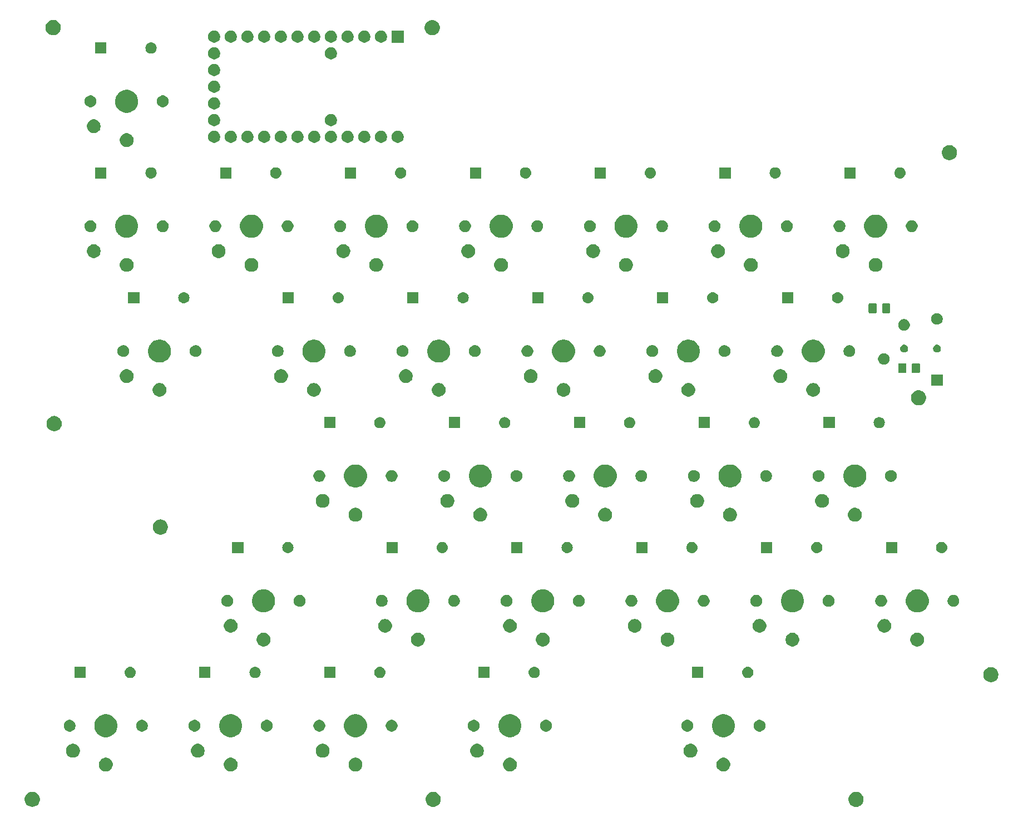
<source format=gbr>
G04 #@! TF.GenerationSoftware,KiCad,Pcbnew,(5.1.4-0-10_14)*
G04 #@! TF.CreationDate,2019-10-23T14:37:35-04:00*
G04 #@! TF.ProjectId,Nomad,4e6f6d61-642e-46b6-9963-61645f706362,rev?*
G04 #@! TF.SameCoordinates,Original*
G04 #@! TF.FileFunction,Soldermask,Bot*
G04 #@! TF.FilePolarity,Negative*
%FSLAX46Y46*%
G04 Gerber Fmt 4.6, Leading zero omitted, Abs format (unit mm)*
G04 Created by KiCad (PCBNEW (5.1.4-0-10_14)) date 2019-10-23 14:37:35*
%MOMM*%
%LPD*%
G04 APERTURE LIST*
%ADD10C,0.100000*%
G04 APERTURE END LIST*
D10*
G36*
X154464549Y-140131116D02*
G01*
X154575734Y-140153232D01*
X154785203Y-140239997D01*
X154973720Y-140365960D01*
X155134040Y-140526280D01*
X155260003Y-140714797D01*
X155346768Y-140924266D01*
X155391000Y-141146636D01*
X155391000Y-141373364D01*
X155346768Y-141595734D01*
X155260003Y-141805203D01*
X155134040Y-141993720D01*
X154973720Y-142154040D01*
X154785203Y-142280003D01*
X154575734Y-142366768D01*
X154464549Y-142388884D01*
X154353365Y-142411000D01*
X154126635Y-142411000D01*
X154015451Y-142388884D01*
X153904266Y-142366768D01*
X153694797Y-142280003D01*
X153506280Y-142154040D01*
X153345960Y-141993720D01*
X153219997Y-141805203D01*
X153133232Y-141595734D01*
X153089000Y-141373364D01*
X153089000Y-141146636D01*
X153133232Y-140924266D01*
X153219997Y-140714797D01*
X153345960Y-140526280D01*
X153506280Y-140365960D01*
X153694797Y-140239997D01*
X153904266Y-140153232D01*
X154015451Y-140131116D01*
X154126635Y-140109000D01*
X154353365Y-140109000D01*
X154464549Y-140131116D01*
X154464549Y-140131116D01*
G37*
G36*
X90104549Y-140131116D02*
G01*
X90215734Y-140153232D01*
X90425203Y-140239997D01*
X90613720Y-140365960D01*
X90774040Y-140526280D01*
X90900003Y-140714797D01*
X90986768Y-140924266D01*
X91031000Y-141146636D01*
X91031000Y-141373364D01*
X90986768Y-141595734D01*
X90900003Y-141805203D01*
X90774040Y-141993720D01*
X90613720Y-142154040D01*
X90425203Y-142280003D01*
X90215734Y-142366768D01*
X90104549Y-142388884D01*
X89993365Y-142411000D01*
X89766635Y-142411000D01*
X89655451Y-142388884D01*
X89544266Y-142366768D01*
X89334797Y-142280003D01*
X89146280Y-142154040D01*
X88985960Y-141993720D01*
X88859997Y-141805203D01*
X88773232Y-141595734D01*
X88729000Y-141373364D01*
X88729000Y-141146636D01*
X88773232Y-140924266D01*
X88859997Y-140714797D01*
X88985960Y-140526280D01*
X89146280Y-140365960D01*
X89334797Y-140239997D01*
X89544266Y-140153232D01*
X89655451Y-140131116D01*
X89766635Y-140109000D01*
X89993365Y-140109000D01*
X90104549Y-140131116D01*
X90104549Y-140131116D01*
G37*
G36*
X29073911Y-140109000D02*
G01*
X29195734Y-140133232D01*
X29405203Y-140219997D01*
X29593720Y-140345960D01*
X29754040Y-140506280D01*
X29880003Y-140694797D01*
X29966768Y-140904266D01*
X30011000Y-141126636D01*
X30011000Y-141353364D01*
X29966768Y-141575734D01*
X29880003Y-141785203D01*
X29754040Y-141973720D01*
X29593720Y-142134040D01*
X29405203Y-142260003D01*
X29195734Y-142346768D01*
X29095187Y-142366768D01*
X28973365Y-142391000D01*
X28746635Y-142391000D01*
X28624813Y-142366768D01*
X28524266Y-142346768D01*
X28314797Y-142260003D01*
X28126280Y-142134040D01*
X27965960Y-141973720D01*
X27839997Y-141785203D01*
X27753232Y-141575734D01*
X27709000Y-141353364D01*
X27709000Y-141126636D01*
X27753232Y-140904266D01*
X27839997Y-140694797D01*
X27965960Y-140506280D01*
X28126280Y-140345960D01*
X28314797Y-140219997D01*
X28524266Y-140133232D01*
X28646089Y-140109000D01*
X28746635Y-140089000D01*
X28973365Y-140089000D01*
X29073911Y-140109000D01*
X29073911Y-140109000D01*
G37*
G36*
X101859897Y-134939389D02*
G01*
X102051166Y-135018615D01*
X102051168Y-135018616D01*
X102223306Y-135133635D01*
X102369698Y-135280027D01*
X102484718Y-135452167D01*
X102563944Y-135643436D01*
X102604333Y-135846484D01*
X102604333Y-136053516D01*
X102563944Y-136256564D01*
X102484718Y-136447833D01*
X102484717Y-136447835D01*
X102369698Y-136619973D01*
X102223306Y-136766365D01*
X102051168Y-136881384D01*
X102051167Y-136881385D01*
X102051166Y-136881385D01*
X101859897Y-136960611D01*
X101656849Y-137001000D01*
X101449817Y-137001000D01*
X101246769Y-136960611D01*
X101055500Y-136881385D01*
X101055499Y-136881385D01*
X101055498Y-136881384D01*
X100883360Y-136766365D01*
X100736968Y-136619973D01*
X100621949Y-136447835D01*
X100621948Y-136447833D01*
X100542722Y-136256564D01*
X100502333Y-136053516D01*
X100502333Y-135846484D01*
X100542722Y-135643436D01*
X100621948Y-135452167D01*
X100736968Y-135280027D01*
X100883360Y-135133635D01*
X101055498Y-135018616D01*
X101055500Y-135018615D01*
X101246769Y-134939389D01*
X101449817Y-134899000D01*
X101656849Y-134899000D01*
X101859897Y-134939389D01*
X101859897Y-134939389D01*
G37*
G36*
X78359897Y-134939389D02*
G01*
X78551166Y-135018615D01*
X78551168Y-135018616D01*
X78723306Y-135133635D01*
X78869698Y-135280027D01*
X78984718Y-135452167D01*
X79063944Y-135643436D01*
X79104333Y-135846484D01*
X79104333Y-136053516D01*
X79063944Y-136256564D01*
X78984718Y-136447833D01*
X78984717Y-136447835D01*
X78869698Y-136619973D01*
X78723306Y-136766365D01*
X78551168Y-136881384D01*
X78551167Y-136881385D01*
X78551166Y-136881385D01*
X78359897Y-136960611D01*
X78156849Y-137001000D01*
X77949817Y-137001000D01*
X77746769Y-136960611D01*
X77555500Y-136881385D01*
X77555499Y-136881385D01*
X77555498Y-136881384D01*
X77383360Y-136766365D01*
X77236968Y-136619973D01*
X77121949Y-136447835D01*
X77121948Y-136447833D01*
X77042722Y-136256564D01*
X77002333Y-136053516D01*
X77002333Y-135846484D01*
X77042722Y-135643436D01*
X77121948Y-135452167D01*
X77236968Y-135280027D01*
X77383360Y-135133635D01*
X77555498Y-135018616D01*
X77555500Y-135018615D01*
X77746769Y-134939389D01*
X77949817Y-134899000D01*
X78156849Y-134899000D01*
X78359897Y-134939389D01*
X78359897Y-134939389D01*
G37*
G36*
X59359897Y-134939389D02*
G01*
X59551166Y-135018615D01*
X59551168Y-135018616D01*
X59723306Y-135133635D01*
X59869698Y-135280027D01*
X59984718Y-135452167D01*
X60063944Y-135643436D01*
X60104333Y-135846484D01*
X60104333Y-136053516D01*
X60063944Y-136256564D01*
X59984718Y-136447833D01*
X59984717Y-136447835D01*
X59869698Y-136619973D01*
X59723306Y-136766365D01*
X59551168Y-136881384D01*
X59551167Y-136881385D01*
X59551166Y-136881385D01*
X59359897Y-136960611D01*
X59156849Y-137001000D01*
X58949817Y-137001000D01*
X58746769Y-136960611D01*
X58555500Y-136881385D01*
X58555499Y-136881385D01*
X58555498Y-136881384D01*
X58383360Y-136766365D01*
X58236968Y-136619973D01*
X58121949Y-136447835D01*
X58121948Y-136447833D01*
X58042722Y-136256564D01*
X58002333Y-136053516D01*
X58002333Y-135846484D01*
X58042722Y-135643436D01*
X58121948Y-135452167D01*
X58236968Y-135280027D01*
X58383360Y-135133635D01*
X58555498Y-135018616D01*
X58555500Y-135018615D01*
X58746769Y-134939389D01*
X58949817Y-134899000D01*
X59156849Y-134899000D01*
X59359897Y-134939389D01*
X59359897Y-134939389D01*
G37*
G36*
X40359897Y-134939389D02*
G01*
X40551166Y-135018615D01*
X40551168Y-135018616D01*
X40723306Y-135133635D01*
X40869698Y-135280027D01*
X40984718Y-135452167D01*
X41063944Y-135643436D01*
X41104333Y-135846484D01*
X41104333Y-136053516D01*
X41063944Y-136256564D01*
X40984718Y-136447833D01*
X40984717Y-136447835D01*
X40869698Y-136619973D01*
X40723306Y-136766365D01*
X40551168Y-136881384D01*
X40551167Y-136881385D01*
X40551166Y-136881385D01*
X40359897Y-136960611D01*
X40156849Y-137001000D01*
X39949817Y-137001000D01*
X39746769Y-136960611D01*
X39555500Y-136881385D01*
X39555499Y-136881385D01*
X39555498Y-136881384D01*
X39383360Y-136766365D01*
X39236968Y-136619973D01*
X39121949Y-136447835D01*
X39121948Y-136447833D01*
X39042722Y-136256564D01*
X39002333Y-136053516D01*
X39002333Y-135846484D01*
X39042722Y-135643436D01*
X39121948Y-135452167D01*
X39236968Y-135280027D01*
X39383360Y-135133635D01*
X39555498Y-135018616D01*
X39555500Y-135018615D01*
X39746769Y-134939389D01*
X39949817Y-134899000D01*
X40156849Y-134899000D01*
X40359897Y-134939389D01*
X40359897Y-134939389D01*
G37*
G36*
X134359897Y-134939389D02*
G01*
X134551166Y-135018615D01*
X134551168Y-135018616D01*
X134723306Y-135133635D01*
X134869698Y-135280027D01*
X134984718Y-135452167D01*
X135063944Y-135643436D01*
X135104333Y-135846484D01*
X135104333Y-136053516D01*
X135063944Y-136256564D01*
X134984718Y-136447833D01*
X134984717Y-136447835D01*
X134869698Y-136619973D01*
X134723306Y-136766365D01*
X134551168Y-136881384D01*
X134551167Y-136881385D01*
X134551166Y-136881385D01*
X134359897Y-136960611D01*
X134156849Y-137001000D01*
X133949817Y-137001000D01*
X133746769Y-136960611D01*
X133555500Y-136881385D01*
X133555499Y-136881385D01*
X133555498Y-136881384D01*
X133383360Y-136766365D01*
X133236968Y-136619973D01*
X133121949Y-136447835D01*
X133121948Y-136447833D01*
X133042722Y-136256564D01*
X133002333Y-136053516D01*
X133002333Y-135846484D01*
X133042722Y-135643436D01*
X133121948Y-135452167D01*
X133236968Y-135280027D01*
X133383360Y-135133635D01*
X133555498Y-135018616D01*
X133555500Y-135018615D01*
X133746769Y-134939389D01*
X133949817Y-134899000D01*
X134156849Y-134899000D01*
X134359897Y-134939389D01*
X134359897Y-134939389D01*
G37*
G36*
X129359897Y-132839389D02*
G01*
X129551166Y-132918615D01*
X129551168Y-132918616D01*
X129723306Y-133033635D01*
X129869698Y-133180027D01*
X129984718Y-133352167D01*
X130063944Y-133543436D01*
X130104333Y-133746484D01*
X130104333Y-133953516D01*
X130063944Y-134156564D01*
X129984718Y-134347833D01*
X129984717Y-134347835D01*
X129869698Y-134519973D01*
X129723306Y-134666365D01*
X129551168Y-134781384D01*
X129551167Y-134781385D01*
X129551166Y-134781385D01*
X129359897Y-134860611D01*
X129156849Y-134901000D01*
X128949817Y-134901000D01*
X128746769Y-134860611D01*
X128555500Y-134781385D01*
X128555499Y-134781385D01*
X128555498Y-134781384D01*
X128383360Y-134666365D01*
X128236968Y-134519973D01*
X128121949Y-134347835D01*
X128121948Y-134347833D01*
X128042722Y-134156564D01*
X128002333Y-133953516D01*
X128002333Y-133746484D01*
X128042722Y-133543436D01*
X128121948Y-133352167D01*
X128236968Y-133180027D01*
X128383360Y-133033635D01*
X128555498Y-132918616D01*
X128555500Y-132918615D01*
X128746769Y-132839389D01*
X128949817Y-132799000D01*
X129156849Y-132799000D01*
X129359897Y-132839389D01*
X129359897Y-132839389D01*
G37*
G36*
X96859897Y-132839389D02*
G01*
X97051166Y-132918615D01*
X97051168Y-132918616D01*
X97223306Y-133033635D01*
X97369698Y-133180027D01*
X97484718Y-133352167D01*
X97563944Y-133543436D01*
X97604333Y-133746484D01*
X97604333Y-133953516D01*
X97563944Y-134156564D01*
X97484718Y-134347833D01*
X97484717Y-134347835D01*
X97369698Y-134519973D01*
X97223306Y-134666365D01*
X97051168Y-134781384D01*
X97051167Y-134781385D01*
X97051166Y-134781385D01*
X96859897Y-134860611D01*
X96656849Y-134901000D01*
X96449817Y-134901000D01*
X96246769Y-134860611D01*
X96055500Y-134781385D01*
X96055499Y-134781385D01*
X96055498Y-134781384D01*
X95883360Y-134666365D01*
X95736968Y-134519973D01*
X95621949Y-134347835D01*
X95621948Y-134347833D01*
X95542722Y-134156564D01*
X95502333Y-133953516D01*
X95502333Y-133746484D01*
X95542722Y-133543436D01*
X95621948Y-133352167D01*
X95736968Y-133180027D01*
X95883360Y-133033635D01*
X96055498Y-132918616D01*
X96055500Y-132918615D01*
X96246769Y-132839389D01*
X96449817Y-132799000D01*
X96656849Y-132799000D01*
X96859897Y-132839389D01*
X96859897Y-132839389D01*
G37*
G36*
X73359897Y-132839389D02*
G01*
X73551166Y-132918615D01*
X73551168Y-132918616D01*
X73723306Y-133033635D01*
X73869698Y-133180027D01*
X73984718Y-133352167D01*
X74063944Y-133543436D01*
X74104333Y-133746484D01*
X74104333Y-133953516D01*
X74063944Y-134156564D01*
X73984718Y-134347833D01*
X73984717Y-134347835D01*
X73869698Y-134519973D01*
X73723306Y-134666365D01*
X73551168Y-134781384D01*
X73551167Y-134781385D01*
X73551166Y-134781385D01*
X73359897Y-134860611D01*
X73156849Y-134901000D01*
X72949817Y-134901000D01*
X72746769Y-134860611D01*
X72555500Y-134781385D01*
X72555499Y-134781385D01*
X72555498Y-134781384D01*
X72383360Y-134666365D01*
X72236968Y-134519973D01*
X72121949Y-134347835D01*
X72121948Y-134347833D01*
X72042722Y-134156564D01*
X72002333Y-133953516D01*
X72002333Y-133746484D01*
X72042722Y-133543436D01*
X72121948Y-133352167D01*
X72236968Y-133180027D01*
X72383360Y-133033635D01*
X72555498Y-132918616D01*
X72555500Y-132918615D01*
X72746769Y-132839389D01*
X72949817Y-132799000D01*
X73156849Y-132799000D01*
X73359897Y-132839389D01*
X73359897Y-132839389D01*
G37*
G36*
X54359897Y-132839389D02*
G01*
X54551166Y-132918615D01*
X54551168Y-132918616D01*
X54723306Y-133033635D01*
X54869698Y-133180027D01*
X54984718Y-133352167D01*
X55063944Y-133543436D01*
X55104333Y-133746484D01*
X55104333Y-133953516D01*
X55063944Y-134156564D01*
X54984718Y-134347833D01*
X54984717Y-134347835D01*
X54869698Y-134519973D01*
X54723306Y-134666365D01*
X54551168Y-134781384D01*
X54551167Y-134781385D01*
X54551166Y-134781385D01*
X54359897Y-134860611D01*
X54156849Y-134901000D01*
X53949817Y-134901000D01*
X53746769Y-134860611D01*
X53555500Y-134781385D01*
X53555499Y-134781385D01*
X53555498Y-134781384D01*
X53383360Y-134666365D01*
X53236968Y-134519973D01*
X53121949Y-134347835D01*
X53121948Y-134347833D01*
X53042722Y-134156564D01*
X53002333Y-133953516D01*
X53002333Y-133746484D01*
X53042722Y-133543436D01*
X53121948Y-133352167D01*
X53236968Y-133180027D01*
X53383360Y-133033635D01*
X53555498Y-132918616D01*
X53555500Y-132918615D01*
X53746769Y-132839389D01*
X53949817Y-132799000D01*
X54156849Y-132799000D01*
X54359897Y-132839389D01*
X54359897Y-132839389D01*
G37*
G36*
X35359897Y-132839389D02*
G01*
X35551166Y-132918615D01*
X35551168Y-132918616D01*
X35723306Y-133033635D01*
X35869698Y-133180027D01*
X35984718Y-133352167D01*
X36063944Y-133543436D01*
X36104333Y-133746484D01*
X36104333Y-133953516D01*
X36063944Y-134156564D01*
X35984718Y-134347833D01*
X35984717Y-134347835D01*
X35869698Y-134519973D01*
X35723306Y-134666365D01*
X35551168Y-134781384D01*
X35551167Y-134781385D01*
X35551166Y-134781385D01*
X35359897Y-134860611D01*
X35156849Y-134901000D01*
X34949817Y-134901000D01*
X34746769Y-134860611D01*
X34555500Y-134781385D01*
X34555499Y-134781385D01*
X34555498Y-134781384D01*
X34383360Y-134666365D01*
X34236968Y-134519973D01*
X34121949Y-134347835D01*
X34121948Y-134347833D01*
X34042722Y-134156564D01*
X34002333Y-133953516D01*
X34002333Y-133746484D01*
X34042722Y-133543436D01*
X34121948Y-133352167D01*
X34236968Y-133180027D01*
X34383360Y-133033635D01*
X34555498Y-132918616D01*
X34555500Y-132918615D01*
X34746769Y-132839389D01*
X34949817Y-132799000D01*
X35156849Y-132799000D01*
X35359897Y-132839389D01*
X35359897Y-132839389D01*
G37*
G36*
X40451318Y-128343860D02*
G01*
X40564081Y-128366290D01*
X40696074Y-128420963D01*
X40882741Y-128498283D01*
X41169529Y-128689909D01*
X41413424Y-128933804D01*
X41605050Y-129220592D01*
X41737043Y-129539253D01*
X41804333Y-129877540D01*
X41804333Y-130222460D01*
X41737043Y-130560747D01*
X41605050Y-130879408D01*
X41413424Y-131166196D01*
X41169529Y-131410091D01*
X40882741Y-131601717D01*
X40696074Y-131679037D01*
X40564081Y-131733710D01*
X40451318Y-131756140D01*
X40225793Y-131801000D01*
X39880873Y-131801000D01*
X39655348Y-131756140D01*
X39542585Y-131733710D01*
X39410592Y-131679037D01*
X39223925Y-131601717D01*
X38937137Y-131410091D01*
X38693242Y-131166196D01*
X38501616Y-130879408D01*
X38369623Y-130560747D01*
X38302333Y-130222460D01*
X38302333Y-129877540D01*
X38369623Y-129539253D01*
X38501616Y-129220592D01*
X38693242Y-128933804D01*
X38937137Y-128689909D01*
X39223925Y-128498283D01*
X39410592Y-128420963D01*
X39542585Y-128366290D01*
X39655348Y-128343860D01*
X39880873Y-128299000D01*
X40225793Y-128299000D01*
X40451318Y-128343860D01*
X40451318Y-128343860D01*
G37*
G36*
X101951318Y-128343860D02*
G01*
X102064081Y-128366290D01*
X102196074Y-128420963D01*
X102382741Y-128498283D01*
X102669529Y-128689909D01*
X102913424Y-128933804D01*
X103105050Y-129220592D01*
X103237043Y-129539253D01*
X103304333Y-129877540D01*
X103304333Y-130222460D01*
X103237043Y-130560747D01*
X103105050Y-130879408D01*
X102913424Y-131166196D01*
X102669529Y-131410091D01*
X102382741Y-131601717D01*
X102196074Y-131679037D01*
X102064081Y-131733710D01*
X101951318Y-131756140D01*
X101725793Y-131801000D01*
X101380873Y-131801000D01*
X101155348Y-131756140D01*
X101042585Y-131733710D01*
X100910592Y-131679037D01*
X100723925Y-131601717D01*
X100437137Y-131410091D01*
X100193242Y-131166196D01*
X100001616Y-130879408D01*
X99869623Y-130560747D01*
X99802333Y-130222460D01*
X99802333Y-129877540D01*
X99869623Y-129539253D01*
X100001616Y-129220592D01*
X100193242Y-128933804D01*
X100437137Y-128689909D01*
X100723925Y-128498283D01*
X100910592Y-128420963D01*
X101042585Y-128366290D01*
X101155348Y-128343860D01*
X101380873Y-128299000D01*
X101725793Y-128299000D01*
X101951318Y-128343860D01*
X101951318Y-128343860D01*
G37*
G36*
X134451318Y-128343860D02*
G01*
X134564081Y-128366290D01*
X134696074Y-128420963D01*
X134882741Y-128498283D01*
X135169529Y-128689909D01*
X135413424Y-128933804D01*
X135605050Y-129220592D01*
X135737043Y-129539253D01*
X135804333Y-129877540D01*
X135804333Y-130222460D01*
X135737043Y-130560747D01*
X135605050Y-130879408D01*
X135413424Y-131166196D01*
X135169529Y-131410091D01*
X134882741Y-131601717D01*
X134696074Y-131679037D01*
X134564081Y-131733710D01*
X134451318Y-131756140D01*
X134225793Y-131801000D01*
X133880873Y-131801000D01*
X133655348Y-131756140D01*
X133542585Y-131733710D01*
X133410592Y-131679037D01*
X133223925Y-131601717D01*
X132937137Y-131410091D01*
X132693242Y-131166196D01*
X132501616Y-130879408D01*
X132369623Y-130560747D01*
X132302333Y-130222460D01*
X132302333Y-129877540D01*
X132369623Y-129539253D01*
X132501616Y-129220592D01*
X132693242Y-128933804D01*
X132937137Y-128689909D01*
X133223925Y-128498283D01*
X133410592Y-128420963D01*
X133542585Y-128366290D01*
X133655348Y-128343860D01*
X133880873Y-128299000D01*
X134225793Y-128299000D01*
X134451318Y-128343860D01*
X134451318Y-128343860D01*
G37*
G36*
X59451318Y-128343860D02*
G01*
X59564081Y-128366290D01*
X59696074Y-128420963D01*
X59882741Y-128498283D01*
X60169529Y-128689909D01*
X60413424Y-128933804D01*
X60605050Y-129220592D01*
X60737043Y-129539253D01*
X60804333Y-129877540D01*
X60804333Y-130222460D01*
X60737043Y-130560747D01*
X60605050Y-130879408D01*
X60413424Y-131166196D01*
X60169529Y-131410091D01*
X59882741Y-131601717D01*
X59696074Y-131679037D01*
X59564081Y-131733710D01*
X59451318Y-131756140D01*
X59225793Y-131801000D01*
X58880873Y-131801000D01*
X58655348Y-131756140D01*
X58542585Y-131733710D01*
X58410592Y-131679037D01*
X58223925Y-131601717D01*
X57937137Y-131410091D01*
X57693242Y-131166196D01*
X57501616Y-130879408D01*
X57369623Y-130560747D01*
X57302333Y-130222460D01*
X57302333Y-129877540D01*
X57369623Y-129539253D01*
X57501616Y-129220592D01*
X57693242Y-128933804D01*
X57937137Y-128689909D01*
X58223925Y-128498283D01*
X58410592Y-128420963D01*
X58542585Y-128366290D01*
X58655348Y-128343860D01*
X58880873Y-128299000D01*
X59225793Y-128299000D01*
X59451318Y-128343860D01*
X59451318Y-128343860D01*
G37*
G36*
X78451318Y-128343860D02*
G01*
X78564081Y-128366290D01*
X78696074Y-128420963D01*
X78882741Y-128498283D01*
X79169529Y-128689909D01*
X79413424Y-128933804D01*
X79605050Y-129220592D01*
X79737043Y-129539253D01*
X79804333Y-129877540D01*
X79804333Y-130222460D01*
X79737043Y-130560747D01*
X79605050Y-130879408D01*
X79413424Y-131166196D01*
X79169529Y-131410091D01*
X78882741Y-131601717D01*
X78696074Y-131679037D01*
X78564081Y-131733710D01*
X78451318Y-131756140D01*
X78225793Y-131801000D01*
X77880873Y-131801000D01*
X77655348Y-131756140D01*
X77542585Y-131733710D01*
X77410592Y-131679037D01*
X77223925Y-131601717D01*
X76937137Y-131410091D01*
X76693242Y-131166196D01*
X76501616Y-130879408D01*
X76369623Y-130560747D01*
X76302333Y-130222460D01*
X76302333Y-129877540D01*
X76369623Y-129539253D01*
X76501616Y-129220592D01*
X76693242Y-128933804D01*
X76937137Y-128689909D01*
X77223925Y-128498283D01*
X77410592Y-128420963D01*
X77542585Y-128366290D01*
X77655348Y-128343860D01*
X77880873Y-128299000D01*
X78225793Y-128299000D01*
X78451318Y-128343860D01*
X78451318Y-128343860D01*
G37*
G36*
X96166845Y-129153927D02*
G01*
X96316145Y-129183624D01*
X96480117Y-129251544D01*
X96627687Y-129350147D01*
X96753186Y-129475646D01*
X96851789Y-129623216D01*
X96919709Y-129787188D01*
X96954333Y-129961259D01*
X96954333Y-130138741D01*
X96919709Y-130312812D01*
X96851789Y-130476784D01*
X96753186Y-130624354D01*
X96627687Y-130749853D01*
X96480117Y-130848456D01*
X96316145Y-130916376D01*
X96166845Y-130946073D01*
X96142075Y-130951000D01*
X95964591Y-130951000D01*
X95939821Y-130946073D01*
X95790521Y-130916376D01*
X95626549Y-130848456D01*
X95478979Y-130749853D01*
X95353480Y-130624354D01*
X95254877Y-130476784D01*
X95186957Y-130312812D01*
X95152333Y-130138741D01*
X95152333Y-129961259D01*
X95186957Y-129787188D01*
X95254877Y-129623216D01*
X95353480Y-129475646D01*
X95478979Y-129350147D01*
X95626549Y-129251544D01*
X95790521Y-129183624D01*
X95939821Y-129153927D01*
X95964591Y-129149000D01*
X96142075Y-129149000D01*
X96166845Y-129153927D01*
X96166845Y-129153927D01*
G37*
G36*
X83666845Y-129153927D02*
G01*
X83816145Y-129183624D01*
X83980117Y-129251544D01*
X84127687Y-129350147D01*
X84253186Y-129475646D01*
X84351789Y-129623216D01*
X84419709Y-129787188D01*
X84454333Y-129961259D01*
X84454333Y-130138741D01*
X84419709Y-130312812D01*
X84351789Y-130476784D01*
X84253186Y-130624354D01*
X84127687Y-130749853D01*
X83980117Y-130848456D01*
X83816145Y-130916376D01*
X83666845Y-130946073D01*
X83642075Y-130951000D01*
X83464591Y-130951000D01*
X83439821Y-130946073D01*
X83290521Y-130916376D01*
X83126549Y-130848456D01*
X82978979Y-130749853D01*
X82853480Y-130624354D01*
X82754877Y-130476784D01*
X82686957Y-130312812D01*
X82652333Y-130138741D01*
X82652333Y-129961259D01*
X82686957Y-129787188D01*
X82754877Y-129623216D01*
X82853480Y-129475646D01*
X82978979Y-129350147D01*
X83126549Y-129251544D01*
X83290521Y-129183624D01*
X83439821Y-129153927D01*
X83464591Y-129149000D01*
X83642075Y-129149000D01*
X83666845Y-129153927D01*
X83666845Y-129153927D01*
G37*
G36*
X107166845Y-129153927D02*
G01*
X107316145Y-129183624D01*
X107480117Y-129251544D01*
X107627687Y-129350147D01*
X107753186Y-129475646D01*
X107851789Y-129623216D01*
X107919709Y-129787188D01*
X107954333Y-129961259D01*
X107954333Y-130138741D01*
X107919709Y-130312812D01*
X107851789Y-130476784D01*
X107753186Y-130624354D01*
X107627687Y-130749853D01*
X107480117Y-130848456D01*
X107316145Y-130916376D01*
X107166845Y-130946073D01*
X107142075Y-130951000D01*
X106964591Y-130951000D01*
X106939821Y-130946073D01*
X106790521Y-130916376D01*
X106626549Y-130848456D01*
X106478979Y-130749853D01*
X106353480Y-130624354D01*
X106254877Y-130476784D01*
X106186957Y-130312812D01*
X106152333Y-130138741D01*
X106152333Y-129961259D01*
X106186957Y-129787188D01*
X106254877Y-129623216D01*
X106353480Y-129475646D01*
X106478979Y-129350147D01*
X106626549Y-129251544D01*
X106790521Y-129183624D01*
X106939821Y-129153927D01*
X106964591Y-129149000D01*
X107142075Y-129149000D01*
X107166845Y-129153927D01*
X107166845Y-129153927D01*
G37*
G36*
X128666845Y-129153927D02*
G01*
X128816145Y-129183624D01*
X128980117Y-129251544D01*
X129127687Y-129350147D01*
X129253186Y-129475646D01*
X129351789Y-129623216D01*
X129419709Y-129787188D01*
X129454333Y-129961259D01*
X129454333Y-130138741D01*
X129419709Y-130312812D01*
X129351789Y-130476784D01*
X129253186Y-130624354D01*
X129127687Y-130749853D01*
X128980117Y-130848456D01*
X128816145Y-130916376D01*
X128666845Y-130946073D01*
X128642075Y-130951000D01*
X128464591Y-130951000D01*
X128439821Y-130946073D01*
X128290521Y-130916376D01*
X128126549Y-130848456D01*
X127978979Y-130749853D01*
X127853480Y-130624354D01*
X127754877Y-130476784D01*
X127686957Y-130312812D01*
X127652333Y-130138741D01*
X127652333Y-129961259D01*
X127686957Y-129787188D01*
X127754877Y-129623216D01*
X127853480Y-129475646D01*
X127978979Y-129350147D01*
X128126549Y-129251544D01*
X128290521Y-129183624D01*
X128439821Y-129153927D01*
X128464591Y-129149000D01*
X128642075Y-129149000D01*
X128666845Y-129153927D01*
X128666845Y-129153927D01*
G37*
G36*
X34666845Y-129153927D02*
G01*
X34816145Y-129183624D01*
X34980117Y-129251544D01*
X35127687Y-129350147D01*
X35253186Y-129475646D01*
X35351789Y-129623216D01*
X35419709Y-129787188D01*
X35454333Y-129961259D01*
X35454333Y-130138741D01*
X35419709Y-130312812D01*
X35351789Y-130476784D01*
X35253186Y-130624354D01*
X35127687Y-130749853D01*
X34980117Y-130848456D01*
X34816145Y-130916376D01*
X34666845Y-130946073D01*
X34642075Y-130951000D01*
X34464591Y-130951000D01*
X34439821Y-130946073D01*
X34290521Y-130916376D01*
X34126549Y-130848456D01*
X33978979Y-130749853D01*
X33853480Y-130624354D01*
X33754877Y-130476784D01*
X33686957Y-130312812D01*
X33652333Y-130138741D01*
X33652333Y-129961259D01*
X33686957Y-129787188D01*
X33754877Y-129623216D01*
X33853480Y-129475646D01*
X33978979Y-129350147D01*
X34126549Y-129251544D01*
X34290521Y-129183624D01*
X34439821Y-129153927D01*
X34464591Y-129149000D01*
X34642075Y-129149000D01*
X34666845Y-129153927D01*
X34666845Y-129153927D01*
G37*
G36*
X72666845Y-129153927D02*
G01*
X72816145Y-129183624D01*
X72980117Y-129251544D01*
X73127687Y-129350147D01*
X73253186Y-129475646D01*
X73351789Y-129623216D01*
X73419709Y-129787188D01*
X73454333Y-129961259D01*
X73454333Y-130138741D01*
X73419709Y-130312812D01*
X73351789Y-130476784D01*
X73253186Y-130624354D01*
X73127687Y-130749853D01*
X72980117Y-130848456D01*
X72816145Y-130916376D01*
X72666845Y-130946073D01*
X72642075Y-130951000D01*
X72464591Y-130951000D01*
X72439821Y-130946073D01*
X72290521Y-130916376D01*
X72126549Y-130848456D01*
X71978979Y-130749853D01*
X71853480Y-130624354D01*
X71754877Y-130476784D01*
X71686957Y-130312812D01*
X71652333Y-130138741D01*
X71652333Y-129961259D01*
X71686957Y-129787188D01*
X71754877Y-129623216D01*
X71853480Y-129475646D01*
X71978979Y-129350147D01*
X72126549Y-129251544D01*
X72290521Y-129183624D01*
X72439821Y-129153927D01*
X72464591Y-129149000D01*
X72642075Y-129149000D01*
X72666845Y-129153927D01*
X72666845Y-129153927D01*
G37*
G36*
X139666845Y-129153927D02*
G01*
X139816145Y-129183624D01*
X139980117Y-129251544D01*
X140127687Y-129350147D01*
X140253186Y-129475646D01*
X140351789Y-129623216D01*
X140419709Y-129787188D01*
X140454333Y-129961259D01*
X140454333Y-130138741D01*
X140419709Y-130312812D01*
X140351789Y-130476784D01*
X140253186Y-130624354D01*
X140127687Y-130749853D01*
X139980117Y-130848456D01*
X139816145Y-130916376D01*
X139666845Y-130946073D01*
X139642075Y-130951000D01*
X139464591Y-130951000D01*
X139439821Y-130946073D01*
X139290521Y-130916376D01*
X139126549Y-130848456D01*
X138978979Y-130749853D01*
X138853480Y-130624354D01*
X138754877Y-130476784D01*
X138686957Y-130312812D01*
X138652333Y-130138741D01*
X138652333Y-129961259D01*
X138686957Y-129787188D01*
X138754877Y-129623216D01*
X138853480Y-129475646D01*
X138978979Y-129350147D01*
X139126549Y-129251544D01*
X139290521Y-129183624D01*
X139439821Y-129153927D01*
X139464591Y-129149000D01*
X139642075Y-129149000D01*
X139666845Y-129153927D01*
X139666845Y-129153927D01*
G37*
G36*
X64666845Y-129153927D02*
G01*
X64816145Y-129183624D01*
X64980117Y-129251544D01*
X65127687Y-129350147D01*
X65253186Y-129475646D01*
X65351789Y-129623216D01*
X65419709Y-129787188D01*
X65454333Y-129961259D01*
X65454333Y-130138741D01*
X65419709Y-130312812D01*
X65351789Y-130476784D01*
X65253186Y-130624354D01*
X65127687Y-130749853D01*
X64980117Y-130848456D01*
X64816145Y-130916376D01*
X64666845Y-130946073D01*
X64642075Y-130951000D01*
X64464591Y-130951000D01*
X64439821Y-130946073D01*
X64290521Y-130916376D01*
X64126549Y-130848456D01*
X63978979Y-130749853D01*
X63853480Y-130624354D01*
X63754877Y-130476784D01*
X63686957Y-130312812D01*
X63652333Y-130138741D01*
X63652333Y-129961259D01*
X63686957Y-129787188D01*
X63754877Y-129623216D01*
X63853480Y-129475646D01*
X63978979Y-129350147D01*
X64126549Y-129251544D01*
X64290521Y-129183624D01*
X64439821Y-129153927D01*
X64464591Y-129149000D01*
X64642075Y-129149000D01*
X64666845Y-129153927D01*
X64666845Y-129153927D01*
G37*
G36*
X53666845Y-129153927D02*
G01*
X53816145Y-129183624D01*
X53980117Y-129251544D01*
X54127687Y-129350147D01*
X54253186Y-129475646D01*
X54351789Y-129623216D01*
X54419709Y-129787188D01*
X54454333Y-129961259D01*
X54454333Y-130138741D01*
X54419709Y-130312812D01*
X54351789Y-130476784D01*
X54253186Y-130624354D01*
X54127687Y-130749853D01*
X53980117Y-130848456D01*
X53816145Y-130916376D01*
X53666845Y-130946073D01*
X53642075Y-130951000D01*
X53464591Y-130951000D01*
X53439821Y-130946073D01*
X53290521Y-130916376D01*
X53126549Y-130848456D01*
X52978979Y-130749853D01*
X52853480Y-130624354D01*
X52754877Y-130476784D01*
X52686957Y-130312812D01*
X52652333Y-130138741D01*
X52652333Y-129961259D01*
X52686957Y-129787188D01*
X52754877Y-129623216D01*
X52853480Y-129475646D01*
X52978979Y-129350147D01*
X53126549Y-129251544D01*
X53290521Y-129183624D01*
X53439821Y-129153927D01*
X53464591Y-129149000D01*
X53642075Y-129149000D01*
X53666845Y-129153927D01*
X53666845Y-129153927D01*
G37*
G36*
X45666845Y-129153927D02*
G01*
X45816145Y-129183624D01*
X45980117Y-129251544D01*
X46127687Y-129350147D01*
X46253186Y-129475646D01*
X46351789Y-129623216D01*
X46419709Y-129787188D01*
X46454333Y-129961259D01*
X46454333Y-130138741D01*
X46419709Y-130312812D01*
X46351789Y-130476784D01*
X46253186Y-130624354D01*
X46127687Y-130749853D01*
X45980117Y-130848456D01*
X45816145Y-130916376D01*
X45666845Y-130946073D01*
X45642075Y-130951000D01*
X45464591Y-130951000D01*
X45439821Y-130946073D01*
X45290521Y-130916376D01*
X45126549Y-130848456D01*
X44978979Y-130749853D01*
X44853480Y-130624354D01*
X44754877Y-130476784D01*
X44686957Y-130312812D01*
X44652333Y-130138741D01*
X44652333Y-129961259D01*
X44686957Y-129787188D01*
X44754877Y-129623216D01*
X44853480Y-129475646D01*
X44978979Y-129350147D01*
X45126549Y-129251544D01*
X45290521Y-129183624D01*
X45439821Y-129153927D01*
X45464591Y-129149000D01*
X45642075Y-129149000D01*
X45666845Y-129153927D01*
X45666845Y-129153927D01*
G37*
G36*
X174994549Y-121141116D02*
G01*
X175105734Y-121163232D01*
X175315203Y-121249997D01*
X175503720Y-121375960D01*
X175664040Y-121536280D01*
X175790003Y-121724797D01*
X175876768Y-121934266D01*
X175921000Y-122156636D01*
X175921000Y-122383364D01*
X175876768Y-122605734D01*
X175858016Y-122651005D01*
X175805129Y-122778687D01*
X175790003Y-122815203D01*
X175664040Y-123003720D01*
X175503720Y-123164040D01*
X175315203Y-123290003D01*
X175105734Y-123376768D01*
X174994549Y-123398884D01*
X174883365Y-123421000D01*
X174656635Y-123421000D01*
X174545451Y-123398884D01*
X174434266Y-123376768D01*
X174224797Y-123290003D01*
X174036280Y-123164040D01*
X173875960Y-123003720D01*
X173749997Y-122815203D01*
X173734872Y-122778687D01*
X173681984Y-122651005D01*
X173663232Y-122605734D01*
X173619000Y-122383364D01*
X173619000Y-122156636D01*
X173663232Y-121934266D01*
X173749997Y-121724797D01*
X173875960Y-121536280D01*
X174036280Y-121375960D01*
X174224797Y-121249997D01*
X174434266Y-121163232D01*
X174545451Y-121141116D01*
X174656635Y-121119000D01*
X174883365Y-121119000D01*
X174994549Y-121141116D01*
X174994549Y-121141116D01*
G37*
G36*
X43930156Y-121101313D02*
G01*
X44090575Y-121149976D01*
X44223239Y-121220886D01*
X44238411Y-121228996D01*
X44367992Y-121335341D01*
X44474337Y-121464922D01*
X44474338Y-121464924D01*
X44553357Y-121612758D01*
X44602020Y-121773177D01*
X44618450Y-121940000D01*
X44602020Y-122106823D01*
X44553357Y-122267242D01*
X44491288Y-122383364D01*
X44474337Y-122415078D01*
X44367992Y-122544659D01*
X44238411Y-122651004D01*
X44238409Y-122651005D01*
X44090575Y-122730024D01*
X43930156Y-122778687D01*
X43805137Y-122791000D01*
X43721529Y-122791000D01*
X43596510Y-122778687D01*
X43436091Y-122730024D01*
X43288257Y-122651005D01*
X43288255Y-122651004D01*
X43158674Y-122544659D01*
X43052329Y-122415078D01*
X43035378Y-122383364D01*
X42973309Y-122267242D01*
X42924646Y-122106823D01*
X42908216Y-121940000D01*
X42924646Y-121773177D01*
X42973309Y-121612758D01*
X43052328Y-121464924D01*
X43052329Y-121464922D01*
X43158674Y-121335341D01*
X43288255Y-121228996D01*
X43303427Y-121220886D01*
X43436091Y-121149976D01*
X43596510Y-121101313D01*
X43721529Y-121089000D01*
X43805137Y-121089000D01*
X43930156Y-121101313D01*
X43930156Y-121101313D01*
G37*
G36*
X55994333Y-122791000D02*
G01*
X54292333Y-122791000D01*
X54292333Y-121089000D01*
X55994333Y-121089000D01*
X55994333Y-122791000D01*
X55994333Y-122791000D01*
G37*
G36*
X62930156Y-121101313D02*
G01*
X63090575Y-121149976D01*
X63223239Y-121220886D01*
X63238411Y-121228996D01*
X63367992Y-121335341D01*
X63474337Y-121464922D01*
X63474338Y-121464924D01*
X63553357Y-121612758D01*
X63602020Y-121773177D01*
X63618450Y-121940000D01*
X63602020Y-122106823D01*
X63553357Y-122267242D01*
X63491288Y-122383364D01*
X63474337Y-122415078D01*
X63367992Y-122544659D01*
X63238411Y-122651004D01*
X63238409Y-122651005D01*
X63090575Y-122730024D01*
X62930156Y-122778687D01*
X62805137Y-122791000D01*
X62721529Y-122791000D01*
X62596510Y-122778687D01*
X62436091Y-122730024D01*
X62288257Y-122651005D01*
X62288255Y-122651004D01*
X62158674Y-122544659D01*
X62052329Y-122415078D01*
X62035378Y-122383364D01*
X61973309Y-122267242D01*
X61924646Y-122106823D01*
X61908216Y-121940000D01*
X61924646Y-121773177D01*
X61973309Y-121612758D01*
X62052328Y-121464924D01*
X62052329Y-121464922D01*
X62158674Y-121335341D01*
X62288255Y-121228996D01*
X62303427Y-121220886D01*
X62436091Y-121149976D01*
X62596510Y-121101313D01*
X62721529Y-121089000D01*
X62805137Y-121089000D01*
X62930156Y-121101313D01*
X62930156Y-121101313D01*
G37*
G36*
X74994333Y-122791000D02*
G01*
X73292333Y-122791000D01*
X73292333Y-121089000D01*
X74994333Y-121089000D01*
X74994333Y-122791000D01*
X74994333Y-122791000D01*
G37*
G36*
X81930156Y-121101313D02*
G01*
X82090575Y-121149976D01*
X82223239Y-121220886D01*
X82238411Y-121228996D01*
X82367992Y-121335341D01*
X82474337Y-121464922D01*
X82474338Y-121464924D01*
X82553357Y-121612758D01*
X82602020Y-121773177D01*
X82618450Y-121940000D01*
X82602020Y-122106823D01*
X82553357Y-122267242D01*
X82491288Y-122383364D01*
X82474337Y-122415078D01*
X82367992Y-122544659D01*
X82238411Y-122651004D01*
X82238409Y-122651005D01*
X82090575Y-122730024D01*
X81930156Y-122778687D01*
X81805137Y-122791000D01*
X81721529Y-122791000D01*
X81596510Y-122778687D01*
X81436091Y-122730024D01*
X81288257Y-122651005D01*
X81288255Y-122651004D01*
X81158674Y-122544659D01*
X81052329Y-122415078D01*
X81035378Y-122383364D01*
X80973309Y-122267242D01*
X80924646Y-122106823D01*
X80908216Y-121940000D01*
X80924646Y-121773177D01*
X80973309Y-121612758D01*
X81052328Y-121464924D01*
X81052329Y-121464922D01*
X81158674Y-121335341D01*
X81288255Y-121228996D01*
X81303427Y-121220886D01*
X81436091Y-121149976D01*
X81596510Y-121101313D01*
X81721529Y-121089000D01*
X81805137Y-121089000D01*
X81930156Y-121101313D01*
X81930156Y-121101313D01*
G37*
G36*
X98494333Y-122791000D02*
G01*
X96792333Y-122791000D01*
X96792333Y-121089000D01*
X98494333Y-121089000D01*
X98494333Y-122791000D01*
X98494333Y-122791000D01*
G37*
G36*
X105430156Y-121101313D02*
G01*
X105590575Y-121149976D01*
X105723239Y-121220886D01*
X105738411Y-121228996D01*
X105867992Y-121335341D01*
X105974337Y-121464922D01*
X105974338Y-121464924D01*
X106053357Y-121612758D01*
X106102020Y-121773177D01*
X106118450Y-121940000D01*
X106102020Y-122106823D01*
X106053357Y-122267242D01*
X105991288Y-122383364D01*
X105974337Y-122415078D01*
X105867992Y-122544659D01*
X105738411Y-122651004D01*
X105738409Y-122651005D01*
X105590575Y-122730024D01*
X105430156Y-122778687D01*
X105305137Y-122791000D01*
X105221529Y-122791000D01*
X105096510Y-122778687D01*
X104936091Y-122730024D01*
X104788257Y-122651005D01*
X104788255Y-122651004D01*
X104658674Y-122544659D01*
X104552329Y-122415078D01*
X104535378Y-122383364D01*
X104473309Y-122267242D01*
X104424646Y-122106823D01*
X104408216Y-121940000D01*
X104424646Y-121773177D01*
X104473309Y-121612758D01*
X104552328Y-121464924D01*
X104552329Y-121464922D01*
X104658674Y-121335341D01*
X104788255Y-121228996D01*
X104803427Y-121220886D01*
X104936091Y-121149976D01*
X105096510Y-121101313D01*
X105221529Y-121089000D01*
X105305137Y-121089000D01*
X105430156Y-121101313D01*
X105430156Y-121101313D01*
G37*
G36*
X130994333Y-122791000D02*
G01*
X129292333Y-122791000D01*
X129292333Y-121089000D01*
X130994333Y-121089000D01*
X130994333Y-122791000D01*
X130994333Y-122791000D01*
G37*
G36*
X137930156Y-121101313D02*
G01*
X138090575Y-121149976D01*
X138223239Y-121220886D01*
X138238411Y-121228996D01*
X138367992Y-121335341D01*
X138474337Y-121464922D01*
X138474338Y-121464924D01*
X138553357Y-121612758D01*
X138602020Y-121773177D01*
X138618450Y-121940000D01*
X138602020Y-122106823D01*
X138553357Y-122267242D01*
X138491288Y-122383364D01*
X138474337Y-122415078D01*
X138367992Y-122544659D01*
X138238411Y-122651004D01*
X138238409Y-122651005D01*
X138090575Y-122730024D01*
X137930156Y-122778687D01*
X137805137Y-122791000D01*
X137721529Y-122791000D01*
X137596510Y-122778687D01*
X137436091Y-122730024D01*
X137288257Y-122651005D01*
X137288255Y-122651004D01*
X137158674Y-122544659D01*
X137052329Y-122415078D01*
X137035378Y-122383364D01*
X136973309Y-122267242D01*
X136924646Y-122106823D01*
X136908216Y-121940000D01*
X136924646Y-121773177D01*
X136973309Y-121612758D01*
X137052328Y-121464924D01*
X137052329Y-121464922D01*
X137158674Y-121335341D01*
X137288255Y-121228996D01*
X137303427Y-121220886D01*
X137436091Y-121149976D01*
X137596510Y-121101313D01*
X137721529Y-121089000D01*
X137805137Y-121089000D01*
X137930156Y-121101313D01*
X137930156Y-121101313D01*
G37*
G36*
X36994333Y-122791000D02*
G01*
X35292333Y-122791000D01*
X35292333Y-121089000D01*
X36994333Y-121089000D01*
X36994333Y-122791000D01*
X36994333Y-122791000D01*
G37*
G36*
X106859897Y-115939389D02*
G01*
X107051166Y-116018615D01*
X107051168Y-116018616D01*
X107223306Y-116133635D01*
X107369698Y-116280027D01*
X107484718Y-116452167D01*
X107563944Y-116643436D01*
X107604333Y-116846484D01*
X107604333Y-117053516D01*
X107563944Y-117256564D01*
X107484718Y-117447833D01*
X107484717Y-117447835D01*
X107369698Y-117619973D01*
X107223306Y-117766365D01*
X107051168Y-117881384D01*
X107051167Y-117881385D01*
X107051166Y-117881385D01*
X106859897Y-117960611D01*
X106656849Y-118001000D01*
X106449817Y-118001000D01*
X106246769Y-117960611D01*
X106055500Y-117881385D01*
X106055499Y-117881385D01*
X106055498Y-117881384D01*
X105883360Y-117766365D01*
X105736968Y-117619973D01*
X105621949Y-117447835D01*
X105621948Y-117447833D01*
X105542722Y-117256564D01*
X105502333Y-117053516D01*
X105502333Y-116846484D01*
X105542722Y-116643436D01*
X105621948Y-116452167D01*
X105736968Y-116280027D01*
X105883360Y-116133635D01*
X106055498Y-116018616D01*
X106055500Y-116018615D01*
X106246769Y-115939389D01*
X106449817Y-115899000D01*
X106656849Y-115899000D01*
X106859897Y-115939389D01*
X106859897Y-115939389D01*
G37*
G36*
X64359897Y-115939389D02*
G01*
X64551166Y-116018615D01*
X64551168Y-116018616D01*
X64723306Y-116133635D01*
X64869698Y-116280027D01*
X64984718Y-116452167D01*
X65063944Y-116643436D01*
X65104333Y-116846484D01*
X65104333Y-117053516D01*
X65063944Y-117256564D01*
X64984718Y-117447833D01*
X64984717Y-117447835D01*
X64869698Y-117619973D01*
X64723306Y-117766365D01*
X64551168Y-117881384D01*
X64551167Y-117881385D01*
X64551166Y-117881385D01*
X64359897Y-117960611D01*
X64156849Y-118001000D01*
X63949817Y-118001000D01*
X63746769Y-117960611D01*
X63555500Y-117881385D01*
X63555499Y-117881385D01*
X63555498Y-117881384D01*
X63383360Y-117766365D01*
X63236968Y-117619973D01*
X63121949Y-117447835D01*
X63121948Y-117447833D01*
X63042722Y-117256564D01*
X63002333Y-117053516D01*
X63002333Y-116846484D01*
X63042722Y-116643436D01*
X63121948Y-116452167D01*
X63236968Y-116280027D01*
X63383360Y-116133635D01*
X63555498Y-116018616D01*
X63555500Y-116018615D01*
X63746769Y-115939389D01*
X63949817Y-115899000D01*
X64156849Y-115899000D01*
X64359897Y-115939389D01*
X64359897Y-115939389D01*
G37*
G36*
X87859897Y-115939389D02*
G01*
X88051166Y-116018615D01*
X88051168Y-116018616D01*
X88223306Y-116133635D01*
X88369698Y-116280027D01*
X88484718Y-116452167D01*
X88563944Y-116643436D01*
X88604333Y-116846484D01*
X88604333Y-117053516D01*
X88563944Y-117256564D01*
X88484718Y-117447833D01*
X88484717Y-117447835D01*
X88369698Y-117619973D01*
X88223306Y-117766365D01*
X88051168Y-117881384D01*
X88051167Y-117881385D01*
X88051166Y-117881385D01*
X87859897Y-117960611D01*
X87656849Y-118001000D01*
X87449817Y-118001000D01*
X87246769Y-117960611D01*
X87055500Y-117881385D01*
X87055499Y-117881385D01*
X87055498Y-117881384D01*
X86883360Y-117766365D01*
X86736968Y-117619973D01*
X86621949Y-117447835D01*
X86621948Y-117447833D01*
X86542722Y-117256564D01*
X86502333Y-117053516D01*
X86502333Y-116846484D01*
X86542722Y-116643436D01*
X86621948Y-116452167D01*
X86736968Y-116280027D01*
X86883360Y-116133635D01*
X87055498Y-116018616D01*
X87055500Y-116018615D01*
X87246769Y-115939389D01*
X87449817Y-115899000D01*
X87656849Y-115899000D01*
X87859897Y-115939389D01*
X87859897Y-115939389D01*
G37*
G36*
X125859897Y-115939389D02*
G01*
X126051166Y-116018615D01*
X126051168Y-116018616D01*
X126223306Y-116133635D01*
X126369698Y-116280027D01*
X126484718Y-116452167D01*
X126563944Y-116643436D01*
X126604333Y-116846484D01*
X126604333Y-117053516D01*
X126563944Y-117256564D01*
X126484718Y-117447833D01*
X126484717Y-117447835D01*
X126369698Y-117619973D01*
X126223306Y-117766365D01*
X126051168Y-117881384D01*
X126051167Y-117881385D01*
X126051166Y-117881385D01*
X125859897Y-117960611D01*
X125656849Y-118001000D01*
X125449817Y-118001000D01*
X125246769Y-117960611D01*
X125055500Y-117881385D01*
X125055499Y-117881385D01*
X125055498Y-117881384D01*
X124883360Y-117766365D01*
X124736968Y-117619973D01*
X124621949Y-117447835D01*
X124621948Y-117447833D01*
X124542722Y-117256564D01*
X124502333Y-117053516D01*
X124502333Y-116846484D01*
X124542722Y-116643436D01*
X124621948Y-116452167D01*
X124736968Y-116280027D01*
X124883360Y-116133635D01*
X125055498Y-116018616D01*
X125055500Y-116018615D01*
X125246769Y-115939389D01*
X125449817Y-115899000D01*
X125656849Y-115899000D01*
X125859897Y-115939389D01*
X125859897Y-115939389D01*
G37*
G36*
X144859897Y-115939389D02*
G01*
X145051166Y-116018615D01*
X145051168Y-116018616D01*
X145223306Y-116133635D01*
X145369698Y-116280027D01*
X145484718Y-116452167D01*
X145563944Y-116643436D01*
X145604333Y-116846484D01*
X145604333Y-117053516D01*
X145563944Y-117256564D01*
X145484718Y-117447833D01*
X145484717Y-117447835D01*
X145369698Y-117619973D01*
X145223306Y-117766365D01*
X145051168Y-117881384D01*
X145051167Y-117881385D01*
X145051166Y-117881385D01*
X144859897Y-117960611D01*
X144656849Y-118001000D01*
X144449817Y-118001000D01*
X144246769Y-117960611D01*
X144055500Y-117881385D01*
X144055499Y-117881385D01*
X144055498Y-117881384D01*
X143883360Y-117766365D01*
X143736968Y-117619973D01*
X143621949Y-117447835D01*
X143621948Y-117447833D01*
X143542722Y-117256564D01*
X143502333Y-117053516D01*
X143502333Y-116846484D01*
X143542722Y-116643436D01*
X143621948Y-116452167D01*
X143736968Y-116280027D01*
X143883360Y-116133635D01*
X144055498Y-116018616D01*
X144055500Y-116018615D01*
X144246769Y-115939389D01*
X144449817Y-115899000D01*
X144656849Y-115899000D01*
X144859897Y-115939389D01*
X144859897Y-115939389D01*
G37*
G36*
X163859897Y-115939389D02*
G01*
X164051166Y-116018615D01*
X164051168Y-116018616D01*
X164223306Y-116133635D01*
X164369698Y-116280027D01*
X164484718Y-116452167D01*
X164563944Y-116643436D01*
X164604333Y-116846484D01*
X164604333Y-117053516D01*
X164563944Y-117256564D01*
X164484718Y-117447833D01*
X164484717Y-117447835D01*
X164369698Y-117619973D01*
X164223306Y-117766365D01*
X164051168Y-117881384D01*
X164051167Y-117881385D01*
X164051166Y-117881385D01*
X163859897Y-117960611D01*
X163656849Y-118001000D01*
X163449817Y-118001000D01*
X163246769Y-117960611D01*
X163055500Y-117881385D01*
X163055499Y-117881385D01*
X163055498Y-117881384D01*
X162883360Y-117766365D01*
X162736968Y-117619973D01*
X162621949Y-117447835D01*
X162621948Y-117447833D01*
X162542722Y-117256564D01*
X162502333Y-117053516D01*
X162502333Y-116846484D01*
X162542722Y-116643436D01*
X162621948Y-116452167D01*
X162736968Y-116280027D01*
X162883360Y-116133635D01*
X163055498Y-116018616D01*
X163055500Y-116018615D01*
X163246769Y-115939389D01*
X163449817Y-115899000D01*
X163656849Y-115899000D01*
X163859897Y-115939389D01*
X163859897Y-115939389D01*
G37*
G36*
X139859897Y-113839389D02*
G01*
X140051166Y-113918615D01*
X140051168Y-113918616D01*
X140223306Y-114033635D01*
X140369698Y-114180027D01*
X140484718Y-114352167D01*
X140563944Y-114543436D01*
X140604333Y-114746484D01*
X140604333Y-114953516D01*
X140563944Y-115156564D01*
X140484718Y-115347833D01*
X140484717Y-115347835D01*
X140369698Y-115519973D01*
X140223306Y-115666365D01*
X140051168Y-115781384D01*
X140051167Y-115781385D01*
X140051166Y-115781385D01*
X139859897Y-115860611D01*
X139656849Y-115901000D01*
X139449817Y-115901000D01*
X139246769Y-115860611D01*
X139055500Y-115781385D01*
X139055499Y-115781385D01*
X139055498Y-115781384D01*
X138883360Y-115666365D01*
X138736968Y-115519973D01*
X138621949Y-115347835D01*
X138621948Y-115347833D01*
X138542722Y-115156564D01*
X138502333Y-114953516D01*
X138502333Y-114746484D01*
X138542722Y-114543436D01*
X138621948Y-114352167D01*
X138736968Y-114180027D01*
X138883360Y-114033635D01*
X139055498Y-113918616D01*
X139055500Y-113918615D01*
X139246769Y-113839389D01*
X139449817Y-113799000D01*
X139656849Y-113799000D01*
X139859897Y-113839389D01*
X139859897Y-113839389D01*
G37*
G36*
X59359897Y-113839389D02*
G01*
X59551166Y-113918615D01*
X59551168Y-113918616D01*
X59723306Y-114033635D01*
X59869698Y-114180027D01*
X59984718Y-114352167D01*
X60063944Y-114543436D01*
X60104333Y-114746484D01*
X60104333Y-114953516D01*
X60063944Y-115156564D01*
X59984718Y-115347833D01*
X59984717Y-115347835D01*
X59869698Y-115519973D01*
X59723306Y-115666365D01*
X59551168Y-115781384D01*
X59551167Y-115781385D01*
X59551166Y-115781385D01*
X59359897Y-115860611D01*
X59156849Y-115901000D01*
X58949817Y-115901000D01*
X58746769Y-115860611D01*
X58555500Y-115781385D01*
X58555499Y-115781385D01*
X58555498Y-115781384D01*
X58383360Y-115666365D01*
X58236968Y-115519973D01*
X58121949Y-115347835D01*
X58121948Y-115347833D01*
X58042722Y-115156564D01*
X58002333Y-114953516D01*
X58002333Y-114746484D01*
X58042722Y-114543436D01*
X58121948Y-114352167D01*
X58236968Y-114180027D01*
X58383360Y-114033635D01*
X58555498Y-113918616D01*
X58555500Y-113918615D01*
X58746769Y-113839389D01*
X58949817Y-113799000D01*
X59156849Y-113799000D01*
X59359897Y-113839389D01*
X59359897Y-113839389D01*
G37*
G36*
X82859897Y-113839389D02*
G01*
X83051166Y-113918615D01*
X83051168Y-113918616D01*
X83223306Y-114033635D01*
X83369698Y-114180027D01*
X83484718Y-114352167D01*
X83563944Y-114543436D01*
X83604333Y-114746484D01*
X83604333Y-114953516D01*
X83563944Y-115156564D01*
X83484718Y-115347833D01*
X83484717Y-115347835D01*
X83369698Y-115519973D01*
X83223306Y-115666365D01*
X83051168Y-115781384D01*
X83051167Y-115781385D01*
X83051166Y-115781385D01*
X82859897Y-115860611D01*
X82656849Y-115901000D01*
X82449817Y-115901000D01*
X82246769Y-115860611D01*
X82055500Y-115781385D01*
X82055499Y-115781385D01*
X82055498Y-115781384D01*
X81883360Y-115666365D01*
X81736968Y-115519973D01*
X81621949Y-115347835D01*
X81621948Y-115347833D01*
X81542722Y-115156564D01*
X81502333Y-114953516D01*
X81502333Y-114746484D01*
X81542722Y-114543436D01*
X81621948Y-114352167D01*
X81736968Y-114180027D01*
X81883360Y-114033635D01*
X82055498Y-113918616D01*
X82055500Y-113918615D01*
X82246769Y-113839389D01*
X82449817Y-113799000D01*
X82656849Y-113799000D01*
X82859897Y-113839389D01*
X82859897Y-113839389D01*
G37*
G36*
X101859897Y-113839389D02*
G01*
X102051166Y-113918615D01*
X102051168Y-113918616D01*
X102223306Y-114033635D01*
X102369698Y-114180027D01*
X102484718Y-114352167D01*
X102563944Y-114543436D01*
X102604333Y-114746484D01*
X102604333Y-114953516D01*
X102563944Y-115156564D01*
X102484718Y-115347833D01*
X102484717Y-115347835D01*
X102369698Y-115519973D01*
X102223306Y-115666365D01*
X102051168Y-115781384D01*
X102051167Y-115781385D01*
X102051166Y-115781385D01*
X101859897Y-115860611D01*
X101656849Y-115901000D01*
X101449817Y-115901000D01*
X101246769Y-115860611D01*
X101055500Y-115781385D01*
X101055499Y-115781385D01*
X101055498Y-115781384D01*
X100883360Y-115666365D01*
X100736968Y-115519973D01*
X100621949Y-115347835D01*
X100621948Y-115347833D01*
X100542722Y-115156564D01*
X100502333Y-114953516D01*
X100502333Y-114746484D01*
X100542722Y-114543436D01*
X100621948Y-114352167D01*
X100736968Y-114180027D01*
X100883360Y-114033635D01*
X101055498Y-113918616D01*
X101055500Y-113918615D01*
X101246769Y-113839389D01*
X101449817Y-113799000D01*
X101656849Y-113799000D01*
X101859897Y-113839389D01*
X101859897Y-113839389D01*
G37*
G36*
X120859897Y-113839389D02*
G01*
X121051166Y-113918615D01*
X121051168Y-113918616D01*
X121223306Y-114033635D01*
X121369698Y-114180027D01*
X121484718Y-114352167D01*
X121563944Y-114543436D01*
X121604333Y-114746484D01*
X121604333Y-114953516D01*
X121563944Y-115156564D01*
X121484718Y-115347833D01*
X121484717Y-115347835D01*
X121369698Y-115519973D01*
X121223306Y-115666365D01*
X121051168Y-115781384D01*
X121051167Y-115781385D01*
X121051166Y-115781385D01*
X120859897Y-115860611D01*
X120656849Y-115901000D01*
X120449817Y-115901000D01*
X120246769Y-115860611D01*
X120055500Y-115781385D01*
X120055499Y-115781385D01*
X120055498Y-115781384D01*
X119883360Y-115666365D01*
X119736968Y-115519973D01*
X119621949Y-115347835D01*
X119621948Y-115347833D01*
X119542722Y-115156564D01*
X119502333Y-114953516D01*
X119502333Y-114746484D01*
X119542722Y-114543436D01*
X119621948Y-114352167D01*
X119736968Y-114180027D01*
X119883360Y-114033635D01*
X120055498Y-113918616D01*
X120055500Y-113918615D01*
X120246769Y-113839389D01*
X120449817Y-113799000D01*
X120656849Y-113799000D01*
X120859897Y-113839389D01*
X120859897Y-113839389D01*
G37*
G36*
X158859897Y-113839389D02*
G01*
X159051166Y-113918615D01*
X159051168Y-113918616D01*
X159223306Y-114033635D01*
X159369698Y-114180027D01*
X159484718Y-114352167D01*
X159563944Y-114543436D01*
X159604333Y-114746484D01*
X159604333Y-114953516D01*
X159563944Y-115156564D01*
X159484718Y-115347833D01*
X159484717Y-115347835D01*
X159369698Y-115519973D01*
X159223306Y-115666365D01*
X159051168Y-115781384D01*
X159051167Y-115781385D01*
X159051166Y-115781385D01*
X158859897Y-115860611D01*
X158656849Y-115901000D01*
X158449817Y-115901000D01*
X158246769Y-115860611D01*
X158055500Y-115781385D01*
X158055499Y-115781385D01*
X158055498Y-115781384D01*
X157883360Y-115666365D01*
X157736968Y-115519973D01*
X157621949Y-115347835D01*
X157621948Y-115347833D01*
X157542722Y-115156564D01*
X157502333Y-114953516D01*
X157502333Y-114746484D01*
X157542722Y-114543436D01*
X157621948Y-114352167D01*
X157736968Y-114180027D01*
X157883360Y-114033635D01*
X158055498Y-113918616D01*
X158055500Y-113918615D01*
X158246769Y-113839389D01*
X158449817Y-113799000D01*
X158656849Y-113799000D01*
X158859897Y-113839389D01*
X158859897Y-113839389D01*
G37*
G36*
X144951318Y-109343860D02*
G01*
X145064081Y-109366290D01*
X145196074Y-109420963D01*
X145382741Y-109498283D01*
X145669529Y-109689909D01*
X145913424Y-109933804D01*
X146105050Y-110220592D01*
X146237043Y-110539253D01*
X146304333Y-110877540D01*
X146304333Y-111222460D01*
X146237043Y-111560747D01*
X146105050Y-111879408D01*
X145913424Y-112166196D01*
X145669529Y-112410091D01*
X145382741Y-112601717D01*
X145196074Y-112679037D01*
X145064081Y-112733710D01*
X144951318Y-112756140D01*
X144725793Y-112801000D01*
X144380873Y-112801000D01*
X144155348Y-112756140D01*
X144042585Y-112733710D01*
X143910592Y-112679037D01*
X143723925Y-112601717D01*
X143437137Y-112410091D01*
X143193242Y-112166196D01*
X143001616Y-111879408D01*
X142869623Y-111560747D01*
X142802333Y-111222460D01*
X142802333Y-110877540D01*
X142869623Y-110539253D01*
X143001616Y-110220592D01*
X143193242Y-109933804D01*
X143437137Y-109689909D01*
X143723925Y-109498283D01*
X143910592Y-109420963D01*
X144042585Y-109366290D01*
X144155348Y-109343860D01*
X144380873Y-109299000D01*
X144725793Y-109299000D01*
X144951318Y-109343860D01*
X144951318Y-109343860D01*
G37*
G36*
X87951318Y-109343860D02*
G01*
X88064081Y-109366290D01*
X88196074Y-109420963D01*
X88382741Y-109498283D01*
X88669529Y-109689909D01*
X88913424Y-109933804D01*
X89105050Y-110220592D01*
X89237043Y-110539253D01*
X89304333Y-110877540D01*
X89304333Y-111222460D01*
X89237043Y-111560747D01*
X89105050Y-111879408D01*
X88913424Y-112166196D01*
X88669529Y-112410091D01*
X88382741Y-112601717D01*
X88196074Y-112679037D01*
X88064081Y-112733710D01*
X87951318Y-112756140D01*
X87725793Y-112801000D01*
X87380873Y-112801000D01*
X87155348Y-112756140D01*
X87042585Y-112733710D01*
X86910592Y-112679037D01*
X86723925Y-112601717D01*
X86437137Y-112410091D01*
X86193242Y-112166196D01*
X86001616Y-111879408D01*
X85869623Y-111560747D01*
X85802333Y-111222460D01*
X85802333Y-110877540D01*
X85869623Y-110539253D01*
X86001616Y-110220592D01*
X86193242Y-109933804D01*
X86437137Y-109689909D01*
X86723925Y-109498283D01*
X86910592Y-109420963D01*
X87042585Y-109366290D01*
X87155348Y-109343860D01*
X87380873Y-109299000D01*
X87725793Y-109299000D01*
X87951318Y-109343860D01*
X87951318Y-109343860D01*
G37*
G36*
X106951318Y-109343860D02*
G01*
X107064081Y-109366290D01*
X107196074Y-109420963D01*
X107382741Y-109498283D01*
X107669529Y-109689909D01*
X107913424Y-109933804D01*
X108105050Y-110220592D01*
X108237043Y-110539253D01*
X108304333Y-110877540D01*
X108304333Y-111222460D01*
X108237043Y-111560747D01*
X108105050Y-111879408D01*
X107913424Y-112166196D01*
X107669529Y-112410091D01*
X107382741Y-112601717D01*
X107196074Y-112679037D01*
X107064081Y-112733710D01*
X106951318Y-112756140D01*
X106725793Y-112801000D01*
X106380873Y-112801000D01*
X106155348Y-112756140D01*
X106042585Y-112733710D01*
X105910592Y-112679037D01*
X105723925Y-112601717D01*
X105437137Y-112410091D01*
X105193242Y-112166196D01*
X105001616Y-111879408D01*
X104869623Y-111560747D01*
X104802333Y-111222460D01*
X104802333Y-110877540D01*
X104869623Y-110539253D01*
X105001616Y-110220592D01*
X105193242Y-109933804D01*
X105437137Y-109689909D01*
X105723925Y-109498283D01*
X105910592Y-109420963D01*
X106042585Y-109366290D01*
X106155348Y-109343860D01*
X106380873Y-109299000D01*
X106725793Y-109299000D01*
X106951318Y-109343860D01*
X106951318Y-109343860D01*
G37*
G36*
X163951318Y-109343860D02*
G01*
X164064081Y-109366290D01*
X164196074Y-109420963D01*
X164382741Y-109498283D01*
X164669529Y-109689909D01*
X164913424Y-109933804D01*
X165105050Y-110220592D01*
X165237043Y-110539253D01*
X165304333Y-110877540D01*
X165304333Y-111222460D01*
X165237043Y-111560747D01*
X165105050Y-111879408D01*
X164913424Y-112166196D01*
X164669529Y-112410091D01*
X164382741Y-112601717D01*
X164196074Y-112679037D01*
X164064081Y-112733710D01*
X163951318Y-112756140D01*
X163725793Y-112801000D01*
X163380873Y-112801000D01*
X163155348Y-112756140D01*
X163042585Y-112733710D01*
X162910592Y-112679037D01*
X162723925Y-112601717D01*
X162437137Y-112410091D01*
X162193242Y-112166196D01*
X162001616Y-111879408D01*
X161869623Y-111560747D01*
X161802333Y-111222460D01*
X161802333Y-110877540D01*
X161869623Y-110539253D01*
X162001616Y-110220592D01*
X162193242Y-109933804D01*
X162437137Y-109689909D01*
X162723925Y-109498283D01*
X162910592Y-109420963D01*
X163042585Y-109366290D01*
X163155348Y-109343860D01*
X163380873Y-109299000D01*
X163725793Y-109299000D01*
X163951318Y-109343860D01*
X163951318Y-109343860D01*
G37*
G36*
X125951318Y-109343860D02*
G01*
X126064081Y-109366290D01*
X126196074Y-109420963D01*
X126382741Y-109498283D01*
X126669529Y-109689909D01*
X126913424Y-109933804D01*
X127105050Y-110220592D01*
X127237043Y-110539253D01*
X127304333Y-110877540D01*
X127304333Y-111222460D01*
X127237043Y-111560747D01*
X127105050Y-111879408D01*
X126913424Y-112166196D01*
X126669529Y-112410091D01*
X126382741Y-112601717D01*
X126196074Y-112679037D01*
X126064081Y-112733710D01*
X125951318Y-112756140D01*
X125725793Y-112801000D01*
X125380873Y-112801000D01*
X125155348Y-112756140D01*
X125042585Y-112733710D01*
X124910592Y-112679037D01*
X124723925Y-112601717D01*
X124437137Y-112410091D01*
X124193242Y-112166196D01*
X124001616Y-111879408D01*
X123869623Y-111560747D01*
X123802333Y-111222460D01*
X123802333Y-110877540D01*
X123869623Y-110539253D01*
X124001616Y-110220592D01*
X124193242Y-109933804D01*
X124437137Y-109689909D01*
X124723925Y-109498283D01*
X124910592Y-109420963D01*
X125042585Y-109366290D01*
X125155348Y-109343860D01*
X125380873Y-109299000D01*
X125725793Y-109299000D01*
X125951318Y-109343860D01*
X125951318Y-109343860D01*
G37*
G36*
X64451318Y-109343860D02*
G01*
X64564081Y-109366290D01*
X64696074Y-109420963D01*
X64882741Y-109498283D01*
X65169529Y-109689909D01*
X65413424Y-109933804D01*
X65605050Y-110220592D01*
X65737043Y-110539253D01*
X65804333Y-110877540D01*
X65804333Y-111222460D01*
X65737043Y-111560747D01*
X65605050Y-111879408D01*
X65413424Y-112166196D01*
X65169529Y-112410091D01*
X64882741Y-112601717D01*
X64696074Y-112679037D01*
X64564081Y-112733710D01*
X64451318Y-112756140D01*
X64225793Y-112801000D01*
X63880873Y-112801000D01*
X63655348Y-112756140D01*
X63542585Y-112733710D01*
X63410592Y-112679037D01*
X63223925Y-112601717D01*
X62937137Y-112410091D01*
X62693242Y-112166196D01*
X62501616Y-111879408D01*
X62369623Y-111560747D01*
X62302333Y-111222460D01*
X62302333Y-110877540D01*
X62369623Y-110539253D01*
X62501616Y-110220592D01*
X62693242Y-109933804D01*
X62937137Y-109689909D01*
X63223925Y-109498283D01*
X63410592Y-109420963D01*
X63542585Y-109366290D01*
X63655348Y-109343860D01*
X63880873Y-109299000D01*
X64225793Y-109299000D01*
X64451318Y-109343860D01*
X64451318Y-109343860D01*
G37*
G36*
X69666845Y-110153927D02*
G01*
X69816145Y-110183624D01*
X69980117Y-110251544D01*
X70127687Y-110350147D01*
X70253186Y-110475646D01*
X70351789Y-110623216D01*
X70419709Y-110787188D01*
X70454333Y-110961259D01*
X70454333Y-111138741D01*
X70419709Y-111312812D01*
X70351789Y-111476784D01*
X70253186Y-111624354D01*
X70127687Y-111749853D01*
X69980117Y-111848456D01*
X69816145Y-111916376D01*
X69666845Y-111946073D01*
X69642075Y-111951000D01*
X69464591Y-111951000D01*
X69439821Y-111946073D01*
X69290521Y-111916376D01*
X69126549Y-111848456D01*
X68978979Y-111749853D01*
X68853480Y-111624354D01*
X68754877Y-111476784D01*
X68686957Y-111312812D01*
X68652333Y-111138741D01*
X68652333Y-110961259D01*
X68686957Y-110787188D01*
X68754877Y-110623216D01*
X68853480Y-110475646D01*
X68978979Y-110350147D01*
X69126549Y-110251544D01*
X69290521Y-110183624D01*
X69439821Y-110153927D01*
X69464591Y-110149000D01*
X69642075Y-110149000D01*
X69666845Y-110153927D01*
X69666845Y-110153927D01*
G37*
G36*
X158166845Y-110153927D02*
G01*
X158316145Y-110183624D01*
X158480117Y-110251544D01*
X158627687Y-110350147D01*
X158753186Y-110475646D01*
X158851789Y-110623216D01*
X158919709Y-110787188D01*
X158954333Y-110961259D01*
X158954333Y-111138741D01*
X158919709Y-111312812D01*
X158851789Y-111476784D01*
X158753186Y-111624354D01*
X158627687Y-111749853D01*
X158480117Y-111848456D01*
X158316145Y-111916376D01*
X158166845Y-111946073D01*
X158142075Y-111951000D01*
X157964591Y-111951000D01*
X157939821Y-111946073D01*
X157790521Y-111916376D01*
X157626549Y-111848456D01*
X157478979Y-111749853D01*
X157353480Y-111624354D01*
X157254877Y-111476784D01*
X157186957Y-111312812D01*
X157152333Y-111138741D01*
X157152333Y-110961259D01*
X157186957Y-110787188D01*
X157254877Y-110623216D01*
X157353480Y-110475646D01*
X157478979Y-110350147D01*
X157626549Y-110251544D01*
X157790521Y-110183624D01*
X157939821Y-110153927D01*
X157964591Y-110149000D01*
X158142075Y-110149000D01*
X158166845Y-110153927D01*
X158166845Y-110153927D01*
G37*
G36*
X169166845Y-110153927D02*
G01*
X169316145Y-110183624D01*
X169480117Y-110251544D01*
X169627687Y-110350147D01*
X169753186Y-110475646D01*
X169851789Y-110623216D01*
X169919709Y-110787188D01*
X169954333Y-110961259D01*
X169954333Y-111138741D01*
X169919709Y-111312812D01*
X169851789Y-111476784D01*
X169753186Y-111624354D01*
X169627687Y-111749853D01*
X169480117Y-111848456D01*
X169316145Y-111916376D01*
X169166845Y-111946073D01*
X169142075Y-111951000D01*
X168964591Y-111951000D01*
X168939821Y-111946073D01*
X168790521Y-111916376D01*
X168626549Y-111848456D01*
X168478979Y-111749853D01*
X168353480Y-111624354D01*
X168254877Y-111476784D01*
X168186957Y-111312812D01*
X168152333Y-111138741D01*
X168152333Y-110961259D01*
X168186957Y-110787188D01*
X168254877Y-110623216D01*
X168353480Y-110475646D01*
X168478979Y-110350147D01*
X168626549Y-110251544D01*
X168790521Y-110183624D01*
X168939821Y-110153927D01*
X168964591Y-110149000D01*
X169142075Y-110149000D01*
X169166845Y-110153927D01*
X169166845Y-110153927D01*
G37*
G36*
X150166845Y-110153927D02*
G01*
X150316145Y-110183624D01*
X150480117Y-110251544D01*
X150627687Y-110350147D01*
X150753186Y-110475646D01*
X150851789Y-110623216D01*
X150919709Y-110787188D01*
X150954333Y-110961259D01*
X150954333Y-111138741D01*
X150919709Y-111312812D01*
X150851789Y-111476784D01*
X150753186Y-111624354D01*
X150627687Y-111749853D01*
X150480117Y-111848456D01*
X150316145Y-111916376D01*
X150166845Y-111946073D01*
X150142075Y-111951000D01*
X149964591Y-111951000D01*
X149939821Y-111946073D01*
X149790521Y-111916376D01*
X149626549Y-111848456D01*
X149478979Y-111749853D01*
X149353480Y-111624354D01*
X149254877Y-111476784D01*
X149186957Y-111312812D01*
X149152333Y-111138741D01*
X149152333Y-110961259D01*
X149186957Y-110787188D01*
X149254877Y-110623216D01*
X149353480Y-110475646D01*
X149478979Y-110350147D01*
X149626549Y-110251544D01*
X149790521Y-110183624D01*
X149939821Y-110153927D01*
X149964591Y-110149000D01*
X150142075Y-110149000D01*
X150166845Y-110153927D01*
X150166845Y-110153927D01*
G37*
G36*
X139166845Y-110153927D02*
G01*
X139316145Y-110183624D01*
X139480117Y-110251544D01*
X139627687Y-110350147D01*
X139753186Y-110475646D01*
X139851789Y-110623216D01*
X139919709Y-110787188D01*
X139954333Y-110961259D01*
X139954333Y-111138741D01*
X139919709Y-111312812D01*
X139851789Y-111476784D01*
X139753186Y-111624354D01*
X139627687Y-111749853D01*
X139480117Y-111848456D01*
X139316145Y-111916376D01*
X139166845Y-111946073D01*
X139142075Y-111951000D01*
X138964591Y-111951000D01*
X138939821Y-111946073D01*
X138790521Y-111916376D01*
X138626549Y-111848456D01*
X138478979Y-111749853D01*
X138353480Y-111624354D01*
X138254877Y-111476784D01*
X138186957Y-111312812D01*
X138152333Y-111138741D01*
X138152333Y-110961259D01*
X138186957Y-110787188D01*
X138254877Y-110623216D01*
X138353480Y-110475646D01*
X138478979Y-110350147D01*
X138626549Y-110251544D01*
X138790521Y-110183624D01*
X138939821Y-110153927D01*
X138964591Y-110149000D01*
X139142075Y-110149000D01*
X139166845Y-110153927D01*
X139166845Y-110153927D01*
G37*
G36*
X131166845Y-110153927D02*
G01*
X131316145Y-110183624D01*
X131480117Y-110251544D01*
X131627687Y-110350147D01*
X131753186Y-110475646D01*
X131851789Y-110623216D01*
X131919709Y-110787188D01*
X131954333Y-110961259D01*
X131954333Y-111138741D01*
X131919709Y-111312812D01*
X131851789Y-111476784D01*
X131753186Y-111624354D01*
X131627687Y-111749853D01*
X131480117Y-111848456D01*
X131316145Y-111916376D01*
X131166845Y-111946073D01*
X131142075Y-111951000D01*
X130964591Y-111951000D01*
X130939821Y-111946073D01*
X130790521Y-111916376D01*
X130626549Y-111848456D01*
X130478979Y-111749853D01*
X130353480Y-111624354D01*
X130254877Y-111476784D01*
X130186957Y-111312812D01*
X130152333Y-111138741D01*
X130152333Y-110961259D01*
X130186957Y-110787188D01*
X130254877Y-110623216D01*
X130353480Y-110475646D01*
X130478979Y-110350147D01*
X130626549Y-110251544D01*
X130790521Y-110183624D01*
X130939821Y-110153927D01*
X130964591Y-110149000D01*
X131142075Y-110149000D01*
X131166845Y-110153927D01*
X131166845Y-110153927D01*
G37*
G36*
X120166845Y-110153927D02*
G01*
X120316145Y-110183624D01*
X120480117Y-110251544D01*
X120627687Y-110350147D01*
X120753186Y-110475646D01*
X120851789Y-110623216D01*
X120919709Y-110787188D01*
X120954333Y-110961259D01*
X120954333Y-111138741D01*
X120919709Y-111312812D01*
X120851789Y-111476784D01*
X120753186Y-111624354D01*
X120627687Y-111749853D01*
X120480117Y-111848456D01*
X120316145Y-111916376D01*
X120166845Y-111946073D01*
X120142075Y-111951000D01*
X119964591Y-111951000D01*
X119939821Y-111946073D01*
X119790521Y-111916376D01*
X119626549Y-111848456D01*
X119478979Y-111749853D01*
X119353480Y-111624354D01*
X119254877Y-111476784D01*
X119186957Y-111312812D01*
X119152333Y-111138741D01*
X119152333Y-110961259D01*
X119186957Y-110787188D01*
X119254877Y-110623216D01*
X119353480Y-110475646D01*
X119478979Y-110350147D01*
X119626549Y-110251544D01*
X119790521Y-110183624D01*
X119939821Y-110153927D01*
X119964591Y-110149000D01*
X120142075Y-110149000D01*
X120166845Y-110153927D01*
X120166845Y-110153927D01*
G37*
G36*
X112166845Y-110153927D02*
G01*
X112316145Y-110183624D01*
X112480117Y-110251544D01*
X112627687Y-110350147D01*
X112753186Y-110475646D01*
X112851789Y-110623216D01*
X112919709Y-110787188D01*
X112954333Y-110961259D01*
X112954333Y-111138741D01*
X112919709Y-111312812D01*
X112851789Y-111476784D01*
X112753186Y-111624354D01*
X112627687Y-111749853D01*
X112480117Y-111848456D01*
X112316145Y-111916376D01*
X112166845Y-111946073D01*
X112142075Y-111951000D01*
X111964591Y-111951000D01*
X111939821Y-111946073D01*
X111790521Y-111916376D01*
X111626549Y-111848456D01*
X111478979Y-111749853D01*
X111353480Y-111624354D01*
X111254877Y-111476784D01*
X111186957Y-111312812D01*
X111152333Y-111138741D01*
X111152333Y-110961259D01*
X111186957Y-110787188D01*
X111254877Y-110623216D01*
X111353480Y-110475646D01*
X111478979Y-110350147D01*
X111626549Y-110251544D01*
X111790521Y-110183624D01*
X111939821Y-110153927D01*
X111964591Y-110149000D01*
X112142075Y-110149000D01*
X112166845Y-110153927D01*
X112166845Y-110153927D01*
G37*
G36*
X101166845Y-110153927D02*
G01*
X101316145Y-110183624D01*
X101480117Y-110251544D01*
X101627687Y-110350147D01*
X101753186Y-110475646D01*
X101851789Y-110623216D01*
X101919709Y-110787188D01*
X101954333Y-110961259D01*
X101954333Y-111138741D01*
X101919709Y-111312812D01*
X101851789Y-111476784D01*
X101753186Y-111624354D01*
X101627687Y-111749853D01*
X101480117Y-111848456D01*
X101316145Y-111916376D01*
X101166845Y-111946073D01*
X101142075Y-111951000D01*
X100964591Y-111951000D01*
X100939821Y-111946073D01*
X100790521Y-111916376D01*
X100626549Y-111848456D01*
X100478979Y-111749853D01*
X100353480Y-111624354D01*
X100254877Y-111476784D01*
X100186957Y-111312812D01*
X100152333Y-111138741D01*
X100152333Y-110961259D01*
X100186957Y-110787188D01*
X100254877Y-110623216D01*
X100353480Y-110475646D01*
X100478979Y-110350147D01*
X100626549Y-110251544D01*
X100790521Y-110183624D01*
X100939821Y-110153927D01*
X100964591Y-110149000D01*
X101142075Y-110149000D01*
X101166845Y-110153927D01*
X101166845Y-110153927D01*
G37*
G36*
X93166845Y-110153927D02*
G01*
X93316145Y-110183624D01*
X93480117Y-110251544D01*
X93627687Y-110350147D01*
X93753186Y-110475646D01*
X93851789Y-110623216D01*
X93919709Y-110787188D01*
X93954333Y-110961259D01*
X93954333Y-111138741D01*
X93919709Y-111312812D01*
X93851789Y-111476784D01*
X93753186Y-111624354D01*
X93627687Y-111749853D01*
X93480117Y-111848456D01*
X93316145Y-111916376D01*
X93166845Y-111946073D01*
X93142075Y-111951000D01*
X92964591Y-111951000D01*
X92939821Y-111946073D01*
X92790521Y-111916376D01*
X92626549Y-111848456D01*
X92478979Y-111749853D01*
X92353480Y-111624354D01*
X92254877Y-111476784D01*
X92186957Y-111312812D01*
X92152333Y-111138741D01*
X92152333Y-110961259D01*
X92186957Y-110787188D01*
X92254877Y-110623216D01*
X92353480Y-110475646D01*
X92478979Y-110350147D01*
X92626549Y-110251544D01*
X92790521Y-110183624D01*
X92939821Y-110153927D01*
X92964591Y-110149000D01*
X93142075Y-110149000D01*
X93166845Y-110153927D01*
X93166845Y-110153927D01*
G37*
G36*
X82166845Y-110153927D02*
G01*
X82316145Y-110183624D01*
X82480117Y-110251544D01*
X82627687Y-110350147D01*
X82753186Y-110475646D01*
X82851789Y-110623216D01*
X82919709Y-110787188D01*
X82954333Y-110961259D01*
X82954333Y-111138741D01*
X82919709Y-111312812D01*
X82851789Y-111476784D01*
X82753186Y-111624354D01*
X82627687Y-111749853D01*
X82480117Y-111848456D01*
X82316145Y-111916376D01*
X82166845Y-111946073D01*
X82142075Y-111951000D01*
X81964591Y-111951000D01*
X81939821Y-111946073D01*
X81790521Y-111916376D01*
X81626549Y-111848456D01*
X81478979Y-111749853D01*
X81353480Y-111624354D01*
X81254877Y-111476784D01*
X81186957Y-111312812D01*
X81152333Y-111138741D01*
X81152333Y-110961259D01*
X81186957Y-110787188D01*
X81254877Y-110623216D01*
X81353480Y-110475646D01*
X81478979Y-110350147D01*
X81626549Y-110251544D01*
X81790521Y-110183624D01*
X81939821Y-110153927D01*
X81964591Y-110149000D01*
X82142075Y-110149000D01*
X82166845Y-110153927D01*
X82166845Y-110153927D01*
G37*
G36*
X58666845Y-110153927D02*
G01*
X58816145Y-110183624D01*
X58980117Y-110251544D01*
X59127687Y-110350147D01*
X59253186Y-110475646D01*
X59351789Y-110623216D01*
X59419709Y-110787188D01*
X59454333Y-110961259D01*
X59454333Y-111138741D01*
X59419709Y-111312812D01*
X59351789Y-111476784D01*
X59253186Y-111624354D01*
X59127687Y-111749853D01*
X58980117Y-111848456D01*
X58816145Y-111916376D01*
X58666845Y-111946073D01*
X58642075Y-111951000D01*
X58464591Y-111951000D01*
X58439821Y-111946073D01*
X58290521Y-111916376D01*
X58126549Y-111848456D01*
X57978979Y-111749853D01*
X57853480Y-111624354D01*
X57754877Y-111476784D01*
X57686957Y-111312812D01*
X57652333Y-111138741D01*
X57652333Y-110961259D01*
X57686957Y-110787188D01*
X57754877Y-110623216D01*
X57853480Y-110475646D01*
X57978979Y-110350147D01*
X58126549Y-110251544D01*
X58290521Y-110183624D01*
X58439821Y-110153927D01*
X58464591Y-110149000D01*
X58642075Y-110149000D01*
X58666845Y-110153927D01*
X58666845Y-110153927D01*
G37*
G36*
X60994333Y-103791000D02*
G01*
X59292333Y-103791000D01*
X59292333Y-102089000D01*
X60994333Y-102089000D01*
X60994333Y-103791000D01*
X60994333Y-103791000D01*
G37*
G36*
X67930156Y-102101313D02*
G01*
X68090575Y-102149976D01*
X68223239Y-102220886D01*
X68238411Y-102228996D01*
X68367992Y-102335341D01*
X68474337Y-102464922D01*
X68474338Y-102464924D01*
X68553357Y-102612758D01*
X68602020Y-102773177D01*
X68618450Y-102940000D01*
X68602020Y-103106823D01*
X68553357Y-103267242D01*
X68482447Y-103399906D01*
X68474337Y-103415078D01*
X68367992Y-103544659D01*
X68238411Y-103651004D01*
X68238409Y-103651005D01*
X68090575Y-103730024D01*
X67930156Y-103778687D01*
X67805137Y-103791000D01*
X67721529Y-103791000D01*
X67596510Y-103778687D01*
X67436091Y-103730024D01*
X67288257Y-103651005D01*
X67288255Y-103651004D01*
X67158674Y-103544659D01*
X67052329Y-103415078D01*
X67044219Y-103399906D01*
X66973309Y-103267242D01*
X66924646Y-103106823D01*
X66908216Y-102940000D01*
X66924646Y-102773177D01*
X66973309Y-102612758D01*
X67052328Y-102464924D01*
X67052329Y-102464922D01*
X67158674Y-102335341D01*
X67288255Y-102228996D01*
X67303427Y-102220886D01*
X67436091Y-102149976D01*
X67596510Y-102101313D01*
X67721529Y-102089000D01*
X67805137Y-102089000D01*
X67930156Y-102101313D01*
X67930156Y-102101313D01*
G37*
G36*
X160494333Y-103791000D02*
G01*
X158792333Y-103791000D01*
X158792333Y-102089000D01*
X160494333Y-102089000D01*
X160494333Y-103791000D01*
X160494333Y-103791000D01*
G37*
G36*
X84494333Y-103791000D02*
G01*
X82792333Y-103791000D01*
X82792333Y-102089000D01*
X84494333Y-102089000D01*
X84494333Y-103791000D01*
X84494333Y-103791000D01*
G37*
G36*
X91430156Y-102101313D02*
G01*
X91590575Y-102149976D01*
X91723239Y-102220886D01*
X91738411Y-102228996D01*
X91867992Y-102335341D01*
X91974337Y-102464922D01*
X91974338Y-102464924D01*
X92053357Y-102612758D01*
X92102020Y-102773177D01*
X92118450Y-102940000D01*
X92102020Y-103106823D01*
X92053357Y-103267242D01*
X91982447Y-103399906D01*
X91974337Y-103415078D01*
X91867992Y-103544659D01*
X91738411Y-103651004D01*
X91738409Y-103651005D01*
X91590575Y-103730024D01*
X91430156Y-103778687D01*
X91305137Y-103791000D01*
X91221529Y-103791000D01*
X91096510Y-103778687D01*
X90936091Y-103730024D01*
X90788257Y-103651005D01*
X90788255Y-103651004D01*
X90658674Y-103544659D01*
X90552329Y-103415078D01*
X90544219Y-103399906D01*
X90473309Y-103267242D01*
X90424646Y-103106823D01*
X90408216Y-102940000D01*
X90424646Y-102773177D01*
X90473309Y-102612758D01*
X90552328Y-102464924D01*
X90552329Y-102464922D01*
X90658674Y-102335341D01*
X90788255Y-102228996D01*
X90803427Y-102220886D01*
X90936091Y-102149976D01*
X91096510Y-102101313D01*
X91221529Y-102089000D01*
X91305137Y-102089000D01*
X91430156Y-102101313D01*
X91430156Y-102101313D01*
G37*
G36*
X103494333Y-103791000D02*
G01*
X101792333Y-103791000D01*
X101792333Y-102089000D01*
X103494333Y-102089000D01*
X103494333Y-103791000D01*
X103494333Y-103791000D01*
G37*
G36*
X110430156Y-102101313D02*
G01*
X110590575Y-102149976D01*
X110723239Y-102220886D01*
X110738411Y-102228996D01*
X110867992Y-102335341D01*
X110974337Y-102464922D01*
X110974338Y-102464924D01*
X111053357Y-102612758D01*
X111102020Y-102773177D01*
X111118450Y-102940000D01*
X111102020Y-103106823D01*
X111053357Y-103267242D01*
X110982447Y-103399906D01*
X110974337Y-103415078D01*
X110867992Y-103544659D01*
X110738411Y-103651004D01*
X110738409Y-103651005D01*
X110590575Y-103730024D01*
X110430156Y-103778687D01*
X110305137Y-103791000D01*
X110221529Y-103791000D01*
X110096510Y-103778687D01*
X109936091Y-103730024D01*
X109788257Y-103651005D01*
X109788255Y-103651004D01*
X109658674Y-103544659D01*
X109552329Y-103415078D01*
X109544219Y-103399906D01*
X109473309Y-103267242D01*
X109424646Y-103106823D01*
X109408216Y-102940000D01*
X109424646Y-102773177D01*
X109473309Y-102612758D01*
X109552328Y-102464924D01*
X109552329Y-102464922D01*
X109658674Y-102335341D01*
X109788255Y-102228996D01*
X109803427Y-102220886D01*
X109936091Y-102149976D01*
X110096510Y-102101313D01*
X110221529Y-102089000D01*
X110305137Y-102089000D01*
X110430156Y-102101313D01*
X110430156Y-102101313D01*
G37*
G36*
X122494333Y-103791000D02*
G01*
X120792333Y-103791000D01*
X120792333Y-102089000D01*
X122494333Y-102089000D01*
X122494333Y-103791000D01*
X122494333Y-103791000D01*
G37*
G36*
X129430156Y-102101313D02*
G01*
X129590575Y-102149976D01*
X129723239Y-102220886D01*
X129738411Y-102228996D01*
X129867992Y-102335341D01*
X129974337Y-102464922D01*
X129974338Y-102464924D01*
X130053357Y-102612758D01*
X130102020Y-102773177D01*
X130118450Y-102940000D01*
X130102020Y-103106823D01*
X130053357Y-103267242D01*
X129982447Y-103399906D01*
X129974337Y-103415078D01*
X129867992Y-103544659D01*
X129738411Y-103651004D01*
X129738409Y-103651005D01*
X129590575Y-103730024D01*
X129430156Y-103778687D01*
X129305137Y-103791000D01*
X129221529Y-103791000D01*
X129096510Y-103778687D01*
X128936091Y-103730024D01*
X128788257Y-103651005D01*
X128788255Y-103651004D01*
X128658674Y-103544659D01*
X128552329Y-103415078D01*
X128544219Y-103399906D01*
X128473309Y-103267242D01*
X128424646Y-103106823D01*
X128408216Y-102940000D01*
X128424646Y-102773177D01*
X128473309Y-102612758D01*
X128552328Y-102464924D01*
X128552329Y-102464922D01*
X128658674Y-102335341D01*
X128788255Y-102228996D01*
X128803427Y-102220886D01*
X128936091Y-102149976D01*
X129096510Y-102101313D01*
X129221529Y-102089000D01*
X129305137Y-102089000D01*
X129430156Y-102101313D01*
X129430156Y-102101313D01*
G37*
G36*
X141494333Y-103791000D02*
G01*
X139792333Y-103791000D01*
X139792333Y-102089000D01*
X141494333Y-102089000D01*
X141494333Y-103791000D01*
X141494333Y-103791000D01*
G37*
G36*
X148430156Y-102101313D02*
G01*
X148590575Y-102149976D01*
X148723239Y-102220886D01*
X148738411Y-102228996D01*
X148867992Y-102335341D01*
X148974337Y-102464922D01*
X148974338Y-102464924D01*
X149053357Y-102612758D01*
X149102020Y-102773177D01*
X149118450Y-102940000D01*
X149102020Y-103106823D01*
X149053357Y-103267242D01*
X148982447Y-103399906D01*
X148974337Y-103415078D01*
X148867992Y-103544659D01*
X148738411Y-103651004D01*
X148738409Y-103651005D01*
X148590575Y-103730024D01*
X148430156Y-103778687D01*
X148305137Y-103791000D01*
X148221529Y-103791000D01*
X148096510Y-103778687D01*
X147936091Y-103730024D01*
X147788257Y-103651005D01*
X147788255Y-103651004D01*
X147658674Y-103544659D01*
X147552329Y-103415078D01*
X147544219Y-103399906D01*
X147473309Y-103267242D01*
X147424646Y-103106823D01*
X147408216Y-102940000D01*
X147424646Y-102773177D01*
X147473309Y-102612758D01*
X147552328Y-102464924D01*
X147552329Y-102464922D01*
X147658674Y-102335341D01*
X147788255Y-102228996D01*
X147803427Y-102220886D01*
X147936091Y-102149976D01*
X148096510Y-102101313D01*
X148221529Y-102089000D01*
X148305137Y-102089000D01*
X148430156Y-102101313D01*
X148430156Y-102101313D01*
G37*
G36*
X167430156Y-102101313D02*
G01*
X167590575Y-102149976D01*
X167723239Y-102220886D01*
X167738411Y-102228996D01*
X167867992Y-102335341D01*
X167974337Y-102464922D01*
X167974338Y-102464924D01*
X168053357Y-102612758D01*
X168102020Y-102773177D01*
X168118450Y-102940000D01*
X168102020Y-103106823D01*
X168053357Y-103267242D01*
X167982447Y-103399906D01*
X167974337Y-103415078D01*
X167867992Y-103544659D01*
X167738411Y-103651004D01*
X167738409Y-103651005D01*
X167590575Y-103730024D01*
X167430156Y-103778687D01*
X167305137Y-103791000D01*
X167221529Y-103791000D01*
X167096510Y-103778687D01*
X166936091Y-103730024D01*
X166788257Y-103651005D01*
X166788255Y-103651004D01*
X166658674Y-103544659D01*
X166552329Y-103415078D01*
X166544219Y-103399906D01*
X166473309Y-103267242D01*
X166424646Y-103106823D01*
X166408216Y-102940000D01*
X166424646Y-102773177D01*
X166473309Y-102612758D01*
X166552328Y-102464924D01*
X166552329Y-102464922D01*
X166658674Y-102335341D01*
X166788255Y-102228996D01*
X166803427Y-102220886D01*
X166936091Y-102149976D01*
X167096510Y-102101313D01*
X167221529Y-102089000D01*
X167305137Y-102089000D01*
X167430156Y-102101313D01*
X167430156Y-102101313D01*
G37*
G36*
X48574549Y-98691116D02*
G01*
X48685734Y-98713232D01*
X48895203Y-98799997D01*
X49083720Y-98925960D01*
X49244040Y-99086280D01*
X49370003Y-99274797D01*
X49456768Y-99484266D01*
X49501000Y-99706636D01*
X49501000Y-99933364D01*
X49456768Y-100155734D01*
X49370003Y-100365203D01*
X49244040Y-100553720D01*
X49083720Y-100714040D01*
X48895203Y-100840003D01*
X48685734Y-100926768D01*
X48574549Y-100948884D01*
X48463365Y-100971000D01*
X48236635Y-100971000D01*
X48125451Y-100948884D01*
X48014266Y-100926768D01*
X47804797Y-100840003D01*
X47616280Y-100714040D01*
X47455960Y-100553720D01*
X47329997Y-100365203D01*
X47243232Y-100155734D01*
X47199000Y-99933364D01*
X47199000Y-99706636D01*
X47243232Y-99484266D01*
X47329997Y-99274797D01*
X47455960Y-99086280D01*
X47616280Y-98925960D01*
X47804797Y-98799997D01*
X48014266Y-98713232D01*
X48125451Y-98691116D01*
X48236635Y-98669000D01*
X48463365Y-98669000D01*
X48574549Y-98691116D01*
X48574549Y-98691116D01*
G37*
G36*
X78359897Y-96939389D02*
G01*
X78551166Y-97018615D01*
X78551168Y-97018616D01*
X78723306Y-97133635D01*
X78869698Y-97280027D01*
X78984718Y-97452167D01*
X79063944Y-97643436D01*
X79104333Y-97846484D01*
X79104333Y-98053516D01*
X79063944Y-98256564D01*
X78984718Y-98447833D01*
X78984717Y-98447835D01*
X78869698Y-98619973D01*
X78723306Y-98766365D01*
X78551168Y-98881384D01*
X78551167Y-98881385D01*
X78551166Y-98881385D01*
X78359897Y-98960611D01*
X78156849Y-99001000D01*
X77949817Y-99001000D01*
X77746769Y-98960611D01*
X77555500Y-98881385D01*
X77555499Y-98881385D01*
X77555498Y-98881384D01*
X77383360Y-98766365D01*
X77236968Y-98619973D01*
X77121949Y-98447835D01*
X77121948Y-98447833D01*
X77042722Y-98256564D01*
X77002333Y-98053516D01*
X77002333Y-97846484D01*
X77042722Y-97643436D01*
X77121948Y-97452167D01*
X77236968Y-97280027D01*
X77383360Y-97133635D01*
X77555498Y-97018616D01*
X77555500Y-97018615D01*
X77746769Y-96939389D01*
X77949817Y-96899000D01*
X78156849Y-96899000D01*
X78359897Y-96939389D01*
X78359897Y-96939389D01*
G37*
G36*
X97359897Y-96939389D02*
G01*
X97551166Y-97018615D01*
X97551168Y-97018616D01*
X97723306Y-97133635D01*
X97869698Y-97280027D01*
X97984718Y-97452167D01*
X98063944Y-97643436D01*
X98104333Y-97846484D01*
X98104333Y-98053516D01*
X98063944Y-98256564D01*
X97984718Y-98447833D01*
X97984717Y-98447835D01*
X97869698Y-98619973D01*
X97723306Y-98766365D01*
X97551168Y-98881384D01*
X97551167Y-98881385D01*
X97551166Y-98881385D01*
X97359897Y-98960611D01*
X97156849Y-99001000D01*
X96949817Y-99001000D01*
X96746769Y-98960611D01*
X96555500Y-98881385D01*
X96555499Y-98881385D01*
X96555498Y-98881384D01*
X96383360Y-98766365D01*
X96236968Y-98619973D01*
X96121949Y-98447835D01*
X96121948Y-98447833D01*
X96042722Y-98256564D01*
X96002333Y-98053516D01*
X96002333Y-97846484D01*
X96042722Y-97643436D01*
X96121948Y-97452167D01*
X96236968Y-97280027D01*
X96383360Y-97133635D01*
X96555498Y-97018616D01*
X96555500Y-97018615D01*
X96746769Y-96939389D01*
X96949817Y-96899000D01*
X97156849Y-96899000D01*
X97359897Y-96939389D01*
X97359897Y-96939389D01*
G37*
G36*
X154359897Y-96939389D02*
G01*
X154551166Y-97018615D01*
X154551168Y-97018616D01*
X154723306Y-97133635D01*
X154869698Y-97280027D01*
X154984718Y-97452167D01*
X155063944Y-97643436D01*
X155104333Y-97846484D01*
X155104333Y-98053516D01*
X155063944Y-98256564D01*
X154984718Y-98447833D01*
X154984717Y-98447835D01*
X154869698Y-98619973D01*
X154723306Y-98766365D01*
X154551168Y-98881384D01*
X154551167Y-98881385D01*
X154551166Y-98881385D01*
X154359897Y-98960611D01*
X154156849Y-99001000D01*
X153949817Y-99001000D01*
X153746769Y-98960611D01*
X153555500Y-98881385D01*
X153555499Y-98881385D01*
X153555498Y-98881384D01*
X153383360Y-98766365D01*
X153236968Y-98619973D01*
X153121949Y-98447835D01*
X153121948Y-98447833D01*
X153042722Y-98256564D01*
X153002333Y-98053516D01*
X153002333Y-97846484D01*
X153042722Y-97643436D01*
X153121948Y-97452167D01*
X153236968Y-97280027D01*
X153383360Y-97133635D01*
X153555498Y-97018616D01*
X153555500Y-97018615D01*
X153746769Y-96939389D01*
X153949817Y-96899000D01*
X154156849Y-96899000D01*
X154359897Y-96939389D01*
X154359897Y-96939389D01*
G37*
G36*
X135359897Y-96939389D02*
G01*
X135551166Y-97018615D01*
X135551168Y-97018616D01*
X135723306Y-97133635D01*
X135869698Y-97280027D01*
X135984718Y-97452167D01*
X136063944Y-97643436D01*
X136104333Y-97846484D01*
X136104333Y-98053516D01*
X136063944Y-98256564D01*
X135984718Y-98447833D01*
X135984717Y-98447835D01*
X135869698Y-98619973D01*
X135723306Y-98766365D01*
X135551168Y-98881384D01*
X135551167Y-98881385D01*
X135551166Y-98881385D01*
X135359897Y-98960611D01*
X135156849Y-99001000D01*
X134949817Y-99001000D01*
X134746769Y-98960611D01*
X134555500Y-98881385D01*
X134555499Y-98881385D01*
X134555498Y-98881384D01*
X134383360Y-98766365D01*
X134236968Y-98619973D01*
X134121949Y-98447835D01*
X134121948Y-98447833D01*
X134042722Y-98256564D01*
X134002333Y-98053516D01*
X134002333Y-97846484D01*
X134042722Y-97643436D01*
X134121948Y-97452167D01*
X134236968Y-97280027D01*
X134383360Y-97133635D01*
X134555498Y-97018616D01*
X134555500Y-97018615D01*
X134746769Y-96939389D01*
X134949817Y-96899000D01*
X135156849Y-96899000D01*
X135359897Y-96939389D01*
X135359897Y-96939389D01*
G37*
G36*
X116359897Y-96939389D02*
G01*
X116551166Y-97018615D01*
X116551168Y-97018616D01*
X116723306Y-97133635D01*
X116869698Y-97280027D01*
X116984718Y-97452167D01*
X117063944Y-97643436D01*
X117104333Y-97846484D01*
X117104333Y-98053516D01*
X117063944Y-98256564D01*
X116984718Y-98447833D01*
X116984717Y-98447835D01*
X116869698Y-98619973D01*
X116723306Y-98766365D01*
X116551168Y-98881384D01*
X116551167Y-98881385D01*
X116551166Y-98881385D01*
X116359897Y-98960611D01*
X116156849Y-99001000D01*
X115949817Y-99001000D01*
X115746769Y-98960611D01*
X115555500Y-98881385D01*
X115555499Y-98881385D01*
X115555498Y-98881384D01*
X115383360Y-98766365D01*
X115236968Y-98619973D01*
X115121949Y-98447835D01*
X115121948Y-98447833D01*
X115042722Y-98256564D01*
X115002333Y-98053516D01*
X115002333Y-97846484D01*
X115042722Y-97643436D01*
X115121948Y-97452167D01*
X115236968Y-97280027D01*
X115383360Y-97133635D01*
X115555498Y-97018616D01*
X115555500Y-97018615D01*
X115746769Y-96939389D01*
X115949817Y-96899000D01*
X116156849Y-96899000D01*
X116359897Y-96939389D01*
X116359897Y-96939389D01*
G37*
G36*
X73359897Y-94839389D02*
G01*
X73551166Y-94918615D01*
X73551168Y-94918616D01*
X73723306Y-95033635D01*
X73869698Y-95180027D01*
X73984718Y-95352167D01*
X74063944Y-95543436D01*
X74104333Y-95746484D01*
X74104333Y-95953516D01*
X74063944Y-96156564D01*
X73984718Y-96347833D01*
X73984717Y-96347835D01*
X73869698Y-96519973D01*
X73723306Y-96666365D01*
X73551168Y-96781384D01*
X73551167Y-96781385D01*
X73551166Y-96781385D01*
X73359897Y-96860611D01*
X73156849Y-96901000D01*
X72949817Y-96901000D01*
X72746769Y-96860611D01*
X72555500Y-96781385D01*
X72555499Y-96781385D01*
X72555498Y-96781384D01*
X72383360Y-96666365D01*
X72236968Y-96519973D01*
X72121949Y-96347835D01*
X72121948Y-96347833D01*
X72042722Y-96156564D01*
X72002333Y-95953516D01*
X72002333Y-95746484D01*
X72042722Y-95543436D01*
X72121948Y-95352167D01*
X72236968Y-95180027D01*
X72383360Y-95033635D01*
X72555498Y-94918616D01*
X72555500Y-94918615D01*
X72746769Y-94839389D01*
X72949817Y-94799000D01*
X73156849Y-94799000D01*
X73359897Y-94839389D01*
X73359897Y-94839389D01*
G37*
G36*
X92359897Y-94839389D02*
G01*
X92551166Y-94918615D01*
X92551168Y-94918616D01*
X92723306Y-95033635D01*
X92869698Y-95180027D01*
X92984718Y-95352167D01*
X93063944Y-95543436D01*
X93104333Y-95746484D01*
X93104333Y-95953516D01*
X93063944Y-96156564D01*
X92984718Y-96347833D01*
X92984717Y-96347835D01*
X92869698Y-96519973D01*
X92723306Y-96666365D01*
X92551168Y-96781384D01*
X92551167Y-96781385D01*
X92551166Y-96781385D01*
X92359897Y-96860611D01*
X92156849Y-96901000D01*
X91949817Y-96901000D01*
X91746769Y-96860611D01*
X91555500Y-96781385D01*
X91555499Y-96781385D01*
X91555498Y-96781384D01*
X91383360Y-96666365D01*
X91236968Y-96519973D01*
X91121949Y-96347835D01*
X91121948Y-96347833D01*
X91042722Y-96156564D01*
X91002333Y-95953516D01*
X91002333Y-95746484D01*
X91042722Y-95543436D01*
X91121948Y-95352167D01*
X91236968Y-95180027D01*
X91383360Y-95033635D01*
X91555498Y-94918616D01*
X91555500Y-94918615D01*
X91746769Y-94839389D01*
X91949817Y-94799000D01*
X92156849Y-94799000D01*
X92359897Y-94839389D01*
X92359897Y-94839389D01*
G37*
G36*
X111359897Y-94839389D02*
G01*
X111551166Y-94918615D01*
X111551168Y-94918616D01*
X111723306Y-95033635D01*
X111869698Y-95180027D01*
X111984718Y-95352167D01*
X112063944Y-95543436D01*
X112104333Y-95746484D01*
X112104333Y-95953516D01*
X112063944Y-96156564D01*
X111984718Y-96347833D01*
X111984717Y-96347835D01*
X111869698Y-96519973D01*
X111723306Y-96666365D01*
X111551168Y-96781384D01*
X111551167Y-96781385D01*
X111551166Y-96781385D01*
X111359897Y-96860611D01*
X111156849Y-96901000D01*
X110949817Y-96901000D01*
X110746769Y-96860611D01*
X110555500Y-96781385D01*
X110555499Y-96781385D01*
X110555498Y-96781384D01*
X110383360Y-96666365D01*
X110236968Y-96519973D01*
X110121949Y-96347835D01*
X110121948Y-96347833D01*
X110042722Y-96156564D01*
X110002333Y-95953516D01*
X110002333Y-95746484D01*
X110042722Y-95543436D01*
X110121948Y-95352167D01*
X110236968Y-95180027D01*
X110383360Y-95033635D01*
X110555498Y-94918616D01*
X110555500Y-94918615D01*
X110746769Y-94839389D01*
X110949817Y-94799000D01*
X111156849Y-94799000D01*
X111359897Y-94839389D01*
X111359897Y-94839389D01*
G37*
G36*
X149359897Y-94839389D02*
G01*
X149551166Y-94918615D01*
X149551168Y-94918616D01*
X149723306Y-95033635D01*
X149869698Y-95180027D01*
X149984718Y-95352167D01*
X150063944Y-95543436D01*
X150104333Y-95746484D01*
X150104333Y-95953516D01*
X150063944Y-96156564D01*
X149984718Y-96347833D01*
X149984717Y-96347835D01*
X149869698Y-96519973D01*
X149723306Y-96666365D01*
X149551168Y-96781384D01*
X149551167Y-96781385D01*
X149551166Y-96781385D01*
X149359897Y-96860611D01*
X149156849Y-96901000D01*
X148949817Y-96901000D01*
X148746769Y-96860611D01*
X148555500Y-96781385D01*
X148555499Y-96781385D01*
X148555498Y-96781384D01*
X148383360Y-96666365D01*
X148236968Y-96519973D01*
X148121949Y-96347835D01*
X148121948Y-96347833D01*
X148042722Y-96156564D01*
X148002333Y-95953516D01*
X148002333Y-95746484D01*
X148042722Y-95543436D01*
X148121948Y-95352167D01*
X148236968Y-95180027D01*
X148383360Y-95033635D01*
X148555498Y-94918616D01*
X148555500Y-94918615D01*
X148746769Y-94839389D01*
X148949817Y-94799000D01*
X149156849Y-94799000D01*
X149359897Y-94839389D01*
X149359897Y-94839389D01*
G37*
G36*
X130359897Y-94839389D02*
G01*
X130551166Y-94918615D01*
X130551168Y-94918616D01*
X130723306Y-95033635D01*
X130869698Y-95180027D01*
X130984718Y-95352167D01*
X131063944Y-95543436D01*
X131104333Y-95746484D01*
X131104333Y-95953516D01*
X131063944Y-96156564D01*
X130984718Y-96347833D01*
X130984717Y-96347835D01*
X130869698Y-96519973D01*
X130723306Y-96666365D01*
X130551168Y-96781384D01*
X130551167Y-96781385D01*
X130551166Y-96781385D01*
X130359897Y-96860611D01*
X130156849Y-96901000D01*
X129949817Y-96901000D01*
X129746769Y-96860611D01*
X129555500Y-96781385D01*
X129555499Y-96781385D01*
X129555498Y-96781384D01*
X129383360Y-96666365D01*
X129236968Y-96519973D01*
X129121949Y-96347835D01*
X129121948Y-96347833D01*
X129042722Y-96156564D01*
X129002333Y-95953516D01*
X129002333Y-95746484D01*
X129042722Y-95543436D01*
X129121948Y-95352167D01*
X129236968Y-95180027D01*
X129383360Y-95033635D01*
X129555498Y-94918616D01*
X129555500Y-94918615D01*
X129746769Y-94839389D01*
X129949817Y-94799000D01*
X130156849Y-94799000D01*
X130359897Y-94839389D01*
X130359897Y-94839389D01*
G37*
G36*
X135451318Y-90343860D02*
G01*
X135564081Y-90366290D01*
X135696074Y-90420963D01*
X135882741Y-90498283D01*
X136169529Y-90689909D01*
X136413424Y-90933804D01*
X136605050Y-91220592D01*
X136737043Y-91539253D01*
X136804333Y-91877540D01*
X136804333Y-92222460D01*
X136737043Y-92560747D01*
X136605050Y-92879408D01*
X136413424Y-93166196D01*
X136169529Y-93410091D01*
X135882741Y-93601717D01*
X135696074Y-93679037D01*
X135564081Y-93733710D01*
X135451318Y-93756140D01*
X135225793Y-93801000D01*
X134880873Y-93801000D01*
X134655348Y-93756140D01*
X134542585Y-93733710D01*
X134410592Y-93679037D01*
X134223925Y-93601717D01*
X133937137Y-93410091D01*
X133693242Y-93166196D01*
X133501616Y-92879408D01*
X133369623Y-92560747D01*
X133302333Y-92222460D01*
X133302333Y-91877540D01*
X133369623Y-91539253D01*
X133501616Y-91220592D01*
X133693242Y-90933804D01*
X133937137Y-90689909D01*
X134223925Y-90498283D01*
X134410592Y-90420963D01*
X134542585Y-90366290D01*
X134655348Y-90343860D01*
X134880873Y-90299000D01*
X135225793Y-90299000D01*
X135451318Y-90343860D01*
X135451318Y-90343860D01*
G37*
G36*
X97451318Y-90343860D02*
G01*
X97564081Y-90366290D01*
X97696074Y-90420963D01*
X97882741Y-90498283D01*
X98169529Y-90689909D01*
X98413424Y-90933804D01*
X98605050Y-91220592D01*
X98737043Y-91539253D01*
X98804333Y-91877540D01*
X98804333Y-92222460D01*
X98737043Y-92560747D01*
X98605050Y-92879408D01*
X98413424Y-93166196D01*
X98169529Y-93410091D01*
X97882741Y-93601717D01*
X97696074Y-93679037D01*
X97564081Y-93733710D01*
X97451318Y-93756140D01*
X97225793Y-93801000D01*
X96880873Y-93801000D01*
X96655348Y-93756140D01*
X96542585Y-93733710D01*
X96410592Y-93679037D01*
X96223925Y-93601717D01*
X95937137Y-93410091D01*
X95693242Y-93166196D01*
X95501616Y-92879408D01*
X95369623Y-92560747D01*
X95302333Y-92222460D01*
X95302333Y-91877540D01*
X95369623Y-91539253D01*
X95501616Y-91220592D01*
X95693242Y-90933804D01*
X95937137Y-90689909D01*
X96223925Y-90498283D01*
X96410592Y-90420963D01*
X96542585Y-90366290D01*
X96655348Y-90343860D01*
X96880873Y-90299000D01*
X97225793Y-90299000D01*
X97451318Y-90343860D01*
X97451318Y-90343860D01*
G37*
G36*
X116451318Y-90343860D02*
G01*
X116564081Y-90366290D01*
X116696074Y-90420963D01*
X116882741Y-90498283D01*
X117169529Y-90689909D01*
X117413424Y-90933804D01*
X117605050Y-91220592D01*
X117737043Y-91539253D01*
X117804333Y-91877540D01*
X117804333Y-92222460D01*
X117737043Y-92560747D01*
X117605050Y-92879408D01*
X117413424Y-93166196D01*
X117169529Y-93410091D01*
X116882741Y-93601717D01*
X116696074Y-93679037D01*
X116564081Y-93733710D01*
X116451318Y-93756140D01*
X116225793Y-93801000D01*
X115880873Y-93801000D01*
X115655348Y-93756140D01*
X115542585Y-93733710D01*
X115410592Y-93679037D01*
X115223925Y-93601717D01*
X114937137Y-93410091D01*
X114693242Y-93166196D01*
X114501616Y-92879408D01*
X114369623Y-92560747D01*
X114302333Y-92222460D01*
X114302333Y-91877540D01*
X114369623Y-91539253D01*
X114501616Y-91220592D01*
X114693242Y-90933804D01*
X114937137Y-90689909D01*
X115223925Y-90498283D01*
X115410592Y-90420963D01*
X115542585Y-90366290D01*
X115655348Y-90343860D01*
X115880873Y-90299000D01*
X116225793Y-90299000D01*
X116451318Y-90343860D01*
X116451318Y-90343860D01*
G37*
G36*
X78451318Y-90343860D02*
G01*
X78564081Y-90366290D01*
X78696074Y-90420963D01*
X78882741Y-90498283D01*
X79169529Y-90689909D01*
X79413424Y-90933804D01*
X79605050Y-91220592D01*
X79737043Y-91539253D01*
X79804333Y-91877540D01*
X79804333Y-92222460D01*
X79737043Y-92560747D01*
X79605050Y-92879408D01*
X79413424Y-93166196D01*
X79169529Y-93410091D01*
X78882741Y-93601717D01*
X78696074Y-93679037D01*
X78564081Y-93733710D01*
X78451318Y-93756140D01*
X78225793Y-93801000D01*
X77880873Y-93801000D01*
X77655348Y-93756140D01*
X77542585Y-93733710D01*
X77410592Y-93679037D01*
X77223925Y-93601717D01*
X76937137Y-93410091D01*
X76693242Y-93166196D01*
X76501616Y-92879408D01*
X76369623Y-92560747D01*
X76302333Y-92222460D01*
X76302333Y-91877540D01*
X76369623Y-91539253D01*
X76501616Y-91220592D01*
X76693242Y-90933804D01*
X76937137Y-90689909D01*
X77223925Y-90498283D01*
X77410592Y-90420963D01*
X77542585Y-90366290D01*
X77655348Y-90343860D01*
X77880873Y-90299000D01*
X78225793Y-90299000D01*
X78451318Y-90343860D01*
X78451318Y-90343860D01*
G37*
G36*
X154451318Y-90343860D02*
G01*
X154564081Y-90366290D01*
X154696074Y-90420963D01*
X154882741Y-90498283D01*
X155169529Y-90689909D01*
X155413424Y-90933804D01*
X155605050Y-91220592D01*
X155737043Y-91539253D01*
X155804333Y-91877540D01*
X155804333Y-92222460D01*
X155737043Y-92560747D01*
X155605050Y-92879408D01*
X155413424Y-93166196D01*
X155169529Y-93410091D01*
X154882741Y-93601717D01*
X154696074Y-93679037D01*
X154564081Y-93733710D01*
X154451318Y-93756140D01*
X154225793Y-93801000D01*
X153880873Y-93801000D01*
X153655348Y-93756140D01*
X153542585Y-93733710D01*
X153410592Y-93679037D01*
X153223925Y-93601717D01*
X152937137Y-93410091D01*
X152693242Y-93166196D01*
X152501616Y-92879408D01*
X152369623Y-92560747D01*
X152302333Y-92222460D01*
X152302333Y-91877540D01*
X152369623Y-91539253D01*
X152501616Y-91220592D01*
X152693242Y-90933804D01*
X152937137Y-90689909D01*
X153223925Y-90498283D01*
X153410592Y-90420963D01*
X153542585Y-90366290D01*
X153655348Y-90343860D01*
X153880873Y-90299000D01*
X154225793Y-90299000D01*
X154451318Y-90343860D01*
X154451318Y-90343860D01*
G37*
G36*
X148666845Y-91153927D02*
G01*
X148816145Y-91183624D01*
X148980117Y-91251544D01*
X149127687Y-91350147D01*
X149253186Y-91475646D01*
X149351789Y-91623216D01*
X149419709Y-91787188D01*
X149454333Y-91961259D01*
X149454333Y-92138741D01*
X149419709Y-92312812D01*
X149351789Y-92476784D01*
X149253186Y-92624354D01*
X149127687Y-92749853D01*
X148980117Y-92848456D01*
X148816145Y-92916376D01*
X148666845Y-92946073D01*
X148642075Y-92951000D01*
X148464591Y-92951000D01*
X148439821Y-92946073D01*
X148290521Y-92916376D01*
X148126549Y-92848456D01*
X147978979Y-92749853D01*
X147853480Y-92624354D01*
X147754877Y-92476784D01*
X147686957Y-92312812D01*
X147652333Y-92138741D01*
X147652333Y-91961259D01*
X147686957Y-91787188D01*
X147754877Y-91623216D01*
X147853480Y-91475646D01*
X147978979Y-91350147D01*
X148126549Y-91251544D01*
X148290521Y-91183624D01*
X148439821Y-91153927D01*
X148464591Y-91149000D01*
X148642075Y-91149000D01*
X148666845Y-91153927D01*
X148666845Y-91153927D01*
G37*
G36*
X159666845Y-91153927D02*
G01*
X159816145Y-91183624D01*
X159980117Y-91251544D01*
X160127687Y-91350147D01*
X160253186Y-91475646D01*
X160351789Y-91623216D01*
X160419709Y-91787188D01*
X160454333Y-91961259D01*
X160454333Y-92138741D01*
X160419709Y-92312812D01*
X160351789Y-92476784D01*
X160253186Y-92624354D01*
X160127687Y-92749853D01*
X159980117Y-92848456D01*
X159816145Y-92916376D01*
X159666845Y-92946073D01*
X159642075Y-92951000D01*
X159464591Y-92951000D01*
X159439821Y-92946073D01*
X159290521Y-92916376D01*
X159126549Y-92848456D01*
X158978979Y-92749853D01*
X158853480Y-92624354D01*
X158754877Y-92476784D01*
X158686957Y-92312812D01*
X158652333Y-92138741D01*
X158652333Y-91961259D01*
X158686957Y-91787188D01*
X158754877Y-91623216D01*
X158853480Y-91475646D01*
X158978979Y-91350147D01*
X159126549Y-91251544D01*
X159290521Y-91183624D01*
X159439821Y-91153927D01*
X159464591Y-91149000D01*
X159642075Y-91149000D01*
X159666845Y-91153927D01*
X159666845Y-91153927D01*
G37*
G36*
X140666845Y-91153927D02*
G01*
X140816145Y-91183624D01*
X140980117Y-91251544D01*
X141127687Y-91350147D01*
X141253186Y-91475646D01*
X141351789Y-91623216D01*
X141419709Y-91787188D01*
X141454333Y-91961259D01*
X141454333Y-92138741D01*
X141419709Y-92312812D01*
X141351789Y-92476784D01*
X141253186Y-92624354D01*
X141127687Y-92749853D01*
X140980117Y-92848456D01*
X140816145Y-92916376D01*
X140666845Y-92946073D01*
X140642075Y-92951000D01*
X140464591Y-92951000D01*
X140439821Y-92946073D01*
X140290521Y-92916376D01*
X140126549Y-92848456D01*
X139978979Y-92749853D01*
X139853480Y-92624354D01*
X139754877Y-92476784D01*
X139686957Y-92312812D01*
X139652333Y-92138741D01*
X139652333Y-91961259D01*
X139686957Y-91787188D01*
X139754877Y-91623216D01*
X139853480Y-91475646D01*
X139978979Y-91350147D01*
X140126549Y-91251544D01*
X140290521Y-91183624D01*
X140439821Y-91153927D01*
X140464591Y-91149000D01*
X140642075Y-91149000D01*
X140666845Y-91153927D01*
X140666845Y-91153927D01*
G37*
G36*
X129666845Y-91153927D02*
G01*
X129816145Y-91183624D01*
X129980117Y-91251544D01*
X130127687Y-91350147D01*
X130253186Y-91475646D01*
X130351789Y-91623216D01*
X130419709Y-91787188D01*
X130454333Y-91961259D01*
X130454333Y-92138741D01*
X130419709Y-92312812D01*
X130351789Y-92476784D01*
X130253186Y-92624354D01*
X130127687Y-92749853D01*
X129980117Y-92848456D01*
X129816145Y-92916376D01*
X129666845Y-92946073D01*
X129642075Y-92951000D01*
X129464591Y-92951000D01*
X129439821Y-92946073D01*
X129290521Y-92916376D01*
X129126549Y-92848456D01*
X128978979Y-92749853D01*
X128853480Y-92624354D01*
X128754877Y-92476784D01*
X128686957Y-92312812D01*
X128652333Y-92138741D01*
X128652333Y-91961259D01*
X128686957Y-91787188D01*
X128754877Y-91623216D01*
X128853480Y-91475646D01*
X128978979Y-91350147D01*
X129126549Y-91251544D01*
X129290521Y-91183624D01*
X129439821Y-91153927D01*
X129464591Y-91149000D01*
X129642075Y-91149000D01*
X129666845Y-91153927D01*
X129666845Y-91153927D01*
G37*
G36*
X121666845Y-91153927D02*
G01*
X121816145Y-91183624D01*
X121980117Y-91251544D01*
X122127687Y-91350147D01*
X122253186Y-91475646D01*
X122351789Y-91623216D01*
X122419709Y-91787188D01*
X122454333Y-91961259D01*
X122454333Y-92138741D01*
X122419709Y-92312812D01*
X122351789Y-92476784D01*
X122253186Y-92624354D01*
X122127687Y-92749853D01*
X121980117Y-92848456D01*
X121816145Y-92916376D01*
X121666845Y-92946073D01*
X121642075Y-92951000D01*
X121464591Y-92951000D01*
X121439821Y-92946073D01*
X121290521Y-92916376D01*
X121126549Y-92848456D01*
X120978979Y-92749853D01*
X120853480Y-92624354D01*
X120754877Y-92476784D01*
X120686957Y-92312812D01*
X120652333Y-92138741D01*
X120652333Y-91961259D01*
X120686957Y-91787188D01*
X120754877Y-91623216D01*
X120853480Y-91475646D01*
X120978979Y-91350147D01*
X121126549Y-91251544D01*
X121290521Y-91183624D01*
X121439821Y-91153927D01*
X121464591Y-91149000D01*
X121642075Y-91149000D01*
X121666845Y-91153927D01*
X121666845Y-91153927D01*
G37*
G36*
X110666845Y-91153927D02*
G01*
X110816145Y-91183624D01*
X110980117Y-91251544D01*
X111127687Y-91350147D01*
X111253186Y-91475646D01*
X111351789Y-91623216D01*
X111419709Y-91787188D01*
X111454333Y-91961259D01*
X111454333Y-92138741D01*
X111419709Y-92312812D01*
X111351789Y-92476784D01*
X111253186Y-92624354D01*
X111127687Y-92749853D01*
X110980117Y-92848456D01*
X110816145Y-92916376D01*
X110666845Y-92946073D01*
X110642075Y-92951000D01*
X110464591Y-92951000D01*
X110439821Y-92946073D01*
X110290521Y-92916376D01*
X110126549Y-92848456D01*
X109978979Y-92749853D01*
X109853480Y-92624354D01*
X109754877Y-92476784D01*
X109686957Y-92312812D01*
X109652333Y-92138741D01*
X109652333Y-91961259D01*
X109686957Y-91787188D01*
X109754877Y-91623216D01*
X109853480Y-91475646D01*
X109978979Y-91350147D01*
X110126549Y-91251544D01*
X110290521Y-91183624D01*
X110439821Y-91153927D01*
X110464591Y-91149000D01*
X110642075Y-91149000D01*
X110666845Y-91153927D01*
X110666845Y-91153927D01*
G37*
G36*
X102666845Y-91153927D02*
G01*
X102816145Y-91183624D01*
X102980117Y-91251544D01*
X103127687Y-91350147D01*
X103253186Y-91475646D01*
X103351789Y-91623216D01*
X103419709Y-91787188D01*
X103454333Y-91961259D01*
X103454333Y-92138741D01*
X103419709Y-92312812D01*
X103351789Y-92476784D01*
X103253186Y-92624354D01*
X103127687Y-92749853D01*
X102980117Y-92848456D01*
X102816145Y-92916376D01*
X102666845Y-92946073D01*
X102642075Y-92951000D01*
X102464591Y-92951000D01*
X102439821Y-92946073D01*
X102290521Y-92916376D01*
X102126549Y-92848456D01*
X101978979Y-92749853D01*
X101853480Y-92624354D01*
X101754877Y-92476784D01*
X101686957Y-92312812D01*
X101652333Y-92138741D01*
X101652333Y-91961259D01*
X101686957Y-91787188D01*
X101754877Y-91623216D01*
X101853480Y-91475646D01*
X101978979Y-91350147D01*
X102126549Y-91251544D01*
X102290521Y-91183624D01*
X102439821Y-91153927D01*
X102464591Y-91149000D01*
X102642075Y-91149000D01*
X102666845Y-91153927D01*
X102666845Y-91153927D01*
G37*
G36*
X91666845Y-91153927D02*
G01*
X91816145Y-91183624D01*
X91980117Y-91251544D01*
X92127687Y-91350147D01*
X92253186Y-91475646D01*
X92351789Y-91623216D01*
X92419709Y-91787188D01*
X92454333Y-91961259D01*
X92454333Y-92138741D01*
X92419709Y-92312812D01*
X92351789Y-92476784D01*
X92253186Y-92624354D01*
X92127687Y-92749853D01*
X91980117Y-92848456D01*
X91816145Y-92916376D01*
X91666845Y-92946073D01*
X91642075Y-92951000D01*
X91464591Y-92951000D01*
X91439821Y-92946073D01*
X91290521Y-92916376D01*
X91126549Y-92848456D01*
X90978979Y-92749853D01*
X90853480Y-92624354D01*
X90754877Y-92476784D01*
X90686957Y-92312812D01*
X90652333Y-92138741D01*
X90652333Y-91961259D01*
X90686957Y-91787188D01*
X90754877Y-91623216D01*
X90853480Y-91475646D01*
X90978979Y-91350147D01*
X91126549Y-91251544D01*
X91290521Y-91183624D01*
X91439821Y-91153927D01*
X91464591Y-91149000D01*
X91642075Y-91149000D01*
X91666845Y-91153927D01*
X91666845Y-91153927D01*
G37*
G36*
X83666845Y-91153927D02*
G01*
X83816145Y-91183624D01*
X83980117Y-91251544D01*
X84127687Y-91350147D01*
X84253186Y-91475646D01*
X84351789Y-91623216D01*
X84419709Y-91787188D01*
X84454333Y-91961259D01*
X84454333Y-92138741D01*
X84419709Y-92312812D01*
X84351789Y-92476784D01*
X84253186Y-92624354D01*
X84127687Y-92749853D01*
X83980117Y-92848456D01*
X83816145Y-92916376D01*
X83666845Y-92946073D01*
X83642075Y-92951000D01*
X83464591Y-92951000D01*
X83439821Y-92946073D01*
X83290521Y-92916376D01*
X83126549Y-92848456D01*
X82978979Y-92749853D01*
X82853480Y-92624354D01*
X82754877Y-92476784D01*
X82686957Y-92312812D01*
X82652333Y-92138741D01*
X82652333Y-91961259D01*
X82686957Y-91787188D01*
X82754877Y-91623216D01*
X82853480Y-91475646D01*
X82978979Y-91350147D01*
X83126549Y-91251544D01*
X83290521Y-91183624D01*
X83439821Y-91153927D01*
X83464591Y-91149000D01*
X83642075Y-91149000D01*
X83666845Y-91153927D01*
X83666845Y-91153927D01*
G37*
G36*
X72666845Y-91153927D02*
G01*
X72816145Y-91183624D01*
X72980117Y-91251544D01*
X73127687Y-91350147D01*
X73253186Y-91475646D01*
X73351789Y-91623216D01*
X73419709Y-91787188D01*
X73454333Y-91961259D01*
X73454333Y-92138741D01*
X73419709Y-92312812D01*
X73351789Y-92476784D01*
X73253186Y-92624354D01*
X73127687Y-92749853D01*
X72980117Y-92848456D01*
X72816145Y-92916376D01*
X72666845Y-92946073D01*
X72642075Y-92951000D01*
X72464591Y-92951000D01*
X72439821Y-92946073D01*
X72290521Y-92916376D01*
X72126549Y-92848456D01*
X71978979Y-92749853D01*
X71853480Y-92624354D01*
X71754877Y-92476784D01*
X71686957Y-92312812D01*
X71652333Y-92138741D01*
X71652333Y-91961259D01*
X71686957Y-91787188D01*
X71754877Y-91623216D01*
X71853480Y-91475646D01*
X71978979Y-91350147D01*
X72126549Y-91251544D01*
X72290521Y-91183624D01*
X72439821Y-91153927D01*
X72464591Y-91149000D01*
X72642075Y-91149000D01*
X72666845Y-91153927D01*
X72666845Y-91153927D01*
G37*
G36*
X32424549Y-82951116D02*
G01*
X32535734Y-82973232D01*
X32745203Y-83059997D01*
X32933720Y-83185960D01*
X33094040Y-83346280D01*
X33220003Y-83534797D01*
X33306768Y-83744266D01*
X33351000Y-83966636D01*
X33351000Y-84193364D01*
X33306768Y-84415734D01*
X33220003Y-84625203D01*
X33094040Y-84813720D01*
X32933720Y-84974040D01*
X32745203Y-85100003D01*
X32535734Y-85186768D01*
X32424549Y-85208884D01*
X32313365Y-85231000D01*
X32086635Y-85231000D01*
X31975451Y-85208884D01*
X31864266Y-85186768D01*
X31654797Y-85100003D01*
X31466280Y-84974040D01*
X31305960Y-84813720D01*
X31179997Y-84625203D01*
X31093232Y-84415734D01*
X31049000Y-84193364D01*
X31049000Y-83966636D01*
X31093232Y-83744266D01*
X31179997Y-83534797D01*
X31305960Y-83346280D01*
X31466280Y-83185960D01*
X31654797Y-83059997D01*
X31864266Y-82973232D01*
X31975451Y-82951116D01*
X32086635Y-82929000D01*
X32313365Y-82929000D01*
X32424549Y-82951116D01*
X32424549Y-82951116D01*
G37*
G36*
X93994333Y-84791000D02*
G01*
X92292333Y-84791000D01*
X92292333Y-83089000D01*
X93994333Y-83089000D01*
X93994333Y-84791000D01*
X93994333Y-84791000D01*
G37*
G36*
X138930156Y-83101313D02*
G01*
X139090575Y-83149976D01*
X139157896Y-83185960D01*
X139238411Y-83228996D01*
X139367992Y-83335341D01*
X139474337Y-83464922D01*
X139474338Y-83464924D01*
X139553357Y-83612758D01*
X139602020Y-83773177D01*
X139618450Y-83940000D01*
X139602020Y-84106823D01*
X139553357Y-84267242D01*
X139482447Y-84399906D01*
X139474337Y-84415078D01*
X139367992Y-84544659D01*
X139238411Y-84651004D01*
X139238409Y-84651005D01*
X139090575Y-84730024D01*
X138930156Y-84778687D01*
X138805137Y-84791000D01*
X138721529Y-84791000D01*
X138596510Y-84778687D01*
X138436091Y-84730024D01*
X138288257Y-84651005D01*
X138288255Y-84651004D01*
X138158674Y-84544659D01*
X138052329Y-84415078D01*
X138044219Y-84399906D01*
X137973309Y-84267242D01*
X137924646Y-84106823D01*
X137908216Y-83940000D01*
X137924646Y-83773177D01*
X137973309Y-83612758D01*
X138052328Y-83464924D01*
X138052329Y-83464922D01*
X138158674Y-83335341D01*
X138288255Y-83228996D01*
X138368770Y-83185960D01*
X138436091Y-83149976D01*
X138596510Y-83101313D01*
X138721529Y-83089000D01*
X138805137Y-83089000D01*
X138930156Y-83101313D01*
X138930156Y-83101313D01*
G37*
G36*
X150994333Y-84791000D02*
G01*
X149292333Y-84791000D01*
X149292333Y-83089000D01*
X150994333Y-83089000D01*
X150994333Y-84791000D01*
X150994333Y-84791000D01*
G37*
G36*
X157930156Y-83101313D02*
G01*
X158090575Y-83149976D01*
X158157896Y-83185960D01*
X158238411Y-83228996D01*
X158367992Y-83335341D01*
X158474337Y-83464922D01*
X158474338Y-83464924D01*
X158553357Y-83612758D01*
X158602020Y-83773177D01*
X158618450Y-83940000D01*
X158602020Y-84106823D01*
X158553357Y-84267242D01*
X158482447Y-84399906D01*
X158474337Y-84415078D01*
X158367992Y-84544659D01*
X158238411Y-84651004D01*
X158238409Y-84651005D01*
X158090575Y-84730024D01*
X157930156Y-84778687D01*
X157805137Y-84791000D01*
X157721529Y-84791000D01*
X157596510Y-84778687D01*
X157436091Y-84730024D01*
X157288257Y-84651005D01*
X157288255Y-84651004D01*
X157158674Y-84544659D01*
X157052329Y-84415078D01*
X157044219Y-84399906D01*
X156973309Y-84267242D01*
X156924646Y-84106823D01*
X156908216Y-83940000D01*
X156924646Y-83773177D01*
X156973309Y-83612758D01*
X157052328Y-83464924D01*
X157052329Y-83464922D01*
X157158674Y-83335341D01*
X157288255Y-83228996D01*
X157368770Y-83185960D01*
X157436091Y-83149976D01*
X157596510Y-83101313D01*
X157721529Y-83089000D01*
X157805137Y-83089000D01*
X157930156Y-83101313D01*
X157930156Y-83101313D01*
G37*
G36*
X131994333Y-84791000D02*
G01*
X130292333Y-84791000D01*
X130292333Y-83089000D01*
X131994333Y-83089000D01*
X131994333Y-84791000D01*
X131994333Y-84791000D01*
G37*
G36*
X119930156Y-83101313D02*
G01*
X120090575Y-83149976D01*
X120157896Y-83185960D01*
X120238411Y-83228996D01*
X120367992Y-83335341D01*
X120474337Y-83464922D01*
X120474338Y-83464924D01*
X120553357Y-83612758D01*
X120602020Y-83773177D01*
X120618450Y-83940000D01*
X120602020Y-84106823D01*
X120553357Y-84267242D01*
X120482447Y-84399906D01*
X120474337Y-84415078D01*
X120367992Y-84544659D01*
X120238411Y-84651004D01*
X120238409Y-84651005D01*
X120090575Y-84730024D01*
X119930156Y-84778687D01*
X119805137Y-84791000D01*
X119721529Y-84791000D01*
X119596510Y-84778687D01*
X119436091Y-84730024D01*
X119288257Y-84651005D01*
X119288255Y-84651004D01*
X119158674Y-84544659D01*
X119052329Y-84415078D01*
X119044219Y-84399906D01*
X118973309Y-84267242D01*
X118924646Y-84106823D01*
X118908216Y-83940000D01*
X118924646Y-83773177D01*
X118973309Y-83612758D01*
X119052328Y-83464924D01*
X119052329Y-83464922D01*
X119158674Y-83335341D01*
X119288255Y-83228996D01*
X119368770Y-83185960D01*
X119436091Y-83149976D01*
X119596510Y-83101313D01*
X119721529Y-83089000D01*
X119805137Y-83089000D01*
X119930156Y-83101313D01*
X119930156Y-83101313D01*
G37*
G36*
X112994333Y-84791000D02*
G01*
X111292333Y-84791000D01*
X111292333Y-83089000D01*
X112994333Y-83089000D01*
X112994333Y-84791000D01*
X112994333Y-84791000D01*
G37*
G36*
X100930156Y-83101313D02*
G01*
X101090575Y-83149976D01*
X101157896Y-83185960D01*
X101238411Y-83228996D01*
X101367992Y-83335341D01*
X101474337Y-83464922D01*
X101474338Y-83464924D01*
X101553357Y-83612758D01*
X101602020Y-83773177D01*
X101618450Y-83940000D01*
X101602020Y-84106823D01*
X101553357Y-84267242D01*
X101482447Y-84399906D01*
X101474337Y-84415078D01*
X101367992Y-84544659D01*
X101238411Y-84651004D01*
X101238409Y-84651005D01*
X101090575Y-84730024D01*
X100930156Y-84778687D01*
X100805137Y-84791000D01*
X100721529Y-84791000D01*
X100596510Y-84778687D01*
X100436091Y-84730024D01*
X100288257Y-84651005D01*
X100288255Y-84651004D01*
X100158674Y-84544659D01*
X100052329Y-84415078D01*
X100044219Y-84399906D01*
X99973309Y-84267242D01*
X99924646Y-84106823D01*
X99908216Y-83940000D01*
X99924646Y-83773177D01*
X99973309Y-83612758D01*
X100052328Y-83464924D01*
X100052329Y-83464922D01*
X100158674Y-83335341D01*
X100288255Y-83228996D01*
X100368770Y-83185960D01*
X100436091Y-83149976D01*
X100596510Y-83101313D01*
X100721529Y-83089000D01*
X100805137Y-83089000D01*
X100930156Y-83101313D01*
X100930156Y-83101313D01*
G37*
G36*
X81930156Y-83101313D02*
G01*
X82090575Y-83149976D01*
X82157896Y-83185960D01*
X82238411Y-83228996D01*
X82367992Y-83335341D01*
X82474337Y-83464922D01*
X82474338Y-83464924D01*
X82553357Y-83612758D01*
X82602020Y-83773177D01*
X82618450Y-83940000D01*
X82602020Y-84106823D01*
X82553357Y-84267242D01*
X82482447Y-84399906D01*
X82474337Y-84415078D01*
X82367992Y-84544659D01*
X82238411Y-84651004D01*
X82238409Y-84651005D01*
X82090575Y-84730024D01*
X81930156Y-84778687D01*
X81805137Y-84791000D01*
X81721529Y-84791000D01*
X81596510Y-84778687D01*
X81436091Y-84730024D01*
X81288257Y-84651005D01*
X81288255Y-84651004D01*
X81158674Y-84544659D01*
X81052329Y-84415078D01*
X81044219Y-84399906D01*
X80973309Y-84267242D01*
X80924646Y-84106823D01*
X80908216Y-83940000D01*
X80924646Y-83773177D01*
X80973309Y-83612758D01*
X81052328Y-83464924D01*
X81052329Y-83464922D01*
X81158674Y-83335341D01*
X81288255Y-83228996D01*
X81368770Y-83185960D01*
X81436091Y-83149976D01*
X81596510Y-83101313D01*
X81721529Y-83089000D01*
X81805137Y-83089000D01*
X81930156Y-83101313D01*
X81930156Y-83101313D01*
G37*
G36*
X74994333Y-84791000D02*
G01*
X73292333Y-84791000D01*
X73292333Y-83089000D01*
X74994333Y-83089000D01*
X74994333Y-84791000D01*
X74994333Y-84791000D01*
G37*
G36*
X163994549Y-79021116D02*
G01*
X164105734Y-79043232D01*
X164315203Y-79129997D01*
X164503720Y-79255960D01*
X164664040Y-79416280D01*
X164790003Y-79604797D01*
X164876768Y-79814266D01*
X164921000Y-80036636D01*
X164921000Y-80263364D01*
X164876768Y-80485734D01*
X164790003Y-80695203D01*
X164664040Y-80883720D01*
X164503720Y-81044040D01*
X164315203Y-81170003D01*
X164105734Y-81256768D01*
X163994549Y-81278884D01*
X163883365Y-81301000D01*
X163656635Y-81301000D01*
X163545451Y-81278884D01*
X163434266Y-81256768D01*
X163224797Y-81170003D01*
X163036280Y-81044040D01*
X162875960Y-80883720D01*
X162749997Y-80695203D01*
X162663232Y-80485734D01*
X162619000Y-80263364D01*
X162619000Y-80036636D01*
X162663232Y-79814266D01*
X162749997Y-79604797D01*
X162875960Y-79416280D01*
X163036280Y-79255960D01*
X163224797Y-79129997D01*
X163434266Y-79043232D01*
X163545451Y-79021116D01*
X163656635Y-78999000D01*
X163883365Y-78999000D01*
X163994549Y-79021116D01*
X163994549Y-79021116D01*
G37*
G36*
X129026564Y-77939389D02*
G01*
X129217833Y-78018615D01*
X129217835Y-78018616D01*
X129389973Y-78133635D01*
X129536365Y-78280027D01*
X129651385Y-78452167D01*
X129730611Y-78643436D01*
X129771000Y-78846484D01*
X129771000Y-79053516D01*
X129730611Y-79256564D01*
X129664454Y-79416281D01*
X129651384Y-79447835D01*
X129536365Y-79619973D01*
X129389973Y-79766365D01*
X129217835Y-79881384D01*
X129217834Y-79881385D01*
X129217833Y-79881385D01*
X129026564Y-79960611D01*
X128823516Y-80001000D01*
X128616484Y-80001000D01*
X128413436Y-79960611D01*
X128222167Y-79881385D01*
X128222166Y-79881385D01*
X128222165Y-79881384D01*
X128050027Y-79766365D01*
X127903635Y-79619973D01*
X127788616Y-79447835D01*
X127775546Y-79416281D01*
X127709389Y-79256564D01*
X127669000Y-79053516D01*
X127669000Y-78846484D01*
X127709389Y-78643436D01*
X127788615Y-78452167D01*
X127903635Y-78280027D01*
X128050027Y-78133635D01*
X128222165Y-78018616D01*
X128222167Y-78018615D01*
X128413436Y-77939389D01*
X128616484Y-77899000D01*
X128823516Y-77899000D01*
X129026564Y-77939389D01*
X129026564Y-77939389D01*
G37*
G36*
X148026564Y-77939389D02*
G01*
X148217833Y-78018615D01*
X148217835Y-78018616D01*
X148389973Y-78133635D01*
X148536365Y-78280027D01*
X148651385Y-78452167D01*
X148730611Y-78643436D01*
X148771000Y-78846484D01*
X148771000Y-79053516D01*
X148730611Y-79256564D01*
X148664454Y-79416281D01*
X148651384Y-79447835D01*
X148536365Y-79619973D01*
X148389973Y-79766365D01*
X148217835Y-79881384D01*
X148217834Y-79881385D01*
X148217833Y-79881385D01*
X148026564Y-79960611D01*
X147823516Y-80001000D01*
X147616484Y-80001000D01*
X147413436Y-79960611D01*
X147222167Y-79881385D01*
X147222166Y-79881385D01*
X147222165Y-79881384D01*
X147050027Y-79766365D01*
X146903635Y-79619973D01*
X146788616Y-79447835D01*
X146775546Y-79416281D01*
X146709389Y-79256564D01*
X146669000Y-79053516D01*
X146669000Y-78846484D01*
X146709389Y-78643436D01*
X146788615Y-78452167D01*
X146903635Y-78280027D01*
X147050027Y-78133635D01*
X147222165Y-78018616D01*
X147222167Y-78018615D01*
X147413436Y-77939389D01*
X147616484Y-77899000D01*
X147823516Y-77899000D01*
X148026564Y-77939389D01*
X148026564Y-77939389D01*
G37*
G36*
X91026564Y-77939389D02*
G01*
X91217833Y-78018615D01*
X91217835Y-78018616D01*
X91389973Y-78133635D01*
X91536365Y-78280027D01*
X91651385Y-78452167D01*
X91730611Y-78643436D01*
X91771000Y-78846484D01*
X91771000Y-79053516D01*
X91730611Y-79256564D01*
X91664454Y-79416281D01*
X91651384Y-79447835D01*
X91536365Y-79619973D01*
X91389973Y-79766365D01*
X91217835Y-79881384D01*
X91217834Y-79881385D01*
X91217833Y-79881385D01*
X91026564Y-79960611D01*
X90823516Y-80001000D01*
X90616484Y-80001000D01*
X90413436Y-79960611D01*
X90222167Y-79881385D01*
X90222166Y-79881385D01*
X90222165Y-79881384D01*
X90050027Y-79766365D01*
X89903635Y-79619973D01*
X89788616Y-79447835D01*
X89775546Y-79416281D01*
X89709389Y-79256564D01*
X89669000Y-79053516D01*
X89669000Y-78846484D01*
X89709389Y-78643436D01*
X89788615Y-78452167D01*
X89903635Y-78280027D01*
X90050027Y-78133635D01*
X90222165Y-78018616D01*
X90222167Y-78018615D01*
X90413436Y-77939389D01*
X90616484Y-77899000D01*
X90823516Y-77899000D01*
X91026564Y-77939389D01*
X91026564Y-77939389D01*
G37*
G36*
X110026564Y-77939389D02*
G01*
X110217833Y-78018615D01*
X110217835Y-78018616D01*
X110389973Y-78133635D01*
X110536365Y-78280027D01*
X110651385Y-78452167D01*
X110730611Y-78643436D01*
X110771000Y-78846484D01*
X110771000Y-79053516D01*
X110730611Y-79256564D01*
X110664454Y-79416281D01*
X110651384Y-79447835D01*
X110536365Y-79619973D01*
X110389973Y-79766365D01*
X110217835Y-79881384D01*
X110217834Y-79881385D01*
X110217833Y-79881385D01*
X110026564Y-79960611D01*
X109823516Y-80001000D01*
X109616484Y-80001000D01*
X109413436Y-79960611D01*
X109222167Y-79881385D01*
X109222166Y-79881385D01*
X109222165Y-79881384D01*
X109050027Y-79766365D01*
X108903635Y-79619973D01*
X108788616Y-79447835D01*
X108775546Y-79416281D01*
X108709389Y-79256564D01*
X108669000Y-79053516D01*
X108669000Y-78846484D01*
X108709389Y-78643436D01*
X108788615Y-78452167D01*
X108903635Y-78280027D01*
X109050027Y-78133635D01*
X109222165Y-78018616D01*
X109222167Y-78018615D01*
X109413436Y-77939389D01*
X109616484Y-77899000D01*
X109823516Y-77899000D01*
X110026564Y-77939389D01*
X110026564Y-77939389D01*
G37*
G36*
X72026564Y-77939389D02*
G01*
X72217833Y-78018615D01*
X72217835Y-78018616D01*
X72389973Y-78133635D01*
X72536365Y-78280027D01*
X72651385Y-78452167D01*
X72730611Y-78643436D01*
X72771000Y-78846484D01*
X72771000Y-79053516D01*
X72730611Y-79256564D01*
X72664454Y-79416281D01*
X72651384Y-79447835D01*
X72536365Y-79619973D01*
X72389973Y-79766365D01*
X72217835Y-79881384D01*
X72217834Y-79881385D01*
X72217833Y-79881385D01*
X72026564Y-79960611D01*
X71823516Y-80001000D01*
X71616484Y-80001000D01*
X71413436Y-79960611D01*
X71222167Y-79881385D01*
X71222166Y-79881385D01*
X71222165Y-79881384D01*
X71050027Y-79766365D01*
X70903635Y-79619973D01*
X70788616Y-79447835D01*
X70775546Y-79416281D01*
X70709389Y-79256564D01*
X70669000Y-79053516D01*
X70669000Y-78846484D01*
X70709389Y-78643436D01*
X70788615Y-78452167D01*
X70903635Y-78280027D01*
X71050027Y-78133635D01*
X71222165Y-78018616D01*
X71222167Y-78018615D01*
X71413436Y-77939389D01*
X71616484Y-77899000D01*
X71823516Y-77899000D01*
X72026564Y-77939389D01*
X72026564Y-77939389D01*
G37*
G36*
X48526564Y-77939389D02*
G01*
X48717833Y-78018615D01*
X48717835Y-78018616D01*
X48889973Y-78133635D01*
X49036365Y-78280027D01*
X49151385Y-78452167D01*
X49230611Y-78643436D01*
X49271000Y-78846484D01*
X49271000Y-79053516D01*
X49230611Y-79256564D01*
X49164454Y-79416281D01*
X49151384Y-79447835D01*
X49036365Y-79619973D01*
X48889973Y-79766365D01*
X48717835Y-79881384D01*
X48717834Y-79881385D01*
X48717833Y-79881385D01*
X48526564Y-79960611D01*
X48323516Y-80001000D01*
X48116484Y-80001000D01*
X47913436Y-79960611D01*
X47722167Y-79881385D01*
X47722166Y-79881385D01*
X47722165Y-79881384D01*
X47550027Y-79766365D01*
X47403635Y-79619973D01*
X47288616Y-79447835D01*
X47275546Y-79416281D01*
X47209389Y-79256564D01*
X47169000Y-79053516D01*
X47169000Y-78846484D01*
X47209389Y-78643436D01*
X47288615Y-78452167D01*
X47403635Y-78280027D01*
X47550027Y-78133635D01*
X47722165Y-78018616D01*
X47722167Y-78018615D01*
X47913436Y-77939389D01*
X48116484Y-77899000D01*
X48323516Y-77899000D01*
X48526564Y-77939389D01*
X48526564Y-77939389D01*
G37*
G36*
X167436000Y-78336000D02*
G01*
X165684000Y-78336000D01*
X165684000Y-76584000D01*
X167436000Y-76584000D01*
X167436000Y-78336000D01*
X167436000Y-78336000D01*
G37*
G36*
X124026564Y-75839389D02*
G01*
X124217833Y-75918615D01*
X124217835Y-75918616D01*
X124389973Y-76033635D01*
X124536365Y-76180027D01*
X124594056Y-76266367D01*
X124651385Y-76352167D01*
X124730611Y-76543436D01*
X124771000Y-76746484D01*
X124771000Y-76953516D01*
X124730611Y-77156564D01*
X124651385Y-77347833D01*
X124651384Y-77347835D01*
X124536365Y-77519973D01*
X124389973Y-77666365D01*
X124217835Y-77781384D01*
X124217834Y-77781385D01*
X124217833Y-77781385D01*
X124026564Y-77860611D01*
X123823516Y-77901000D01*
X123616484Y-77901000D01*
X123413436Y-77860611D01*
X123222167Y-77781385D01*
X123222166Y-77781385D01*
X123222165Y-77781384D01*
X123050027Y-77666365D01*
X122903635Y-77519973D01*
X122788616Y-77347835D01*
X122788615Y-77347833D01*
X122709389Y-77156564D01*
X122669000Y-76953516D01*
X122669000Y-76746484D01*
X122709389Y-76543436D01*
X122788615Y-76352167D01*
X122845945Y-76266367D01*
X122903635Y-76180027D01*
X123050027Y-76033635D01*
X123222165Y-75918616D01*
X123222167Y-75918615D01*
X123413436Y-75839389D01*
X123616484Y-75799000D01*
X123823516Y-75799000D01*
X124026564Y-75839389D01*
X124026564Y-75839389D01*
G37*
G36*
X143026564Y-75839389D02*
G01*
X143217833Y-75918615D01*
X143217835Y-75918616D01*
X143389973Y-76033635D01*
X143536365Y-76180027D01*
X143594056Y-76266367D01*
X143651385Y-76352167D01*
X143730611Y-76543436D01*
X143771000Y-76746484D01*
X143771000Y-76953516D01*
X143730611Y-77156564D01*
X143651385Y-77347833D01*
X143651384Y-77347835D01*
X143536365Y-77519973D01*
X143389973Y-77666365D01*
X143217835Y-77781384D01*
X143217834Y-77781385D01*
X143217833Y-77781385D01*
X143026564Y-77860611D01*
X142823516Y-77901000D01*
X142616484Y-77901000D01*
X142413436Y-77860611D01*
X142222167Y-77781385D01*
X142222166Y-77781385D01*
X142222165Y-77781384D01*
X142050027Y-77666365D01*
X141903635Y-77519973D01*
X141788616Y-77347835D01*
X141788615Y-77347833D01*
X141709389Y-77156564D01*
X141669000Y-76953516D01*
X141669000Y-76746484D01*
X141709389Y-76543436D01*
X141788615Y-76352167D01*
X141845945Y-76266367D01*
X141903635Y-76180027D01*
X142050027Y-76033635D01*
X142222165Y-75918616D01*
X142222167Y-75918615D01*
X142413436Y-75839389D01*
X142616484Y-75799000D01*
X142823516Y-75799000D01*
X143026564Y-75839389D01*
X143026564Y-75839389D01*
G37*
G36*
X105026564Y-75839389D02*
G01*
X105217833Y-75918615D01*
X105217835Y-75918616D01*
X105389973Y-76033635D01*
X105536365Y-76180027D01*
X105594056Y-76266367D01*
X105651385Y-76352167D01*
X105730611Y-76543436D01*
X105771000Y-76746484D01*
X105771000Y-76953516D01*
X105730611Y-77156564D01*
X105651385Y-77347833D01*
X105651384Y-77347835D01*
X105536365Y-77519973D01*
X105389973Y-77666365D01*
X105217835Y-77781384D01*
X105217834Y-77781385D01*
X105217833Y-77781385D01*
X105026564Y-77860611D01*
X104823516Y-77901000D01*
X104616484Y-77901000D01*
X104413436Y-77860611D01*
X104222167Y-77781385D01*
X104222166Y-77781385D01*
X104222165Y-77781384D01*
X104050027Y-77666365D01*
X103903635Y-77519973D01*
X103788616Y-77347835D01*
X103788615Y-77347833D01*
X103709389Y-77156564D01*
X103669000Y-76953516D01*
X103669000Y-76746484D01*
X103709389Y-76543436D01*
X103788615Y-76352167D01*
X103845945Y-76266367D01*
X103903635Y-76180027D01*
X104050027Y-76033635D01*
X104222165Y-75918616D01*
X104222167Y-75918615D01*
X104413436Y-75839389D01*
X104616484Y-75799000D01*
X104823516Y-75799000D01*
X105026564Y-75839389D01*
X105026564Y-75839389D01*
G37*
G36*
X43526564Y-75839389D02*
G01*
X43717833Y-75918615D01*
X43717835Y-75918616D01*
X43889973Y-76033635D01*
X44036365Y-76180027D01*
X44094056Y-76266367D01*
X44151385Y-76352167D01*
X44230611Y-76543436D01*
X44271000Y-76746484D01*
X44271000Y-76953516D01*
X44230611Y-77156564D01*
X44151385Y-77347833D01*
X44151384Y-77347835D01*
X44036365Y-77519973D01*
X43889973Y-77666365D01*
X43717835Y-77781384D01*
X43717834Y-77781385D01*
X43717833Y-77781385D01*
X43526564Y-77860611D01*
X43323516Y-77901000D01*
X43116484Y-77901000D01*
X42913436Y-77860611D01*
X42722167Y-77781385D01*
X42722166Y-77781385D01*
X42722165Y-77781384D01*
X42550027Y-77666365D01*
X42403635Y-77519973D01*
X42288616Y-77347835D01*
X42288615Y-77347833D01*
X42209389Y-77156564D01*
X42169000Y-76953516D01*
X42169000Y-76746484D01*
X42209389Y-76543436D01*
X42288615Y-76352167D01*
X42345945Y-76266367D01*
X42403635Y-76180027D01*
X42550027Y-76033635D01*
X42722165Y-75918616D01*
X42722167Y-75918615D01*
X42913436Y-75839389D01*
X43116484Y-75799000D01*
X43323516Y-75799000D01*
X43526564Y-75839389D01*
X43526564Y-75839389D01*
G37*
G36*
X67026564Y-75839389D02*
G01*
X67217833Y-75918615D01*
X67217835Y-75918616D01*
X67389973Y-76033635D01*
X67536365Y-76180027D01*
X67594056Y-76266367D01*
X67651385Y-76352167D01*
X67730611Y-76543436D01*
X67771000Y-76746484D01*
X67771000Y-76953516D01*
X67730611Y-77156564D01*
X67651385Y-77347833D01*
X67651384Y-77347835D01*
X67536365Y-77519973D01*
X67389973Y-77666365D01*
X67217835Y-77781384D01*
X67217834Y-77781385D01*
X67217833Y-77781385D01*
X67026564Y-77860611D01*
X66823516Y-77901000D01*
X66616484Y-77901000D01*
X66413436Y-77860611D01*
X66222167Y-77781385D01*
X66222166Y-77781385D01*
X66222165Y-77781384D01*
X66050027Y-77666365D01*
X65903635Y-77519973D01*
X65788616Y-77347835D01*
X65788615Y-77347833D01*
X65709389Y-77156564D01*
X65669000Y-76953516D01*
X65669000Y-76746484D01*
X65709389Y-76543436D01*
X65788615Y-76352167D01*
X65845945Y-76266367D01*
X65903635Y-76180027D01*
X66050027Y-76033635D01*
X66222165Y-75918616D01*
X66222167Y-75918615D01*
X66413436Y-75839389D01*
X66616484Y-75799000D01*
X66823516Y-75799000D01*
X67026564Y-75839389D01*
X67026564Y-75839389D01*
G37*
G36*
X86026564Y-75839389D02*
G01*
X86217833Y-75918615D01*
X86217835Y-75918616D01*
X86389973Y-76033635D01*
X86536365Y-76180027D01*
X86594056Y-76266367D01*
X86651385Y-76352167D01*
X86730611Y-76543436D01*
X86771000Y-76746484D01*
X86771000Y-76953516D01*
X86730611Y-77156564D01*
X86651385Y-77347833D01*
X86651384Y-77347835D01*
X86536365Y-77519973D01*
X86389973Y-77666365D01*
X86217835Y-77781384D01*
X86217834Y-77781385D01*
X86217833Y-77781385D01*
X86026564Y-77860611D01*
X85823516Y-77901000D01*
X85616484Y-77901000D01*
X85413436Y-77860611D01*
X85222167Y-77781385D01*
X85222166Y-77781385D01*
X85222165Y-77781384D01*
X85050027Y-77666365D01*
X84903635Y-77519973D01*
X84788616Y-77347835D01*
X84788615Y-77347833D01*
X84709389Y-77156564D01*
X84669000Y-76953516D01*
X84669000Y-76746484D01*
X84709389Y-76543436D01*
X84788615Y-76352167D01*
X84845945Y-76266367D01*
X84903635Y-76180027D01*
X85050027Y-76033635D01*
X85222165Y-75918616D01*
X85222167Y-75918615D01*
X85413436Y-75839389D01*
X85616484Y-75799000D01*
X85823516Y-75799000D01*
X86026564Y-75839389D01*
X86026564Y-75839389D01*
G37*
G36*
X161743674Y-74893465D02*
G01*
X161781367Y-74904899D01*
X161816103Y-74923466D01*
X161846548Y-74948452D01*
X161871534Y-74978897D01*
X161890101Y-75013633D01*
X161901535Y-75051326D01*
X161906000Y-75096661D01*
X161906000Y-76183339D01*
X161901535Y-76228674D01*
X161890101Y-76266367D01*
X161871534Y-76301103D01*
X161846548Y-76331548D01*
X161816103Y-76356534D01*
X161781367Y-76375101D01*
X161743674Y-76386535D01*
X161698339Y-76391000D01*
X160861661Y-76391000D01*
X160816326Y-76386535D01*
X160778633Y-76375101D01*
X160743897Y-76356534D01*
X160713452Y-76331548D01*
X160688466Y-76301103D01*
X160669899Y-76266367D01*
X160658465Y-76228674D01*
X160654000Y-76183339D01*
X160654000Y-75096661D01*
X160658465Y-75051326D01*
X160669899Y-75013633D01*
X160688466Y-74978897D01*
X160713452Y-74948452D01*
X160743897Y-74923466D01*
X160778633Y-74904899D01*
X160816326Y-74893465D01*
X160861661Y-74889000D01*
X161698339Y-74889000D01*
X161743674Y-74893465D01*
X161743674Y-74893465D01*
G37*
G36*
X163793674Y-74893465D02*
G01*
X163831367Y-74904899D01*
X163866103Y-74923466D01*
X163896548Y-74948452D01*
X163921534Y-74978897D01*
X163940101Y-75013633D01*
X163951535Y-75051326D01*
X163956000Y-75096661D01*
X163956000Y-76183339D01*
X163951535Y-76228674D01*
X163940101Y-76266367D01*
X163921534Y-76301103D01*
X163896548Y-76331548D01*
X163866103Y-76356534D01*
X163831367Y-76375101D01*
X163793674Y-76386535D01*
X163748339Y-76391000D01*
X162911661Y-76391000D01*
X162866326Y-76386535D01*
X162828633Y-76375101D01*
X162793897Y-76356534D01*
X162763452Y-76331548D01*
X162738466Y-76301103D01*
X162719899Y-76266367D01*
X162708465Y-76228674D01*
X162704000Y-76183339D01*
X162704000Y-75096661D01*
X162708465Y-75051326D01*
X162719899Y-75013633D01*
X162738466Y-74978897D01*
X162763452Y-74948452D01*
X162793897Y-74923466D01*
X162828633Y-74904899D01*
X162866326Y-74893465D01*
X162911661Y-74889000D01*
X163748339Y-74889000D01*
X163793674Y-74893465D01*
X163793674Y-74893465D01*
G37*
G36*
X158630899Y-73400832D02*
G01*
X158715520Y-73417664D01*
X158874942Y-73483699D01*
X159018418Y-73579566D01*
X159140434Y-73701582D01*
X159236301Y-73845058D01*
X159302336Y-74004480D01*
X159302336Y-74004481D01*
X159334504Y-74166197D01*
X159336000Y-74173721D01*
X159336000Y-74346279D01*
X159302336Y-74515520D01*
X159236301Y-74674942D01*
X159140434Y-74818418D01*
X159018418Y-74940434D01*
X158874942Y-75036301D01*
X158715520Y-75102336D01*
X158546280Y-75136000D01*
X158373720Y-75136000D01*
X158204480Y-75102336D01*
X158045058Y-75036301D01*
X157901582Y-74940434D01*
X157779566Y-74818418D01*
X157683699Y-74674942D01*
X157617664Y-74515520D01*
X157584000Y-74346279D01*
X157584000Y-74173721D01*
X157585497Y-74166197D01*
X157617664Y-74004481D01*
X157617664Y-74004480D01*
X157683699Y-73845058D01*
X157779566Y-73701582D01*
X157901582Y-73579566D01*
X158045058Y-73483699D01*
X158204480Y-73417664D01*
X158289101Y-73400832D01*
X158373720Y-73384000D01*
X158546280Y-73384000D01*
X158630899Y-73400832D01*
X158630899Y-73400832D01*
G37*
G36*
X110117985Y-71343860D02*
G01*
X110230748Y-71366290D01*
X110362741Y-71420963D01*
X110549408Y-71498283D01*
X110836196Y-71689909D01*
X111080091Y-71933804D01*
X111271717Y-72220592D01*
X111335807Y-72375320D01*
X111381112Y-72484695D01*
X111403710Y-72539253D01*
X111471000Y-72877540D01*
X111471000Y-73222460D01*
X111403710Y-73560747D01*
X111271717Y-73879408D01*
X111080091Y-74166196D01*
X110836196Y-74410091D01*
X110549408Y-74601717D01*
X110372631Y-74674940D01*
X110230748Y-74733710D01*
X110117985Y-74756140D01*
X109892460Y-74801000D01*
X109547540Y-74801000D01*
X109322015Y-74756140D01*
X109209252Y-74733710D01*
X109067369Y-74674940D01*
X108890592Y-74601717D01*
X108603804Y-74410091D01*
X108359909Y-74166196D01*
X108168283Y-73879408D01*
X108036290Y-73560747D01*
X107969000Y-73222460D01*
X107969000Y-72877540D01*
X108036290Y-72539253D01*
X108058889Y-72484695D01*
X108104193Y-72375320D01*
X108168283Y-72220592D01*
X108359909Y-71933804D01*
X108603804Y-71689909D01*
X108890592Y-71498283D01*
X109077259Y-71420963D01*
X109209252Y-71366290D01*
X109322015Y-71343860D01*
X109547540Y-71299000D01*
X109892460Y-71299000D01*
X110117985Y-71343860D01*
X110117985Y-71343860D01*
G37*
G36*
X148117985Y-71343860D02*
G01*
X148230748Y-71366290D01*
X148362741Y-71420963D01*
X148549408Y-71498283D01*
X148836196Y-71689909D01*
X149080091Y-71933804D01*
X149271717Y-72220592D01*
X149335807Y-72375320D01*
X149381112Y-72484695D01*
X149403710Y-72539253D01*
X149471000Y-72877540D01*
X149471000Y-73222460D01*
X149403710Y-73560747D01*
X149271717Y-73879408D01*
X149080091Y-74166196D01*
X148836196Y-74410091D01*
X148549408Y-74601717D01*
X148372631Y-74674940D01*
X148230748Y-74733710D01*
X148117985Y-74756140D01*
X147892460Y-74801000D01*
X147547540Y-74801000D01*
X147322015Y-74756140D01*
X147209252Y-74733710D01*
X147067369Y-74674940D01*
X146890592Y-74601717D01*
X146603804Y-74410091D01*
X146359909Y-74166196D01*
X146168283Y-73879408D01*
X146036290Y-73560747D01*
X145969000Y-73222460D01*
X145969000Y-72877540D01*
X146036290Y-72539253D01*
X146058889Y-72484695D01*
X146104193Y-72375320D01*
X146168283Y-72220592D01*
X146359909Y-71933804D01*
X146603804Y-71689909D01*
X146890592Y-71498283D01*
X147077259Y-71420963D01*
X147209252Y-71366290D01*
X147322015Y-71343860D01*
X147547540Y-71299000D01*
X147892460Y-71299000D01*
X148117985Y-71343860D01*
X148117985Y-71343860D01*
G37*
G36*
X129117985Y-71343860D02*
G01*
X129230748Y-71366290D01*
X129362741Y-71420963D01*
X129549408Y-71498283D01*
X129836196Y-71689909D01*
X130080091Y-71933804D01*
X130271717Y-72220592D01*
X130335807Y-72375320D01*
X130381112Y-72484695D01*
X130403710Y-72539253D01*
X130471000Y-72877540D01*
X130471000Y-73222460D01*
X130403710Y-73560747D01*
X130271717Y-73879408D01*
X130080091Y-74166196D01*
X129836196Y-74410091D01*
X129549408Y-74601717D01*
X129372631Y-74674940D01*
X129230748Y-74733710D01*
X129117985Y-74756140D01*
X128892460Y-74801000D01*
X128547540Y-74801000D01*
X128322015Y-74756140D01*
X128209252Y-74733710D01*
X128067369Y-74674940D01*
X127890592Y-74601717D01*
X127603804Y-74410091D01*
X127359909Y-74166196D01*
X127168283Y-73879408D01*
X127036290Y-73560747D01*
X126969000Y-73222460D01*
X126969000Y-72877540D01*
X127036290Y-72539253D01*
X127058889Y-72484695D01*
X127104193Y-72375320D01*
X127168283Y-72220592D01*
X127359909Y-71933804D01*
X127603804Y-71689909D01*
X127890592Y-71498283D01*
X128077259Y-71420963D01*
X128209252Y-71366290D01*
X128322015Y-71343860D01*
X128547540Y-71299000D01*
X128892460Y-71299000D01*
X129117985Y-71343860D01*
X129117985Y-71343860D01*
G37*
G36*
X91117985Y-71343860D02*
G01*
X91230748Y-71366290D01*
X91362741Y-71420963D01*
X91549408Y-71498283D01*
X91836196Y-71689909D01*
X92080091Y-71933804D01*
X92271717Y-72220592D01*
X92335807Y-72375320D01*
X92381112Y-72484695D01*
X92403710Y-72539253D01*
X92471000Y-72877540D01*
X92471000Y-73222460D01*
X92403710Y-73560747D01*
X92271717Y-73879408D01*
X92080091Y-74166196D01*
X91836196Y-74410091D01*
X91549408Y-74601717D01*
X91372631Y-74674940D01*
X91230748Y-74733710D01*
X91117985Y-74756140D01*
X90892460Y-74801000D01*
X90547540Y-74801000D01*
X90322015Y-74756140D01*
X90209252Y-74733710D01*
X90067369Y-74674940D01*
X89890592Y-74601717D01*
X89603804Y-74410091D01*
X89359909Y-74166196D01*
X89168283Y-73879408D01*
X89036290Y-73560747D01*
X88969000Y-73222460D01*
X88969000Y-72877540D01*
X89036290Y-72539253D01*
X89058889Y-72484695D01*
X89104193Y-72375320D01*
X89168283Y-72220592D01*
X89359909Y-71933804D01*
X89603804Y-71689909D01*
X89890592Y-71498283D01*
X90077259Y-71420963D01*
X90209252Y-71366290D01*
X90322015Y-71343860D01*
X90547540Y-71299000D01*
X90892460Y-71299000D01*
X91117985Y-71343860D01*
X91117985Y-71343860D01*
G37*
G36*
X72117985Y-71343860D02*
G01*
X72230748Y-71366290D01*
X72362741Y-71420963D01*
X72549408Y-71498283D01*
X72836196Y-71689909D01*
X73080091Y-71933804D01*
X73271717Y-72220592D01*
X73335807Y-72375320D01*
X73381112Y-72484695D01*
X73403710Y-72539253D01*
X73471000Y-72877540D01*
X73471000Y-73222460D01*
X73403710Y-73560747D01*
X73271717Y-73879408D01*
X73080091Y-74166196D01*
X72836196Y-74410091D01*
X72549408Y-74601717D01*
X72372631Y-74674940D01*
X72230748Y-74733710D01*
X72117985Y-74756140D01*
X71892460Y-74801000D01*
X71547540Y-74801000D01*
X71322015Y-74756140D01*
X71209252Y-74733710D01*
X71067369Y-74674940D01*
X70890592Y-74601717D01*
X70603804Y-74410091D01*
X70359909Y-74166196D01*
X70168283Y-73879408D01*
X70036290Y-73560747D01*
X69969000Y-73222460D01*
X69969000Y-72877540D01*
X70036290Y-72539253D01*
X70058889Y-72484695D01*
X70104193Y-72375320D01*
X70168283Y-72220592D01*
X70359909Y-71933804D01*
X70603804Y-71689909D01*
X70890592Y-71498283D01*
X71077259Y-71420963D01*
X71209252Y-71366290D01*
X71322015Y-71343860D01*
X71547540Y-71299000D01*
X71892460Y-71299000D01*
X72117985Y-71343860D01*
X72117985Y-71343860D01*
G37*
G36*
X48617985Y-71343860D02*
G01*
X48730748Y-71366290D01*
X48862741Y-71420963D01*
X49049408Y-71498283D01*
X49336196Y-71689909D01*
X49580091Y-71933804D01*
X49771717Y-72220592D01*
X49835807Y-72375320D01*
X49881112Y-72484695D01*
X49903710Y-72539253D01*
X49971000Y-72877540D01*
X49971000Y-73222460D01*
X49903710Y-73560747D01*
X49771717Y-73879408D01*
X49580091Y-74166196D01*
X49336196Y-74410091D01*
X49049408Y-74601717D01*
X48872631Y-74674940D01*
X48730748Y-74733710D01*
X48617985Y-74756140D01*
X48392460Y-74801000D01*
X48047540Y-74801000D01*
X47822015Y-74756140D01*
X47709252Y-74733710D01*
X47567369Y-74674940D01*
X47390592Y-74601717D01*
X47103804Y-74410091D01*
X46859909Y-74166196D01*
X46668283Y-73879408D01*
X46536290Y-73560747D01*
X46469000Y-73222460D01*
X46469000Y-72877540D01*
X46536290Y-72539253D01*
X46558889Y-72484695D01*
X46604193Y-72375320D01*
X46668283Y-72220592D01*
X46859909Y-71933804D01*
X47103804Y-71689909D01*
X47390592Y-71498283D01*
X47577259Y-71420963D01*
X47709252Y-71366290D01*
X47822015Y-71343860D01*
X48047540Y-71299000D01*
X48392460Y-71299000D01*
X48617985Y-71343860D01*
X48617985Y-71343860D01*
G37*
G36*
X123333512Y-72153927D02*
G01*
X123482812Y-72183624D01*
X123646784Y-72251544D01*
X123794354Y-72350147D01*
X123919853Y-72475646D01*
X124018456Y-72623216D01*
X124086376Y-72787188D01*
X124121000Y-72961259D01*
X124121000Y-73138741D01*
X124086376Y-73312812D01*
X124018456Y-73476784D01*
X123919853Y-73624354D01*
X123794354Y-73749853D01*
X123646784Y-73848456D01*
X123482812Y-73916376D01*
X123333512Y-73946073D01*
X123308742Y-73951000D01*
X123131258Y-73951000D01*
X123106488Y-73946073D01*
X122957188Y-73916376D01*
X122793216Y-73848456D01*
X122645646Y-73749853D01*
X122520147Y-73624354D01*
X122421544Y-73476784D01*
X122353624Y-73312812D01*
X122319000Y-73138741D01*
X122319000Y-72961259D01*
X122353624Y-72787188D01*
X122421544Y-72623216D01*
X122520147Y-72475646D01*
X122645646Y-72350147D01*
X122793216Y-72251544D01*
X122957188Y-72183624D01*
X123106488Y-72153927D01*
X123131258Y-72149000D01*
X123308742Y-72149000D01*
X123333512Y-72153927D01*
X123333512Y-72153927D01*
G37*
G36*
X115333512Y-72153927D02*
G01*
X115482812Y-72183624D01*
X115646784Y-72251544D01*
X115794354Y-72350147D01*
X115919853Y-72475646D01*
X116018456Y-72623216D01*
X116086376Y-72787188D01*
X116121000Y-72961259D01*
X116121000Y-73138741D01*
X116086376Y-73312812D01*
X116018456Y-73476784D01*
X115919853Y-73624354D01*
X115794354Y-73749853D01*
X115646784Y-73848456D01*
X115482812Y-73916376D01*
X115333512Y-73946073D01*
X115308742Y-73951000D01*
X115131258Y-73951000D01*
X115106488Y-73946073D01*
X114957188Y-73916376D01*
X114793216Y-73848456D01*
X114645646Y-73749853D01*
X114520147Y-73624354D01*
X114421544Y-73476784D01*
X114353624Y-73312812D01*
X114319000Y-73138741D01*
X114319000Y-72961259D01*
X114353624Y-72787188D01*
X114421544Y-72623216D01*
X114520147Y-72475646D01*
X114645646Y-72350147D01*
X114793216Y-72251544D01*
X114957188Y-72183624D01*
X115106488Y-72153927D01*
X115131258Y-72149000D01*
X115308742Y-72149000D01*
X115333512Y-72153927D01*
X115333512Y-72153927D01*
G37*
G36*
X104333512Y-72153927D02*
G01*
X104482812Y-72183624D01*
X104646784Y-72251544D01*
X104794354Y-72350147D01*
X104919853Y-72475646D01*
X105018456Y-72623216D01*
X105086376Y-72787188D01*
X105121000Y-72961259D01*
X105121000Y-73138741D01*
X105086376Y-73312812D01*
X105018456Y-73476784D01*
X104919853Y-73624354D01*
X104794354Y-73749853D01*
X104646784Y-73848456D01*
X104482812Y-73916376D01*
X104333512Y-73946073D01*
X104308742Y-73951000D01*
X104131258Y-73951000D01*
X104106488Y-73946073D01*
X103957188Y-73916376D01*
X103793216Y-73848456D01*
X103645646Y-73749853D01*
X103520147Y-73624354D01*
X103421544Y-73476784D01*
X103353624Y-73312812D01*
X103319000Y-73138741D01*
X103319000Y-72961259D01*
X103353624Y-72787188D01*
X103421544Y-72623216D01*
X103520147Y-72475646D01*
X103645646Y-72350147D01*
X103793216Y-72251544D01*
X103957188Y-72183624D01*
X104106488Y-72153927D01*
X104131258Y-72149000D01*
X104308742Y-72149000D01*
X104333512Y-72153927D01*
X104333512Y-72153927D01*
G37*
G36*
X96333512Y-72153927D02*
G01*
X96482812Y-72183624D01*
X96646784Y-72251544D01*
X96794354Y-72350147D01*
X96919853Y-72475646D01*
X97018456Y-72623216D01*
X97086376Y-72787188D01*
X97121000Y-72961259D01*
X97121000Y-73138741D01*
X97086376Y-73312812D01*
X97018456Y-73476784D01*
X96919853Y-73624354D01*
X96794354Y-73749853D01*
X96646784Y-73848456D01*
X96482812Y-73916376D01*
X96333512Y-73946073D01*
X96308742Y-73951000D01*
X96131258Y-73951000D01*
X96106488Y-73946073D01*
X95957188Y-73916376D01*
X95793216Y-73848456D01*
X95645646Y-73749853D01*
X95520147Y-73624354D01*
X95421544Y-73476784D01*
X95353624Y-73312812D01*
X95319000Y-73138741D01*
X95319000Y-72961259D01*
X95353624Y-72787188D01*
X95421544Y-72623216D01*
X95520147Y-72475646D01*
X95645646Y-72350147D01*
X95793216Y-72251544D01*
X95957188Y-72183624D01*
X96106488Y-72153927D01*
X96131258Y-72149000D01*
X96308742Y-72149000D01*
X96333512Y-72153927D01*
X96333512Y-72153927D01*
G37*
G36*
X85333512Y-72153927D02*
G01*
X85482812Y-72183624D01*
X85646784Y-72251544D01*
X85794354Y-72350147D01*
X85919853Y-72475646D01*
X86018456Y-72623216D01*
X86086376Y-72787188D01*
X86121000Y-72961259D01*
X86121000Y-73138741D01*
X86086376Y-73312812D01*
X86018456Y-73476784D01*
X85919853Y-73624354D01*
X85794354Y-73749853D01*
X85646784Y-73848456D01*
X85482812Y-73916376D01*
X85333512Y-73946073D01*
X85308742Y-73951000D01*
X85131258Y-73951000D01*
X85106488Y-73946073D01*
X84957188Y-73916376D01*
X84793216Y-73848456D01*
X84645646Y-73749853D01*
X84520147Y-73624354D01*
X84421544Y-73476784D01*
X84353624Y-73312812D01*
X84319000Y-73138741D01*
X84319000Y-72961259D01*
X84353624Y-72787188D01*
X84421544Y-72623216D01*
X84520147Y-72475646D01*
X84645646Y-72350147D01*
X84793216Y-72251544D01*
X84957188Y-72183624D01*
X85106488Y-72153927D01*
X85131258Y-72149000D01*
X85308742Y-72149000D01*
X85333512Y-72153927D01*
X85333512Y-72153927D01*
G37*
G36*
X77333512Y-72153927D02*
G01*
X77482812Y-72183624D01*
X77646784Y-72251544D01*
X77794354Y-72350147D01*
X77919853Y-72475646D01*
X78018456Y-72623216D01*
X78086376Y-72787188D01*
X78121000Y-72961259D01*
X78121000Y-73138741D01*
X78086376Y-73312812D01*
X78018456Y-73476784D01*
X77919853Y-73624354D01*
X77794354Y-73749853D01*
X77646784Y-73848456D01*
X77482812Y-73916376D01*
X77333512Y-73946073D01*
X77308742Y-73951000D01*
X77131258Y-73951000D01*
X77106488Y-73946073D01*
X76957188Y-73916376D01*
X76793216Y-73848456D01*
X76645646Y-73749853D01*
X76520147Y-73624354D01*
X76421544Y-73476784D01*
X76353624Y-73312812D01*
X76319000Y-73138741D01*
X76319000Y-72961259D01*
X76353624Y-72787188D01*
X76421544Y-72623216D01*
X76520147Y-72475646D01*
X76645646Y-72350147D01*
X76793216Y-72251544D01*
X76957188Y-72183624D01*
X77106488Y-72153927D01*
X77131258Y-72149000D01*
X77308742Y-72149000D01*
X77333512Y-72153927D01*
X77333512Y-72153927D01*
G37*
G36*
X66333512Y-72153927D02*
G01*
X66482812Y-72183624D01*
X66646784Y-72251544D01*
X66794354Y-72350147D01*
X66919853Y-72475646D01*
X67018456Y-72623216D01*
X67086376Y-72787188D01*
X67121000Y-72961259D01*
X67121000Y-73138741D01*
X67086376Y-73312812D01*
X67018456Y-73476784D01*
X66919853Y-73624354D01*
X66794354Y-73749853D01*
X66646784Y-73848456D01*
X66482812Y-73916376D01*
X66333512Y-73946073D01*
X66308742Y-73951000D01*
X66131258Y-73951000D01*
X66106488Y-73946073D01*
X65957188Y-73916376D01*
X65793216Y-73848456D01*
X65645646Y-73749853D01*
X65520147Y-73624354D01*
X65421544Y-73476784D01*
X65353624Y-73312812D01*
X65319000Y-73138741D01*
X65319000Y-72961259D01*
X65353624Y-72787188D01*
X65421544Y-72623216D01*
X65520147Y-72475646D01*
X65645646Y-72350147D01*
X65793216Y-72251544D01*
X65957188Y-72183624D01*
X66106488Y-72153927D01*
X66131258Y-72149000D01*
X66308742Y-72149000D01*
X66333512Y-72153927D01*
X66333512Y-72153927D01*
G37*
G36*
X134333512Y-72153927D02*
G01*
X134482812Y-72183624D01*
X134646784Y-72251544D01*
X134794354Y-72350147D01*
X134919853Y-72475646D01*
X135018456Y-72623216D01*
X135086376Y-72787188D01*
X135121000Y-72961259D01*
X135121000Y-73138741D01*
X135086376Y-73312812D01*
X135018456Y-73476784D01*
X134919853Y-73624354D01*
X134794354Y-73749853D01*
X134646784Y-73848456D01*
X134482812Y-73916376D01*
X134333512Y-73946073D01*
X134308742Y-73951000D01*
X134131258Y-73951000D01*
X134106488Y-73946073D01*
X133957188Y-73916376D01*
X133793216Y-73848456D01*
X133645646Y-73749853D01*
X133520147Y-73624354D01*
X133421544Y-73476784D01*
X133353624Y-73312812D01*
X133319000Y-73138741D01*
X133319000Y-72961259D01*
X133353624Y-72787188D01*
X133421544Y-72623216D01*
X133520147Y-72475646D01*
X133645646Y-72350147D01*
X133793216Y-72251544D01*
X133957188Y-72183624D01*
X134106488Y-72153927D01*
X134131258Y-72149000D01*
X134308742Y-72149000D01*
X134333512Y-72153927D01*
X134333512Y-72153927D01*
G37*
G36*
X53833512Y-72153927D02*
G01*
X53982812Y-72183624D01*
X54146784Y-72251544D01*
X54294354Y-72350147D01*
X54419853Y-72475646D01*
X54518456Y-72623216D01*
X54586376Y-72787188D01*
X54621000Y-72961259D01*
X54621000Y-73138741D01*
X54586376Y-73312812D01*
X54518456Y-73476784D01*
X54419853Y-73624354D01*
X54294354Y-73749853D01*
X54146784Y-73848456D01*
X53982812Y-73916376D01*
X53833512Y-73946073D01*
X53808742Y-73951000D01*
X53631258Y-73951000D01*
X53606488Y-73946073D01*
X53457188Y-73916376D01*
X53293216Y-73848456D01*
X53145646Y-73749853D01*
X53020147Y-73624354D01*
X52921544Y-73476784D01*
X52853624Y-73312812D01*
X52819000Y-73138741D01*
X52819000Y-72961259D01*
X52853624Y-72787188D01*
X52921544Y-72623216D01*
X53020147Y-72475646D01*
X53145646Y-72350147D01*
X53293216Y-72251544D01*
X53457188Y-72183624D01*
X53606488Y-72153927D01*
X53631258Y-72149000D01*
X53808742Y-72149000D01*
X53833512Y-72153927D01*
X53833512Y-72153927D01*
G37*
G36*
X42833512Y-72153927D02*
G01*
X42982812Y-72183624D01*
X43146784Y-72251544D01*
X43294354Y-72350147D01*
X43419853Y-72475646D01*
X43518456Y-72623216D01*
X43586376Y-72787188D01*
X43621000Y-72961259D01*
X43621000Y-73138741D01*
X43586376Y-73312812D01*
X43518456Y-73476784D01*
X43419853Y-73624354D01*
X43294354Y-73749853D01*
X43146784Y-73848456D01*
X42982812Y-73916376D01*
X42833512Y-73946073D01*
X42808742Y-73951000D01*
X42631258Y-73951000D01*
X42606488Y-73946073D01*
X42457188Y-73916376D01*
X42293216Y-73848456D01*
X42145646Y-73749853D01*
X42020147Y-73624354D01*
X41921544Y-73476784D01*
X41853624Y-73312812D01*
X41819000Y-73138741D01*
X41819000Y-72961259D01*
X41853624Y-72787188D01*
X41921544Y-72623216D01*
X42020147Y-72475646D01*
X42145646Y-72350147D01*
X42293216Y-72251544D01*
X42457188Y-72183624D01*
X42606488Y-72153927D01*
X42631258Y-72149000D01*
X42808742Y-72149000D01*
X42833512Y-72153927D01*
X42833512Y-72153927D01*
G37*
G36*
X153333512Y-72153927D02*
G01*
X153482812Y-72183624D01*
X153646784Y-72251544D01*
X153794354Y-72350147D01*
X153919853Y-72475646D01*
X154018456Y-72623216D01*
X154086376Y-72787188D01*
X154121000Y-72961259D01*
X154121000Y-73138741D01*
X154086376Y-73312812D01*
X154018456Y-73476784D01*
X153919853Y-73624354D01*
X153794354Y-73749853D01*
X153646784Y-73848456D01*
X153482812Y-73916376D01*
X153333512Y-73946073D01*
X153308742Y-73951000D01*
X153131258Y-73951000D01*
X153106488Y-73946073D01*
X152957188Y-73916376D01*
X152793216Y-73848456D01*
X152645646Y-73749853D01*
X152520147Y-73624354D01*
X152421544Y-73476784D01*
X152353624Y-73312812D01*
X152319000Y-73138741D01*
X152319000Y-72961259D01*
X152353624Y-72787188D01*
X152421544Y-72623216D01*
X152520147Y-72475646D01*
X152645646Y-72350147D01*
X152793216Y-72251544D01*
X152957188Y-72183624D01*
X153106488Y-72153927D01*
X153131258Y-72149000D01*
X153308742Y-72149000D01*
X153333512Y-72153927D01*
X153333512Y-72153927D01*
G37*
G36*
X142333512Y-72153927D02*
G01*
X142482812Y-72183624D01*
X142646784Y-72251544D01*
X142794354Y-72350147D01*
X142919853Y-72475646D01*
X143018456Y-72623216D01*
X143086376Y-72787188D01*
X143121000Y-72961259D01*
X143121000Y-73138741D01*
X143086376Y-73312812D01*
X143018456Y-73476784D01*
X142919853Y-73624354D01*
X142794354Y-73749853D01*
X142646784Y-73848456D01*
X142482812Y-73916376D01*
X142333512Y-73946073D01*
X142308742Y-73951000D01*
X142131258Y-73951000D01*
X142106488Y-73946073D01*
X141957188Y-73916376D01*
X141793216Y-73848456D01*
X141645646Y-73749853D01*
X141520147Y-73624354D01*
X141421544Y-73476784D01*
X141353624Y-73312812D01*
X141319000Y-73138741D01*
X141319000Y-72961259D01*
X141353624Y-72787188D01*
X141421544Y-72623216D01*
X141520147Y-72475646D01*
X141645646Y-72350147D01*
X141793216Y-72251544D01*
X141957188Y-72183624D01*
X142106488Y-72153927D01*
X142131258Y-72149000D01*
X142308742Y-72149000D01*
X142333512Y-72153927D01*
X142333512Y-72153927D01*
G37*
G36*
X166696601Y-72074397D02*
G01*
X166735305Y-72082096D01*
X166767340Y-72095365D01*
X166844680Y-72127400D01*
X166943115Y-72193173D01*
X167026827Y-72276885D01*
X167092600Y-72375320D01*
X167124635Y-72452660D01*
X167134156Y-72475646D01*
X167137904Y-72484696D01*
X167161000Y-72600805D01*
X167161000Y-72719195D01*
X167137904Y-72835304D01*
X167092600Y-72944680D01*
X167026827Y-73043115D01*
X166943115Y-73126827D01*
X166844680Y-73192600D01*
X166772595Y-73222458D01*
X166735305Y-73237904D01*
X166696601Y-73245603D01*
X166619195Y-73261000D01*
X166500805Y-73261000D01*
X166423399Y-73245603D01*
X166384695Y-73237904D01*
X166347405Y-73222458D01*
X166275320Y-73192600D01*
X166176885Y-73126827D01*
X166093173Y-73043115D01*
X166027400Y-72944680D01*
X165982096Y-72835304D01*
X165959000Y-72719195D01*
X165959000Y-72600805D01*
X165982096Y-72484696D01*
X165985845Y-72475646D01*
X165995365Y-72452660D01*
X166027400Y-72375320D01*
X166093173Y-72276885D01*
X166176885Y-72193173D01*
X166275320Y-72127400D01*
X166352660Y-72095365D01*
X166384695Y-72082096D01*
X166423399Y-72074397D01*
X166500805Y-72059000D01*
X166619195Y-72059000D01*
X166696601Y-72074397D01*
X166696601Y-72074397D01*
G37*
G36*
X161696601Y-72074397D02*
G01*
X161735305Y-72082096D01*
X161767340Y-72095365D01*
X161844680Y-72127400D01*
X161943115Y-72193173D01*
X162026827Y-72276885D01*
X162092600Y-72375320D01*
X162124635Y-72452660D01*
X162134156Y-72475646D01*
X162137904Y-72484696D01*
X162161000Y-72600805D01*
X162161000Y-72719195D01*
X162137904Y-72835304D01*
X162092600Y-72944680D01*
X162026827Y-73043115D01*
X161943115Y-73126827D01*
X161844680Y-73192600D01*
X161772595Y-73222458D01*
X161735305Y-73237904D01*
X161696601Y-73245603D01*
X161619195Y-73261000D01*
X161500805Y-73261000D01*
X161423399Y-73245603D01*
X161384695Y-73237904D01*
X161347405Y-73222458D01*
X161275320Y-73192600D01*
X161176885Y-73126827D01*
X161093173Y-73043115D01*
X161027400Y-72944680D01*
X160982096Y-72835304D01*
X160959000Y-72719195D01*
X160959000Y-72600805D01*
X160982096Y-72484696D01*
X160985845Y-72475646D01*
X160995365Y-72452660D01*
X161027400Y-72375320D01*
X161093173Y-72276885D01*
X161176885Y-72193173D01*
X161275320Y-72127400D01*
X161352660Y-72095365D01*
X161384695Y-72082096D01*
X161423399Y-72074397D01*
X161500805Y-72059000D01*
X161619195Y-72059000D01*
X161696601Y-72074397D01*
X161696601Y-72074397D01*
G37*
G36*
X161815520Y-68217664D02*
G01*
X161974942Y-68283699D01*
X162118418Y-68379566D01*
X162240434Y-68501582D01*
X162336301Y-68645058D01*
X162402336Y-68804480D01*
X162436000Y-68973721D01*
X162436000Y-69146279D01*
X162402336Y-69315520D01*
X162336301Y-69474942D01*
X162240434Y-69618418D01*
X162118418Y-69740434D01*
X161974942Y-69836301D01*
X161815520Y-69902336D01*
X161646280Y-69936000D01*
X161473720Y-69936000D01*
X161304480Y-69902336D01*
X161145058Y-69836301D01*
X161001582Y-69740434D01*
X160879566Y-69618418D01*
X160783699Y-69474942D01*
X160717664Y-69315520D01*
X160684000Y-69146279D01*
X160684000Y-68973721D01*
X160717664Y-68804480D01*
X160783699Y-68645058D01*
X160879566Y-68501582D01*
X161001582Y-68379566D01*
X161145058Y-68283699D01*
X161304480Y-68217664D01*
X161473720Y-68184000D01*
X161646280Y-68184000D01*
X161815520Y-68217664D01*
X161815520Y-68217664D01*
G37*
G36*
X166681471Y-67291000D02*
G01*
X166815520Y-67317664D01*
X166974942Y-67383699D01*
X167118418Y-67479566D01*
X167240434Y-67601582D01*
X167336301Y-67745058D01*
X167402336Y-67904480D01*
X167436000Y-68073721D01*
X167436000Y-68246279D01*
X167402336Y-68415520D01*
X167336301Y-68574942D01*
X167240434Y-68718418D01*
X167118418Y-68840434D01*
X166974942Y-68936301D01*
X166815520Y-69002336D01*
X166646280Y-69036000D01*
X166473720Y-69036000D01*
X166304480Y-69002336D01*
X166145058Y-68936301D01*
X166001582Y-68840434D01*
X165879566Y-68718418D01*
X165783699Y-68574942D01*
X165717664Y-68415520D01*
X165684000Y-68246279D01*
X165684000Y-68073721D01*
X165717664Y-67904480D01*
X165783699Y-67745058D01*
X165879566Y-67601582D01*
X166001582Y-67479566D01*
X166145058Y-67383699D01*
X166304480Y-67317664D01*
X166438529Y-67291000D01*
X166473720Y-67284000D01*
X166646280Y-67284000D01*
X166681471Y-67291000D01*
X166681471Y-67291000D01*
G37*
G36*
X157233674Y-65793465D02*
G01*
X157271367Y-65804899D01*
X157306103Y-65823466D01*
X157336548Y-65848452D01*
X157361534Y-65878897D01*
X157380101Y-65913633D01*
X157391535Y-65951326D01*
X157396000Y-65996661D01*
X157396000Y-67083339D01*
X157391535Y-67128674D01*
X157380101Y-67166367D01*
X157361534Y-67201103D01*
X157336548Y-67231548D01*
X157306103Y-67256534D01*
X157271367Y-67275101D01*
X157233674Y-67286535D01*
X157188339Y-67291000D01*
X156351661Y-67291000D01*
X156306326Y-67286535D01*
X156268633Y-67275101D01*
X156233897Y-67256534D01*
X156203452Y-67231548D01*
X156178466Y-67201103D01*
X156159899Y-67166367D01*
X156148465Y-67128674D01*
X156144000Y-67083339D01*
X156144000Y-65996661D01*
X156148465Y-65951326D01*
X156159899Y-65913633D01*
X156178466Y-65878897D01*
X156203452Y-65848452D01*
X156233897Y-65823466D01*
X156268633Y-65804899D01*
X156306326Y-65793465D01*
X156351661Y-65789000D01*
X157188339Y-65789000D01*
X157233674Y-65793465D01*
X157233674Y-65793465D01*
G37*
G36*
X159283674Y-65793465D02*
G01*
X159321367Y-65804899D01*
X159356103Y-65823466D01*
X159386548Y-65848452D01*
X159411534Y-65878897D01*
X159430101Y-65913633D01*
X159441535Y-65951326D01*
X159446000Y-65996661D01*
X159446000Y-67083339D01*
X159441535Y-67128674D01*
X159430101Y-67166367D01*
X159411534Y-67201103D01*
X159386548Y-67231548D01*
X159356103Y-67256534D01*
X159321367Y-67275101D01*
X159283674Y-67286535D01*
X159238339Y-67291000D01*
X158401661Y-67291000D01*
X158356326Y-67286535D01*
X158318633Y-67275101D01*
X158283897Y-67256534D01*
X158253452Y-67231548D01*
X158228466Y-67201103D01*
X158209899Y-67166367D01*
X158198465Y-67128674D01*
X158194000Y-67083339D01*
X158194000Y-65996661D01*
X158198465Y-65951326D01*
X158209899Y-65913633D01*
X158228466Y-65878897D01*
X158253452Y-65848452D01*
X158283897Y-65823466D01*
X158318633Y-65804899D01*
X158356326Y-65793465D01*
X158401661Y-65789000D01*
X159238339Y-65789000D01*
X159283674Y-65793465D01*
X159283674Y-65793465D01*
G37*
G36*
X75596823Y-64101313D02*
G01*
X75757242Y-64149976D01*
X75889906Y-64220886D01*
X75905078Y-64228996D01*
X76034659Y-64335341D01*
X76141004Y-64464922D01*
X76141005Y-64464924D01*
X76220024Y-64612758D01*
X76268687Y-64773177D01*
X76285117Y-64940000D01*
X76268687Y-65106823D01*
X76220024Y-65267242D01*
X76149114Y-65399906D01*
X76141004Y-65415078D01*
X76034659Y-65544659D01*
X75905078Y-65651004D01*
X75905076Y-65651005D01*
X75757242Y-65730024D01*
X75596823Y-65778687D01*
X75471804Y-65791000D01*
X75388196Y-65791000D01*
X75263177Y-65778687D01*
X75102758Y-65730024D01*
X74954924Y-65651005D01*
X74954922Y-65651004D01*
X74825341Y-65544659D01*
X74718996Y-65415078D01*
X74710886Y-65399906D01*
X74639976Y-65267242D01*
X74591313Y-65106823D01*
X74574883Y-64940000D01*
X74591313Y-64773177D01*
X74639976Y-64612758D01*
X74718995Y-64464924D01*
X74718996Y-64464922D01*
X74825341Y-64335341D01*
X74954922Y-64228996D01*
X74970094Y-64220886D01*
X75102758Y-64149976D01*
X75263177Y-64101313D01*
X75388196Y-64089000D01*
X75471804Y-64089000D01*
X75596823Y-64101313D01*
X75596823Y-64101313D01*
G37*
G36*
X151596823Y-64101313D02*
G01*
X151757242Y-64149976D01*
X151889906Y-64220886D01*
X151905078Y-64228996D01*
X152034659Y-64335341D01*
X152141004Y-64464922D01*
X152141005Y-64464924D01*
X152220024Y-64612758D01*
X152268687Y-64773177D01*
X152285117Y-64940000D01*
X152268687Y-65106823D01*
X152220024Y-65267242D01*
X152149114Y-65399906D01*
X152141004Y-65415078D01*
X152034659Y-65544659D01*
X151905078Y-65651004D01*
X151905076Y-65651005D01*
X151757242Y-65730024D01*
X151596823Y-65778687D01*
X151471804Y-65791000D01*
X151388196Y-65791000D01*
X151263177Y-65778687D01*
X151102758Y-65730024D01*
X150954924Y-65651005D01*
X150954922Y-65651004D01*
X150825341Y-65544659D01*
X150718996Y-65415078D01*
X150710886Y-65399906D01*
X150639976Y-65267242D01*
X150591313Y-65106823D01*
X150574883Y-64940000D01*
X150591313Y-64773177D01*
X150639976Y-64612758D01*
X150718995Y-64464924D01*
X150718996Y-64464922D01*
X150825341Y-64335341D01*
X150954922Y-64228996D01*
X150970094Y-64220886D01*
X151102758Y-64149976D01*
X151263177Y-64101313D01*
X151388196Y-64089000D01*
X151471804Y-64089000D01*
X151596823Y-64101313D01*
X151596823Y-64101313D01*
G37*
G36*
X87661000Y-65791000D02*
G01*
X85959000Y-65791000D01*
X85959000Y-64089000D01*
X87661000Y-64089000D01*
X87661000Y-65791000D01*
X87661000Y-65791000D01*
G37*
G36*
X94596823Y-64101313D02*
G01*
X94757242Y-64149976D01*
X94889906Y-64220886D01*
X94905078Y-64228996D01*
X95034659Y-64335341D01*
X95141004Y-64464922D01*
X95141005Y-64464924D01*
X95220024Y-64612758D01*
X95268687Y-64773177D01*
X95285117Y-64940000D01*
X95268687Y-65106823D01*
X95220024Y-65267242D01*
X95149114Y-65399906D01*
X95141004Y-65415078D01*
X95034659Y-65544659D01*
X94905078Y-65651004D01*
X94905076Y-65651005D01*
X94757242Y-65730024D01*
X94596823Y-65778687D01*
X94471804Y-65791000D01*
X94388196Y-65791000D01*
X94263177Y-65778687D01*
X94102758Y-65730024D01*
X93954924Y-65651005D01*
X93954922Y-65651004D01*
X93825341Y-65544659D01*
X93718996Y-65415078D01*
X93710886Y-65399906D01*
X93639976Y-65267242D01*
X93591313Y-65106823D01*
X93574883Y-64940000D01*
X93591313Y-64773177D01*
X93639976Y-64612758D01*
X93718995Y-64464924D01*
X93718996Y-64464922D01*
X93825341Y-64335341D01*
X93954922Y-64228996D01*
X93970094Y-64220886D01*
X94102758Y-64149976D01*
X94263177Y-64101313D01*
X94388196Y-64089000D01*
X94471804Y-64089000D01*
X94596823Y-64101313D01*
X94596823Y-64101313D01*
G37*
G36*
X144661000Y-65791000D02*
G01*
X142959000Y-65791000D01*
X142959000Y-64089000D01*
X144661000Y-64089000D01*
X144661000Y-65791000D01*
X144661000Y-65791000D01*
G37*
G36*
X68661000Y-65791000D02*
G01*
X66959000Y-65791000D01*
X66959000Y-64089000D01*
X68661000Y-64089000D01*
X68661000Y-65791000D01*
X68661000Y-65791000D01*
G37*
G36*
X106661000Y-65791000D02*
G01*
X104959000Y-65791000D01*
X104959000Y-64089000D01*
X106661000Y-64089000D01*
X106661000Y-65791000D01*
X106661000Y-65791000D01*
G37*
G36*
X52096823Y-64101313D02*
G01*
X52257242Y-64149976D01*
X52389906Y-64220886D01*
X52405078Y-64228996D01*
X52534659Y-64335341D01*
X52641004Y-64464922D01*
X52641005Y-64464924D01*
X52720024Y-64612758D01*
X52768687Y-64773177D01*
X52785117Y-64940000D01*
X52768687Y-65106823D01*
X52720024Y-65267242D01*
X52649114Y-65399906D01*
X52641004Y-65415078D01*
X52534659Y-65544659D01*
X52405078Y-65651004D01*
X52405076Y-65651005D01*
X52257242Y-65730024D01*
X52096823Y-65778687D01*
X51971804Y-65791000D01*
X51888196Y-65791000D01*
X51763177Y-65778687D01*
X51602758Y-65730024D01*
X51454924Y-65651005D01*
X51454922Y-65651004D01*
X51325341Y-65544659D01*
X51218996Y-65415078D01*
X51210886Y-65399906D01*
X51139976Y-65267242D01*
X51091313Y-65106823D01*
X51074883Y-64940000D01*
X51091313Y-64773177D01*
X51139976Y-64612758D01*
X51218995Y-64464924D01*
X51218996Y-64464922D01*
X51325341Y-64335341D01*
X51454922Y-64228996D01*
X51470094Y-64220886D01*
X51602758Y-64149976D01*
X51763177Y-64101313D01*
X51888196Y-64089000D01*
X51971804Y-64089000D01*
X52096823Y-64101313D01*
X52096823Y-64101313D01*
G37*
G36*
X113596823Y-64101313D02*
G01*
X113757242Y-64149976D01*
X113889906Y-64220886D01*
X113905078Y-64228996D01*
X114034659Y-64335341D01*
X114141004Y-64464922D01*
X114141005Y-64464924D01*
X114220024Y-64612758D01*
X114268687Y-64773177D01*
X114285117Y-64940000D01*
X114268687Y-65106823D01*
X114220024Y-65267242D01*
X114149114Y-65399906D01*
X114141004Y-65415078D01*
X114034659Y-65544659D01*
X113905078Y-65651004D01*
X113905076Y-65651005D01*
X113757242Y-65730024D01*
X113596823Y-65778687D01*
X113471804Y-65791000D01*
X113388196Y-65791000D01*
X113263177Y-65778687D01*
X113102758Y-65730024D01*
X112954924Y-65651005D01*
X112954922Y-65651004D01*
X112825341Y-65544659D01*
X112718996Y-65415078D01*
X112710886Y-65399906D01*
X112639976Y-65267242D01*
X112591313Y-65106823D01*
X112574883Y-64940000D01*
X112591313Y-64773177D01*
X112639976Y-64612758D01*
X112718995Y-64464924D01*
X112718996Y-64464922D01*
X112825341Y-64335341D01*
X112954922Y-64228996D01*
X112970094Y-64220886D01*
X113102758Y-64149976D01*
X113263177Y-64101313D01*
X113388196Y-64089000D01*
X113471804Y-64089000D01*
X113596823Y-64101313D01*
X113596823Y-64101313D01*
G37*
G36*
X132596823Y-64101313D02*
G01*
X132757242Y-64149976D01*
X132889906Y-64220886D01*
X132905078Y-64228996D01*
X133034659Y-64335341D01*
X133141004Y-64464922D01*
X133141005Y-64464924D01*
X133220024Y-64612758D01*
X133268687Y-64773177D01*
X133285117Y-64940000D01*
X133268687Y-65106823D01*
X133220024Y-65267242D01*
X133149114Y-65399906D01*
X133141004Y-65415078D01*
X133034659Y-65544659D01*
X132905078Y-65651004D01*
X132905076Y-65651005D01*
X132757242Y-65730024D01*
X132596823Y-65778687D01*
X132471804Y-65791000D01*
X132388196Y-65791000D01*
X132263177Y-65778687D01*
X132102758Y-65730024D01*
X131954924Y-65651005D01*
X131954922Y-65651004D01*
X131825341Y-65544659D01*
X131718996Y-65415078D01*
X131710886Y-65399906D01*
X131639976Y-65267242D01*
X131591313Y-65106823D01*
X131574883Y-64940000D01*
X131591313Y-64773177D01*
X131639976Y-64612758D01*
X131718995Y-64464924D01*
X131718996Y-64464922D01*
X131825341Y-64335341D01*
X131954922Y-64228996D01*
X131970094Y-64220886D01*
X132102758Y-64149976D01*
X132263177Y-64101313D01*
X132388196Y-64089000D01*
X132471804Y-64089000D01*
X132596823Y-64101313D01*
X132596823Y-64101313D01*
G37*
G36*
X125661000Y-65791000D02*
G01*
X123959000Y-65791000D01*
X123959000Y-64089000D01*
X125661000Y-64089000D01*
X125661000Y-65791000D01*
X125661000Y-65791000D01*
G37*
G36*
X45161000Y-65791000D02*
G01*
X43459000Y-65791000D01*
X43459000Y-64089000D01*
X45161000Y-64089000D01*
X45161000Y-65791000D01*
X45161000Y-65791000D01*
G37*
G36*
X138526564Y-58939389D02*
G01*
X138717833Y-59018615D01*
X138717835Y-59018616D01*
X138889973Y-59133635D01*
X139036365Y-59280027D01*
X139151385Y-59452167D01*
X139230611Y-59643436D01*
X139271000Y-59846484D01*
X139271000Y-60053516D01*
X139230611Y-60256564D01*
X139151385Y-60447833D01*
X139151384Y-60447835D01*
X139036365Y-60619973D01*
X138889973Y-60766365D01*
X138717835Y-60881384D01*
X138717834Y-60881385D01*
X138717833Y-60881385D01*
X138526564Y-60960611D01*
X138323516Y-61001000D01*
X138116484Y-61001000D01*
X137913436Y-60960611D01*
X137722167Y-60881385D01*
X137722166Y-60881385D01*
X137722165Y-60881384D01*
X137550027Y-60766365D01*
X137403635Y-60619973D01*
X137288616Y-60447835D01*
X137288615Y-60447833D01*
X137209389Y-60256564D01*
X137169000Y-60053516D01*
X137169000Y-59846484D01*
X137209389Y-59643436D01*
X137288615Y-59452167D01*
X137403635Y-59280027D01*
X137550027Y-59133635D01*
X137722165Y-59018616D01*
X137722167Y-59018615D01*
X137913436Y-58939389D01*
X138116484Y-58899000D01*
X138323516Y-58899000D01*
X138526564Y-58939389D01*
X138526564Y-58939389D01*
G37*
G36*
X119526564Y-58939389D02*
G01*
X119717833Y-59018615D01*
X119717835Y-59018616D01*
X119889973Y-59133635D01*
X120036365Y-59280027D01*
X120151385Y-59452167D01*
X120230611Y-59643436D01*
X120271000Y-59846484D01*
X120271000Y-60053516D01*
X120230611Y-60256564D01*
X120151385Y-60447833D01*
X120151384Y-60447835D01*
X120036365Y-60619973D01*
X119889973Y-60766365D01*
X119717835Y-60881384D01*
X119717834Y-60881385D01*
X119717833Y-60881385D01*
X119526564Y-60960611D01*
X119323516Y-61001000D01*
X119116484Y-61001000D01*
X118913436Y-60960611D01*
X118722167Y-60881385D01*
X118722166Y-60881385D01*
X118722165Y-60881384D01*
X118550027Y-60766365D01*
X118403635Y-60619973D01*
X118288616Y-60447835D01*
X118288615Y-60447833D01*
X118209389Y-60256564D01*
X118169000Y-60053516D01*
X118169000Y-59846484D01*
X118209389Y-59643436D01*
X118288615Y-59452167D01*
X118403635Y-59280027D01*
X118550027Y-59133635D01*
X118722165Y-59018616D01*
X118722167Y-59018615D01*
X118913436Y-58939389D01*
X119116484Y-58899000D01*
X119323516Y-58899000D01*
X119526564Y-58939389D01*
X119526564Y-58939389D01*
G37*
G36*
X157526564Y-58939389D02*
G01*
X157717833Y-59018615D01*
X157717835Y-59018616D01*
X157889973Y-59133635D01*
X158036365Y-59280027D01*
X158151385Y-59452167D01*
X158230611Y-59643436D01*
X158271000Y-59846484D01*
X158271000Y-60053516D01*
X158230611Y-60256564D01*
X158151385Y-60447833D01*
X158151384Y-60447835D01*
X158036365Y-60619973D01*
X157889973Y-60766365D01*
X157717835Y-60881384D01*
X157717834Y-60881385D01*
X157717833Y-60881385D01*
X157526564Y-60960611D01*
X157323516Y-61001000D01*
X157116484Y-61001000D01*
X156913436Y-60960611D01*
X156722167Y-60881385D01*
X156722166Y-60881385D01*
X156722165Y-60881384D01*
X156550027Y-60766365D01*
X156403635Y-60619973D01*
X156288616Y-60447835D01*
X156288615Y-60447833D01*
X156209389Y-60256564D01*
X156169000Y-60053516D01*
X156169000Y-59846484D01*
X156209389Y-59643436D01*
X156288615Y-59452167D01*
X156403635Y-59280027D01*
X156550027Y-59133635D01*
X156722165Y-59018616D01*
X156722167Y-59018615D01*
X156913436Y-58939389D01*
X157116484Y-58899000D01*
X157323516Y-58899000D01*
X157526564Y-58939389D01*
X157526564Y-58939389D01*
G37*
G36*
X100526564Y-58939389D02*
G01*
X100717833Y-59018615D01*
X100717835Y-59018616D01*
X100889973Y-59133635D01*
X101036365Y-59280027D01*
X101151385Y-59452167D01*
X101230611Y-59643436D01*
X101271000Y-59846484D01*
X101271000Y-60053516D01*
X101230611Y-60256564D01*
X101151385Y-60447833D01*
X101151384Y-60447835D01*
X101036365Y-60619973D01*
X100889973Y-60766365D01*
X100717835Y-60881384D01*
X100717834Y-60881385D01*
X100717833Y-60881385D01*
X100526564Y-60960611D01*
X100323516Y-61001000D01*
X100116484Y-61001000D01*
X99913436Y-60960611D01*
X99722167Y-60881385D01*
X99722166Y-60881385D01*
X99722165Y-60881384D01*
X99550027Y-60766365D01*
X99403635Y-60619973D01*
X99288616Y-60447835D01*
X99288615Y-60447833D01*
X99209389Y-60256564D01*
X99169000Y-60053516D01*
X99169000Y-59846484D01*
X99209389Y-59643436D01*
X99288615Y-59452167D01*
X99403635Y-59280027D01*
X99550027Y-59133635D01*
X99722165Y-59018616D01*
X99722167Y-59018615D01*
X99913436Y-58939389D01*
X100116484Y-58899000D01*
X100323516Y-58899000D01*
X100526564Y-58939389D01*
X100526564Y-58939389D01*
G37*
G36*
X81526564Y-58939389D02*
G01*
X81717833Y-59018615D01*
X81717835Y-59018616D01*
X81889973Y-59133635D01*
X82036365Y-59280027D01*
X82151385Y-59452167D01*
X82230611Y-59643436D01*
X82271000Y-59846484D01*
X82271000Y-60053516D01*
X82230611Y-60256564D01*
X82151385Y-60447833D01*
X82151384Y-60447835D01*
X82036365Y-60619973D01*
X81889973Y-60766365D01*
X81717835Y-60881384D01*
X81717834Y-60881385D01*
X81717833Y-60881385D01*
X81526564Y-60960611D01*
X81323516Y-61001000D01*
X81116484Y-61001000D01*
X80913436Y-60960611D01*
X80722167Y-60881385D01*
X80722166Y-60881385D01*
X80722165Y-60881384D01*
X80550027Y-60766365D01*
X80403635Y-60619973D01*
X80288616Y-60447835D01*
X80288615Y-60447833D01*
X80209389Y-60256564D01*
X80169000Y-60053516D01*
X80169000Y-59846484D01*
X80209389Y-59643436D01*
X80288615Y-59452167D01*
X80403635Y-59280027D01*
X80550027Y-59133635D01*
X80722165Y-59018616D01*
X80722167Y-59018615D01*
X80913436Y-58939389D01*
X81116484Y-58899000D01*
X81323516Y-58899000D01*
X81526564Y-58939389D01*
X81526564Y-58939389D01*
G37*
G36*
X62526564Y-58939389D02*
G01*
X62717833Y-59018615D01*
X62717835Y-59018616D01*
X62889973Y-59133635D01*
X63036365Y-59280027D01*
X63151385Y-59452167D01*
X63230611Y-59643436D01*
X63271000Y-59846484D01*
X63271000Y-60053516D01*
X63230611Y-60256564D01*
X63151385Y-60447833D01*
X63151384Y-60447835D01*
X63036365Y-60619973D01*
X62889973Y-60766365D01*
X62717835Y-60881384D01*
X62717834Y-60881385D01*
X62717833Y-60881385D01*
X62526564Y-60960611D01*
X62323516Y-61001000D01*
X62116484Y-61001000D01*
X61913436Y-60960611D01*
X61722167Y-60881385D01*
X61722166Y-60881385D01*
X61722165Y-60881384D01*
X61550027Y-60766365D01*
X61403635Y-60619973D01*
X61288616Y-60447835D01*
X61288615Y-60447833D01*
X61209389Y-60256564D01*
X61169000Y-60053516D01*
X61169000Y-59846484D01*
X61209389Y-59643436D01*
X61288615Y-59452167D01*
X61403635Y-59280027D01*
X61550027Y-59133635D01*
X61722165Y-59018616D01*
X61722167Y-59018615D01*
X61913436Y-58939389D01*
X62116484Y-58899000D01*
X62323516Y-58899000D01*
X62526564Y-58939389D01*
X62526564Y-58939389D01*
G37*
G36*
X43526564Y-58939389D02*
G01*
X43717833Y-59018615D01*
X43717835Y-59018616D01*
X43889973Y-59133635D01*
X44036365Y-59280027D01*
X44151385Y-59452167D01*
X44230611Y-59643436D01*
X44271000Y-59846484D01*
X44271000Y-60053516D01*
X44230611Y-60256564D01*
X44151385Y-60447833D01*
X44151384Y-60447835D01*
X44036365Y-60619973D01*
X43889973Y-60766365D01*
X43717835Y-60881384D01*
X43717834Y-60881385D01*
X43717833Y-60881385D01*
X43526564Y-60960611D01*
X43323516Y-61001000D01*
X43116484Y-61001000D01*
X42913436Y-60960611D01*
X42722167Y-60881385D01*
X42722166Y-60881385D01*
X42722165Y-60881384D01*
X42550027Y-60766365D01*
X42403635Y-60619973D01*
X42288616Y-60447835D01*
X42288615Y-60447833D01*
X42209389Y-60256564D01*
X42169000Y-60053516D01*
X42169000Y-59846484D01*
X42209389Y-59643436D01*
X42288615Y-59452167D01*
X42403635Y-59280027D01*
X42550027Y-59133635D01*
X42722165Y-59018616D01*
X42722167Y-59018615D01*
X42913436Y-58939389D01*
X43116484Y-58899000D01*
X43323516Y-58899000D01*
X43526564Y-58939389D01*
X43526564Y-58939389D01*
G37*
G36*
X38526564Y-56839389D02*
G01*
X38717833Y-56918615D01*
X38717835Y-56918616D01*
X38889973Y-57033635D01*
X39036365Y-57180027D01*
X39151385Y-57352167D01*
X39230611Y-57543436D01*
X39271000Y-57746484D01*
X39271000Y-57953516D01*
X39230611Y-58156564D01*
X39151385Y-58347833D01*
X39151384Y-58347835D01*
X39036365Y-58519973D01*
X38889973Y-58666365D01*
X38717835Y-58781384D01*
X38717834Y-58781385D01*
X38717833Y-58781385D01*
X38526564Y-58860611D01*
X38323516Y-58901000D01*
X38116484Y-58901000D01*
X37913436Y-58860611D01*
X37722167Y-58781385D01*
X37722166Y-58781385D01*
X37722165Y-58781384D01*
X37550027Y-58666365D01*
X37403635Y-58519973D01*
X37288616Y-58347835D01*
X37288615Y-58347833D01*
X37209389Y-58156564D01*
X37169000Y-57953516D01*
X37169000Y-57746484D01*
X37209389Y-57543436D01*
X37288615Y-57352167D01*
X37403635Y-57180027D01*
X37550027Y-57033635D01*
X37722165Y-56918616D01*
X37722167Y-56918615D01*
X37913436Y-56839389D01*
X38116484Y-56799000D01*
X38323516Y-56799000D01*
X38526564Y-56839389D01*
X38526564Y-56839389D01*
G37*
G36*
X57526564Y-56839389D02*
G01*
X57717833Y-56918615D01*
X57717835Y-56918616D01*
X57889973Y-57033635D01*
X58036365Y-57180027D01*
X58151385Y-57352167D01*
X58230611Y-57543436D01*
X58271000Y-57746484D01*
X58271000Y-57953516D01*
X58230611Y-58156564D01*
X58151385Y-58347833D01*
X58151384Y-58347835D01*
X58036365Y-58519973D01*
X57889973Y-58666365D01*
X57717835Y-58781384D01*
X57717834Y-58781385D01*
X57717833Y-58781385D01*
X57526564Y-58860611D01*
X57323516Y-58901000D01*
X57116484Y-58901000D01*
X56913436Y-58860611D01*
X56722167Y-58781385D01*
X56722166Y-58781385D01*
X56722165Y-58781384D01*
X56550027Y-58666365D01*
X56403635Y-58519973D01*
X56288616Y-58347835D01*
X56288615Y-58347833D01*
X56209389Y-58156564D01*
X56169000Y-57953516D01*
X56169000Y-57746484D01*
X56209389Y-57543436D01*
X56288615Y-57352167D01*
X56403635Y-57180027D01*
X56550027Y-57033635D01*
X56722165Y-56918616D01*
X56722167Y-56918615D01*
X56913436Y-56839389D01*
X57116484Y-56799000D01*
X57323516Y-56799000D01*
X57526564Y-56839389D01*
X57526564Y-56839389D01*
G37*
G36*
X76526564Y-56839389D02*
G01*
X76717833Y-56918615D01*
X76717835Y-56918616D01*
X76889973Y-57033635D01*
X77036365Y-57180027D01*
X77151385Y-57352167D01*
X77230611Y-57543436D01*
X77271000Y-57746484D01*
X77271000Y-57953516D01*
X77230611Y-58156564D01*
X77151385Y-58347833D01*
X77151384Y-58347835D01*
X77036365Y-58519973D01*
X76889973Y-58666365D01*
X76717835Y-58781384D01*
X76717834Y-58781385D01*
X76717833Y-58781385D01*
X76526564Y-58860611D01*
X76323516Y-58901000D01*
X76116484Y-58901000D01*
X75913436Y-58860611D01*
X75722167Y-58781385D01*
X75722166Y-58781385D01*
X75722165Y-58781384D01*
X75550027Y-58666365D01*
X75403635Y-58519973D01*
X75288616Y-58347835D01*
X75288615Y-58347833D01*
X75209389Y-58156564D01*
X75169000Y-57953516D01*
X75169000Y-57746484D01*
X75209389Y-57543436D01*
X75288615Y-57352167D01*
X75403635Y-57180027D01*
X75550027Y-57033635D01*
X75722165Y-56918616D01*
X75722167Y-56918615D01*
X75913436Y-56839389D01*
X76116484Y-56799000D01*
X76323516Y-56799000D01*
X76526564Y-56839389D01*
X76526564Y-56839389D01*
G37*
G36*
X95526564Y-56839389D02*
G01*
X95717833Y-56918615D01*
X95717835Y-56918616D01*
X95889973Y-57033635D01*
X96036365Y-57180027D01*
X96151385Y-57352167D01*
X96230611Y-57543436D01*
X96271000Y-57746484D01*
X96271000Y-57953516D01*
X96230611Y-58156564D01*
X96151385Y-58347833D01*
X96151384Y-58347835D01*
X96036365Y-58519973D01*
X95889973Y-58666365D01*
X95717835Y-58781384D01*
X95717834Y-58781385D01*
X95717833Y-58781385D01*
X95526564Y-58860611D01*
X95323516Y-58901000D01*
X95116484Y-58901000D01*
X94913436Y-58860611D01*
X94722167Y-58781385D01*
X94722166Y-58781385D01*
X94722165Y-58781384D01*
X94550027Y-58666365D01*
X94403635Y-58519973D01*
X94288616Y-58347835D01*
X94288615Y-58347833D01*
X94209389Y-58156564D01*
X94169000Y-57953516D01*
X94169000Y-57746484D01*
X94209389Y-57543436D01*
X94288615Y-57352167D01*
X94403635Y-57180027D01*
X94550027Y-57033635D01*
X94722165Y-56918616D01*
X94722167Y-56918615D01*
X94913436Y-56839389D01*
X95116484Y-56799000D01*
X95323516Y-56799000D01*
X95526564Y-56839389D01*
X95526564Y-56839389D01*
G37*
G36*
X114526564Y-56839389D02*
G01*
X114717833Y-56918615D01*
X114717835Y-56918616D01*
X114889973Y-57033635D01*
X115036365Y-57180027D01*
X115151385Y-57352167D01*
X115230611Y-57543436D01*
X115271000Y-57746484D01*
X115271000Y-57953516D01*
X115230611Y-58156564D01*
X115151385Y-58347833D01*
X115151384Y-58347835D01*
X115036365Y-58519973D01*
X114889973Y-58666365D01*
X114717835Y-58781384D01*
X114717834Y-58781385D01*
X114717833Y-58781385D01*
X114526564Y-58860611D01*
X114323516Y-58901000D01*
X114116484Y-58901000D01*
X113913436Y-58860611D01*
X113722167Y-58781385D01*
X113722166Y-58781385D01*
X113722165Y-58781384D01*
X113550027Y-58666365D01*
X113403635Y-58519973D01*
X113288616Y-58347835D01*
X113288615Y-58347833D01*
X113209389Y-58156564D01*
X113169000Y-57953516D01*
X113169000Y-57746484D01*
X113209389Y-57543436D01*
X113288615Y-57352167D01*
X113403635Y-57180027D01*
X113550027Y-57033635D01*
X113722165Y-56918616D01*
X113722167Y-56918615D01*
X113913436Y-56839389D01*
X114116484Y-56799000D01*
X114323516Y-56799000D01*
X114526564Y-56839389D01*
X114526564Y-56839389D01*
G37*
G36*
X133526564Y-56839389D02*
G01*
X133717833Y-56918615D01*
X133717835Y-56918616D01*
X133889973Y-57033635D01*
X134036365Y-57180027D01*
X134151385Y-57352167D01*
X134230611Y-57543436D01*
X134271000Y-57746484D01*
X134271000Y-57953516D01*
X134230611Y-58156564D01*
X134151385Y-58347833D01*
X134151384Y-58347835D01*
X134036365Y-58519973D01*
X133889973Y-58666365D01*
X133717835Y-58781384D01*
X133717834Y-58781385D01*
X133717833Y-58781385D01*
X133526564Y-58860611D01*
X133323516Y-58901000D01*
X133116484Y-58901000D01*
X132913436Y-58860611D01*
X132722167Y-58781385D01*
X132722166Y-58781385D01*
X132722165Y-58781384D01*
X132550027Y-58666365D01*
X132403635Y-58519973D01*
X132288616Y-58347835D01*
X132288615Y-58347833D01*
X132209389Y-58156564D01*
X132169000Y-57953516D01*
X132169000Y-57746484D01*
X132209389Y-57543436D01*
X132288615Y-57352167D01*
X132403635Y-57180027D01*
X132550027Y-57033635D01*
X132722165Y-56918616D01*
X132722167Y-56918615D01*
X132913436Y-56839389D01*
X133116484Y-56799000D01*
X133323516Y-56799000D01*
X133526564Y-56839389D01*
X133526564Y-56839389D01*
G37*
G36*
X152526564Y-56839389D02*
G01*
X152717833Y-56918615D01*
X152717835Y-56918616D01*
X152889973Y-57033635D01*
X153036365Y-57180027D01*
X153151385Y-57352167D01*
X153230611Y-57543436D01*
X153271000Y-57746484D01*
X153271000Y-57953516D01*
X153230611Y-58156564D01*
X153151385Y-58347833D01*
X153151384Y-58347835D01*
X153036365Y-58519973D01*
X152889973Y-58666365D01*
X152717835Y-58781384D01*
X152717834Y-58781385D01*
X152717833Y-58781385D01*
X152526564Y-58860611D01*
X152323516Y-58901000D01*
X152116484Y-58901000D01*
X151913436Y-58860611D01*
X151722167Y-58781385D01*
X151722166Y-58781385D01*
X151722165Y-58781384D01*
X151550027Y-58666365D01*
X151403635Y-58519973D01*
X151288616Y-58347835D01*
X151288615Y-58347833D01*
X151209389Y-58156564D01*
X151169000Y-57953516D01*
X151169000Y-57746484D01*
X151209389Y-57543436D01*
X151288615Y-57352167D01*
X151403635Y-57180027D01*
X151550027Y-57033635D01*
X151722165Y-56918616D01*
X151722167Y-56918615D01*
X151913436Y-56839389D01*
X152116484Y-56799000D01*
X152323516Y-56799000D01*
X152526564Y-56839389D01*
X152526564Y-56839389D01*
G37*
G36*
X43617985Y-52343860D02*
G01*
X43730748Y-52366290D01*
X43862741Y-52420963D01*
X44049408Y-52498283D01*
X44336196Y-52689909D01*
X44580091Y-52933804D01*
X44771717Y-53220592D01*
X44903710Y-53539253D01*
X44971000Y-53877540D01*
X44971000Y-54222460D01*
X44903710Y-54560747D01*
X44771717Y-54879408D01*
X44580091Y-55166196D01*
X44336196Y-55410091D01*
X44049408Y-55601717D01*
X43862741Y-55679037D01*
X43730748Y-55733710D01*
X43617985Y-55756140D01*
X43392460Y-55801000D01*
X43047540Y-55801000D01*
X42822015Y-55756140D01*
X42709252Y-55733710D01*
X42577259Y-55679037D01*
X42390592Y-55601717D01*
X42103804Y-55410091D01*
X41859909Y-55166196D01*
X41668283Y-54879408D01*
X41536290Y-54560747D01*
X41469000Y-54222460D01*
X41469000Y-53877540D01*
X41536290Y-53539253D01*
X41668283Y-53220592D01*
X41859909Y-52933804D01*
X42103804Y-52689909D01*
X42390592Y-52498283D01*
X42577259Y-52420963D01*
X42709252Y-52366290D01*
X42822015Y-52343860D01*
X43047540Y-52299000D01*
X43392460Y-52299000D01*
X43617985Y-52343860D01*
X43617985Y-52343860D01*
G37*
G36*
X62617985Y-52343860D02*
G01*
X62730748Y-52366290D01*
X62862741Y-52420963D01*
X63049408Y-52498283D01*
X63336196Y-52689909D01*
X63580091Y-52933804D01*
X63771717Y-53220592D01*
X63903710Y-53539253D01*
X63971000Y-53877540D01*
X63971000Y-54222460D01*
X63903710Y-54560747D01*
X63771717Y-54879408D01*
X63580091Y-55166196D01*
X63336196Y-55410091D01*
X63049408Y-55601717D01*
X62862741Y-55679037D01*
X62730748Y-55733710D01*
X62617985Y-55756140D01*
X62392460Y-55801000D01*
X62047540Y-55801000D01*
X61822015Y-55756140D01*
X61709252Y-55733710D01*
X61577259Y-55679037D01*
X61390592Y-55601717D01*
X61103804Y-55410091D01*
X60859909Y-55166196D01*
X60668283Y-54879408D01*
X60536290Y-54560747D01*
X60469000Y-54222460D01*
X60469000Y-53877540D01*
X60536290Y-53539253D01*
X60668283Y-53220592D01*
X60859909Y-52933804D01*
X61103804Y-52689909D01*
X61390592Y-52498283D01*
X61577259Y-52420963D01*
X61709252Y-52366290D01*
X61822015Y-52343860D01*
X62047540Y-52299000D01*
X62392460Y-52299000D01*
X62617985Y-52343860D01*
X62617985Y-52343860D01*
G37*
G36*
X81617985Y-52343860D02*
G01*
X81730748Y-52366290D01*
X81862741Y-52420963D01*
X82049408Y-52498283D01*
X82336196Y-52689909D01*
X82580091Y-52933804D01*
X82771717Y-53220592D01*
X82903710Y-53539253D01*
X82971000Y-53877540D01*
X82971000Y-54222460D01*
X82903710Y-54560747D01*
X82771717Y-54879408D01*
X82580091Y-55166196D01*
X82336196Y-55410091D01*
X82049408Y-55601717D01*
X81862741Y-55679037D01*
X81730748Y-55733710D01*
X81617985Y-55756140D01*
X81392460Y-55801000D01*
X81047540Y-55801000D01*
X80822015Y-55756140D01*
X80709252Y-55733710D01*
X80577259Y-55679037D01*
X80390592Y-55601717D01*
X80103804Y-55410091D01*
X79859909Y-55166196D01*
X79668283Y-54879408D01*
X79536290Y-54560747D01*
X79469000Y-54222460D01*
X79469000Y-53877540D01*
X79536290Y-53539253D01*
X79668283Y-53220592D01*
X79859909Y-52933804D01*
X80103804Y-52689909D01*
X80390592Y-52498283D01*
X80577259Y-52420963D01*
X80709252Y-52366290D01*
X80822015Y-52343860D01*
X81047540Y-52299000D01*
X81392460Y-52299000D01*
X81617985Y-52343860D01*
X81617985Y-52343860D01*
G37*
G36*
X100617985Y-52343860D02*
G01*
X100730748Y-52366290D01*
X100862741Y-52420963D01*
X101049408Y-52498283D01*
X101336196Y-52689909D01*
X101580091Y-52933804D01*
X101771717Y-53220592D01*
X101903710Y-53539253D01*
X101971000Y-53877540D01*
X101971000Y-54222460D01*
X101903710Y-54560747D01*
X101771717Y-54879408D01*
X101580091Y-55166196D01*
X101336196Y-55410091D01*
X101049408Y-55601717D01*
X100862741Y-55679037D01*
X100730748Y-55733710D01*
X100617985Y-55756140D01*
X100392460Y-55801000D01*
X100047540Y-55801000D01*
X99822015Y-55756140D01*
X99709252Y-55733710D01*
X99577259Y-55679037D01*
X99390592Y-55601717D01*
X99103804Y-55410091D01*
X98859909Y-55166196D01*
X98668283Y-54879408D01*
X98536290Y-54560747D01*
X98469000Y-54222460D01*
X98469000Y-53877540D01*
X98536290Y-53539253D01*
X98668283Y-53220592D01*
X98859909Y-52933804D01*
X99103804Y-52689909D01*
X99390592Y-52498283D01*
X99577259Y-52420963D01*
X99709252Y-52366290D01*
X99822015Y-52343860D01*
X100047540Y-52299000D01*
X100392460Y-52299000D01*
X100617985Y-52343860D01*
X100617985Y-52343860D01*
G37*
G36*
X119617985Y-52343860D02*
G01*
X119730748Y-52366290D01*
X119862741Y-52420963D01*
X120049408Y-52498283D01*
X120336196Y-52689909D01*
X120580091Y-52933804D01*
X120771717Y-53220592D01*
X120903710Y-53539253D01*
X120971000Y-53877540D01*
X120971000Y-54222460D01*
X120903710Y-54560747D01*
X120771717Y-54879408D01*
X120580091Y-55166196D01*
X120336196Y-55410091D01*
X120049408Y-55601717D01*
X119862741Y-55679037D01*
X119730748Y-55733710D01*
X119617985Y-55756140D01*
X119392460Y-55801000D01*
X119047540Y-55801000D01*
X118822015Y-55756140D01*
X118709252Y-55733710D01*
X118577259Y-55679037D01*
X118390592Y-55601717D01*
X118103804Y-55410091D01*
X117859909Y-55166196D01*
X117668283Y-54879408D01*
X117536290Y-54560747D01*
X117469000Y-54222460D01*
X117469000Y-53877540D01*
X117536290Y-53539253D01*
X117668283Y-53220592D01*
X117859909Y-52933804D01*
X118103804Y-52689909D01*
X118390592Y-52498283D01*
X118577259Y-52420963D01*
X118709252Y-52366290D01*
X118822015Y-52343860D01*
X119047540Y-52299000D01*
X119392460Y-52299000D01*
X119617985Y-52343860D01*
X119617985Y-52343860D01*
G37*
G36*
X138617985Y-52343860D02*
G01*
X138730748Y-52366290D01*
X138862741Y-52420963D01*
X139049408Y-52498283D01*
X139336196Y-52689909D01*
X139580091Y-52933804D01*
X139771717Y-53220592D01*
X139903710Y-53539253D01*
X139971000Y-53877540D01*
X139971000Y-54222460D01*
X139903710Y-54560747D01*
X139771717Y-54879408D01*
X139580091Y-55166196D01*
X139336196Y-55410091D01*
X139049408Y-55601717D01*
X138862741Y-55679037D01*
X138730748Y-55733710D01*
X138617985Y-55756140D01*
X138392460Y-55801000D01*
X138047540Y-55801000D01*
X137822015Y-55756140D01*
X137709252Y-55733710D01*
X137577259Y-55679037D01*
X137390592Y-55601717D01*
X137103804Y-55410091D01*
X136859909Y-55166196D01*
X136668283Y-54879408D01*
X136536290Y-54560747D01*
X136469000Y-54222460D01*
X136469000Y-53877540D01*
X136536290Y-53539253D01*
X136668283Y-53220592D01*
X136859909Y-52933804D01*
X137103804Y-52689909D01*
X137390592Y-52498283D01*
X137577259Y-52420963D01*
X137709252Y-52366290D01*
X137822015Y-52343860D01*
X138047540Y-52299000D01*
X138392460Y-52299000D01*
X138617985Y-52343860D01*
X138617985Y-52343860D01*
G37*
G36*
X157617985Y-52343860D02*
G01*
X157730748Y-52366290D01*
X157862741Y-52420963D01*
X158049408Y-52498283D01*
X158336196Y-52689909D01*
X158580091Y-52933804D01*
X158771717Y-53220592D01*
X158903710Y-53539253D01*
X158971000Y-53877540D01*
X158971000Y-54222460D01*
X158903710Y-54560747D01*
X158771717Y-54879408D01*
X158580091Y-55166196D01*
X158336196Y-55410091D01*
X158049408Y-55601717D01*
X157862741Y-55679037D01*
X157730748Y-55733710D01*
X157617985Y-55756140D01*
X157392460Y-55801000D01*
X157047540Y-55801000D01*
X156822015Y-55756140D01*
X156709252Y-55733710D01*
X156577259Y-55679037D01*
X156390592Y-55601717D01*
X156103804Y-55410091D01*
X155859909Y-55166196D01*
X155668283Y-54879408D01*
X155536290Y-54560747D01*
X155469000Y-54222460D01*
X155469000Y-53877540D01*
X155536290Y-53539253D01*
X155668283Y-53220592D01*
X155859909Y-52933804D01*
X156103804Y-52689909D01*
X156390592Y-52498283D01*
X156577259Y-52420963D01*
X156709252Y-52366290D01*
X156822015Y-52343860D01*
X157047540Y-52299000D01*
X157392460Y-52299000D01*
X157617985Y-52343860D01*
X157617985Y-52343860D01*
G37*
G36*
X37833512Y-53153927D02*
G01*
X37982812Y-53183624D01*
X38146784Y-53251544D01*
X38294354Y-53350147D01*
X38419853Y-53475646D01*
X38518456Y-53623216D01*
X38586376Y-53787188D01*
X38621000Y-53961259D01*
X38621000Y-54138741D01*
X38586376Y-54312812D01*
X38518456Y-54476784D01*
X38419853Y-54624354D01*
X38294354Y-54749853D01*
X38146784Y-54848456D01*
X37982812Y-54916376D01*
X37833512Y-54946073D01*
X37808742Y-54951000D01*
X37631258Y-54951000D01*
X37606488Y-54946073D01*
X37457188Y-54916376D01*
X37293216Y-54848456D01*
X37145646Y-54749853D01*
X37020147Y-54624354D01*
X36921544Y-54476784D01*
X36853624Y-54312812D01*
X36819000Y-54138741D01*
X36819000Y-53961259D01*
X36853624Y-53787188D01*
X36921544Y-53623216D01*
X37020147Y-53475646D01*
X37145646Y-53350147D01*
X37293216Y-53251544D01*
X37457188Y-53183624D01*
X37606488Y-53153927D01*
X37631258Y-53149000D01*
X37808742Y-53149000D01*
X37833512Y-53153927D01*
X37833512Y-53153927D01*
G37*
G36*
X48833512Y-53153927D02*
G01*
X48982812Y-53183624D01*
X49146784Y-53251544D01*
X49294354Y-53350147D01*
X49419853Y-53475646D01*
X49518456Y-53623216D01*
X49586376Y-53787188D01*
X49621000Y-53961259D01*
X49621000Y-54138741D01*
X49586376Y-54312812D01*
X49518456Y-54476784D01*
X49419853Y-54624354D01*
X49294354Y-54749853D01*
X49146784Y-54848456D01*
X48982812Y-54916376D01*
X48833512Y-54946073D01*
X48808742Y-54951000D01*
X48631258Y-54951000D01*
X48606488Y-54946073D01*
X48457188Y-54916376D01*
X48293216Y-54848456D01*
X48145646Y-54749853D01*
X48020147Y-54624354D01*
X47921544Y-54476784D01*
X47853624Y-54312812D01*
X47819000Y-54138741D01*
X47819000Y-53961259D01*
X47853624Y-53787188D01*
X47921544Y-53623216D01*
X48020147Y-53475646D01*
X48145646Y-53350147D01*
X48293216Y-53251544D01*
X48457188Y-53183624D01*
X48606488Y-53153927D01*
X48631258Y-53149000D01*
X48808742Y-53149000D01*
X48833512Y-53153927D01*
X48833512Y-53153927D01*
G37*
G36*
X56833512Y-53153927D02*
G01*
X56982812Y-53183624D01*
X57146784Y-53251544D01*
X57294354Y-53350147D01*
X57419853Y-53475646D01*
X57518456Y-53623216D01*
X57586376Y-53787188D01*
X57621000Y-53961259D01*
X57621000Y-54138741D01*
X57586376Y-54312812D01*
X57518456Y-54476784D01*
X57419853Y-54624354D01*
X57294354Y-54749853D01*
X57146784Y-54848456D01*
X56982812Y-54916376D01*
X56833512Y-54946073D01*
X56808742Y-54951000D01*
X56631258Y-54951000D01*
X56606488Y-54946073D01*
X56457188Y-54916376D01*
X56293216Y-54848456D01*
X56145646Y-54749853D01*
X56020147Y-54624354D01*
X55921544Y-54476784D01*
X55853624Y-54312812D01*
X55819000Y-54138741D01*
X55819000Y-53961259D01*
X55853624Y-53787188D01*
X55921544Y-53623216D01*
X56020147Y-53475646D01*
X56145646Y-53350147D01*
X56293216Y-53251544D01*
X56457188Y-53183624D01*
X56606488Y-53153927D01*
X56631258Y-53149000D01*
X56808742Y-53149000D01*
X56833512Y-53153927D01*
X56833512Y-53153927D01*
G37*
G36*
X162833512Y-53153927D02*
G01*
X162982812Y-53183624D01*
X163146784Y-53251544D01*
X163294354Y-53350147D01*
X163419853Y-53475646D01*
X163518456Y-53623216D01*
X163586376Y-53787188D01*
X163621000Y-53961259D01*
X163621000Y-54138741D01*
X163586376Y-54312812D01*
X163518456Y-54476784D01*
X163419853Y-54624354D01*
X163294354Y-54749853D01*
X163146784Y-54848456D01*
X162982812Y-54916376D01*
X162833512Y-54946073D01*
X162808742Y-54951000D01*
X162631258Y-54951000D01*
X162606488Y-54946073D01*
X162457188Y-54916376D01*
X162293216Y-54848456D01*
X162145646Y-54749853D01*
X162020147Y-54624354D01*
X161921544Y-54476784D01*
X161853624Y-54312812D01*
X161819000Y-54138741D01*
X161819000Y-53961259D01*
X161853624Y-53787188D01*
X161921544Y-53623216D01*
X162020147Y-53475646D01*
X162145646Y-53350147D01*
X162293216Y-53251544D01*
X162457188Y-53183624D01*
X162606488Y-53153927D01*
X162631258Y-53149000D01*
X162808742Y-53149000D01*
X162833512Y-53153927D01*
X162833512Y-53153927D01*
G37*
G36*
X151833512Y-53153927D02*
G01*
X151982812Y-53183624D01*
X152146784Y-53251544D01*
X152294354Y-53350147D01*
X152419853Y-53475646D01*
X152518456Y-53623216D01*
X152586376Y-53787188D01*
X152621000Y-53961259D01*
X152621000Y-54138741D01*
X152586376Y-54312812D01*
X152518456Y-54476784D01*
X152419853Y-54624354D01*
X152294354Y-54749853D01*
X152146784Y-54848456D01*
X151982812Y-54916376D01*
X151833512Y-54946073D01*
X151808742Y-54951000D01*
X151631258Y-54951000D01*
X151606488Y-54946073D01*
X151457188Y-54916376D01*
X151293216Y-54848456D01*
X151145646Y-54749853D01*
X151020147Y-54624354D01*
X150921544Y-54476784D01*
X150853624Y-54312812D01*
X150819000Y-54138741D01*
X150819000Y-53961259D01*
X150853624Y-53787188D01*
X150921544Y-53623216D01*
X151020147Y-53475646D01*
X151145646Y-53350147D01*
X151293216Y-53251544D01*
X151457188Y-53183624D01*
X151606488Y-53153927D01*
X151631258Y-53149000D01*
X151808742Y-53149000D01*
X151833512Y-53153927D01*
X151833512Y-53153927D01*
G37*
G36*
X143833512Y-53153927D02*
G01*
X143982812Y-53183624D01*
X144146784Y-53251544D01*
X144294354Y-53350147D01*
X144419853Y-53475646D01*
X144518456Y-53623216D01*
X144586376Y-53787188D01*
X144621000Y-53961259D01*
X144621000Y-54138741D01*
X144586376Y-54312812D01*
X144518456Y-54476784D01*
X144419853Y-54624354D01*
X144294354Y-54749853D01*
X144146784Y-54848456D01*
X143982812Y-54916376D01*
X143833512Y-54946073D01*
X143808742Y-54951000D01*
X143631258Y-54951000D01*
X143606488Y-54946073D01*
X143457188Y-54916376D01*
X143293216Y-54848456D01*
X143145646Y-54749853D01*
X143020147Y-54624354D01*
X142921544Y-54476784D01*
X142853624Y-54312812D01*
X142819000Y-54138741D01*
X142819000Y-53961259D01*
X142853624Y-53787188D01*
X142921544Y-53623216D01*
X143020147Y-53475646D01*
X143145646Y-53350147D01*
X143293216Y-53251544D01*
X143457188Y-53183624D01*
X143606488Y-53153927D01*
X143631258Y-53149000D01*
X143808742Y-53149000D01*
X143833512Y-53153927D01*
X143833512Y-53153927D01*
G37*
G36*
X132833512Y-53153927D02*
G01*
X132982812Y-53183624D01*
X133146784Y-53251544D01*
X133294354Y-53350147D01*
X133419853Y-53475646D01*
X133518456Y-53623216D01*
X133586376Y-53787188D01*
X133621000Y-53961259D01*
X133621000Y-54138741D01*
X133586376Y-54312812D01*
X133518456Y-54476784D01*
X133419853Y-54624354D01*
X133294354Y-54749853D01*
X133146784Y-54848456D01*
X132982812Y-54916376D01*
X132833512Y-54946073D01*
X132808742Y-54951000D01*
X132631258Y-54951000D01*
X132606488Y-54946073D01*
X132457188Y-54916376D01*
X132293216Y-54848456D01*
X132145646Y-54749853D01*
X132020147Y-54624354D01*
X131921544Y-54476784D01*
X131853624Y-54312812D01*
X131819000Y-54138741D01*
X131819000Y-53961259D01*
X131853624Y-53787188D01*
X131921544Y-53623216D01*
X132020147Y-53475646D01*
X132145646Y-53350147D01*
X132293216Y-53251544D01*
X132457188Y-53183624D01*
X132606488Y-53153927D01*
X132631258Y-53149000D01*
X132808742Y-53149000D01*
X132833512Y-53153927D01*
X132833512Y-53153927D01*
G37*
G36*
X67833512Y-53153927D02*
G01*
X67982812Y-53183624D01*
X68146784Y-53251544D01*
X68294354Y-53350147D01*
X68419853Y-53475646D01*
X68518456Y-53623216D01*
X68586376Y-53787188D01*
X68621000Y-53961259D01*
X68621000Y-54138741D01*
X68586376Y-54312812D01*
X68518456Y-54476784D01*
X68419853Y-54624354D01*
X68294354Y-54749853D01*
X68146784Y-54848456D01*
X67982812Y-54916376D01*
X67833512Y-54946073D01*
X67808742Y-54951000D01*
X67631258Y-54951000D01*
X67606488Y-54946073D01*
X67457188Y-54916376D01*
X67293216Y-54848456D01*
X67145646Y-54749853D01*
X67020147Y-54624354D01*
X66921544Y-54476784D01*
X66853624Y-54312812D01*
X66819000Y-54138741D01*
X66819000Y-53961259D01*
X66853624Y-53787188D01*
X66921544Y-53623216D01*
X67020147Y-53475646D01*
X67145646Y-53350147D01*
X67293216Y-53251544D01*
X67457188Y-53183624D01*
X67606488Y-53153927D01*
X67631258Y-53149000D01*
X67808742Y-53149000D01*
X67833512Y-53153927D01*
X67833512Y-53153927D01*
G37*
G36*
X75833512Y-53153927D02*
G01*
X75982812Y-53183624D01*
X76146784Y-53251544D01*
X76294354Y-53350147D01*
X76419853Y-53475646D01*
X76518456Y-53623216D01*
X76586376Y-53787188D01*
X76621000Y-53961259D01*
X76621000Y-54138741D01*
X76586376Y-54312812D01*
X76518456Y-54476784D01*
X76419853Y-54624354D01*
X76294354Y-54749853D01*
X76146784Y-54848456D01*
X75982812Y-54916376D01*
X75833512Y-54946073D01*
X75808742Y-54951000D01*
X75631258Y-54951000D01*
X75606488Y-54946073D01*
X75457188Y-54916376D01*
X75293216Y-54848456D01*
X75145646Y-54749853D01*
X75020147Y-54624354D01*
X74921544Y-54476784D01*
X74853624Y-54312812D01*
X74819000Y-54138741D01*
X74819000Y-53961259D01*
X74853624Y-53787188D01*
X74921544Y-53623216D01*
X75020147Y-53475646D01*
X75145646Y-53350147D01*
X75293216Y-53251544D01*
X75457188Y-53183624D01*
X75606488Y-53153927D01*
X75631258Y-53149000D01*
X75808742Y-53149000D01*
X75833512Y-53153927D01*
X75833512Y-53153927D01*
G37*
G36*
X86833512Y-53153927D02*
G01*
X86982812Y-53183624D01*
X87146784Y-53251544D01*
X87294354Y-53350147D01*
X87419853Y-53475646D01*
X87518456Y-53623216D01*
X87586376Y-53787188D01*
X87621000Y-53961259D01*
X87621000Y-54138741D01*
X87586376Y-54312812D01*
X87518456Y-54476784D01*
X87419853Y-54624354D01*
X87294354Y-54749853D01*
X87146784Y-54848456D01*
X86982812Y-54916376D01*
X86833512Y-54946073D01*
X86808742Y-54951000D01*
X86631258Y-54951000D01*
X86606488Y-54946073D01*
X86457188Y-54916376D01*
X86293216Y-54848456D01*
X86145646Y-54749853D01*
X86020147Y-54624354D01*
X85921544Y-54476784D01*
X85853624Y-54312812D01*
X85819000Y-54138741D01*
X85819000Y-53961259D01*
X85853624Y-53787188D01*
X85921544Y-53623216D01*
X86020147Y-53475646D01*
X86145646Y-53350147D01*
X86293216Y-53251544D01*
X86457188Y-53183624D01*
X86606488Y-53153927D01*
X86631258Y-53149000D01*
X86808742Y-53149000D01*
X86833512Y-53153927D01*
X86833512Y-53153927D01*
G37*
G36*
X124833512Y-53153927D02*
G01*
X124982812Y-53183624D01*
X125146784Y-53251544D01*
X125294354Y-53350147D01*
X125419853Y-53475646D01*
X125518456Y-53623216D01*
X125586376Y-53787188D01*
X125621000Y-53961259D01*
X125621000Y-54138741D01*
X125586376Y-54312812D01*
X125518456Y-54476784D01*
X125419853Y-54624354D01*
X125294354Y-54749853D01*
X125146784Y-54848456D01*
X124982812Y-54916376D01*
X124833512Y-54946073D01*
X124808742Y-54951000D01*
X124631258Y-54951000D01*
X124606488Y-54946073D01*
X124457188Y-54916376D01*
X124293216Y-54848456D01*
X124145646Y-54749853D01*
X124020147Y-54624354D01*
X123921544Y-54476784D01*
X123853624Y-54312812D01*
X123819000Y-54138741D01*
X123819000Y-53961259D01*
X123853624Y-53787188D01*
X123921544Y-53623216D01*
X124020147Y-53475646D01*
X124145646Y-53350147D01*
X124293216Y-53251544D01*
X124457188Y-53183624D01*
X124606488Y-53153927D01*
X124631258Y-53149000D01*
X124808742Y-53149000D01*
X124833512Y-53153927D01*
X124833512Y-53153927D01*
G37*
G36*
X113833512Y-53153927D02*
G01*
X113982812Y-53183624D01*
X114146784Y-53251544D01*
X114294354Y-53350147D01*
X114419853Y-53475646D01*
X114518456Y-53623216D01*
X114586376Y-53787188D01*
X114621000Y-53961259D01*
X114621000Y-54138741D01*
X114586376Y-54312812D01*
X114518456Y-54476784D01*
X114419853Y-54624354D01*
X114294354Y-54749853D01*
X114146784Y-54848456D01*
X113982812Y-54916376D01*
X113833512Y-54946073D01*
X113808742Y-54951000D01*
X113631258Y-54951000D01*
X113606488Y-54946073D01*
X113457188Y-54916376D01*
X113293216Y-54848456D01*
X113145646Y-54749853D01*
X113020147Y-54624354D01*
X112921544Y-54476784D01*
X112853624Y-54312812D01*
X112819000Y-54138741D01*
X112819000Y-53961259D01*
X112853624Y-53787188D01*
X112921544Y-53623216D01*
X113020147Y-53475646D01*
X113145646Y-53350147D01*
X113293216Y-53251544D01*
X113457188Y-53183624D01*
X113606488Y-53153927D01*
X113631258Y-53149000D01*
X113808742Y-53149000D01*
X113833512Y-53153927D01*
X113833512Y-53153927D01*
G37*
G36*
X105833512Y-53153927D02*
G01*
X105982812Y-53183624D01*
X106146784Y-53251544D01*
X106294354Y-53350147D01*
X106419853Y-53475646D01*
X106518456Y-53623216D01*
X106586376Y-53787188D01*
X106621000Y-53961259D01*
X106621000Y-54138741D01*
X106586376Y-54312812D01*
X106518456Y-54476784D01*
X106419853Y-54624354D01*
X106294354Y-54749853D01*
X106146784Y-54848456D01*
X105982812Y-54916376D01*
X105833512Y-54946073D01*
X105808742Y-54951000D01*
X105631258Y-54951000D01*
X105606488Y-54946073D01*
X105457188Y-54916376D01*
X105293216Y-54848456D01*
X105145646Y-54749853D01*
X105020147Y-54624354D01*
X104921544Y-54476784D01*
X104853624Y-54312812D01*
X104819000Y-54138741D01*
X104819000Y-53961259D01*
X104853624Y-53787188D01*
X104921544Y-53623216D01*
X105020147Y-53475646D01*
X105145646Y-53350147D01*
X105293216Y-53251544D01*
X105457188Y-53183624D01*
X105606488Y-53153927D01*
X105631258Y-53149000D01*
X105808742Y-53149000D01*
X105833512Y-53153927D01*
X105833512Y-53153927D01*
G37*
G36*
X94833512Y-53153927D02*
G01*
X94982812Y-53183624D01*
X95146784Y-53251544D01*
X95294354Y-53350147D01*
X95419853Y-53475646D01*
X95518456Y-53623216D01*
X95586376Y-53787188D01*
X95621000Y-53961259D01*
X95621000Y-54138741D01*
X95586376Y-54312812D01*
X95518456Y-54476784D01*
X95419853Y-54624354D01*
X95294354Y-54749853D01*
X95146784Y-54848456D01*
X94982812Y-54916376D01*
X94833512Y-54946073D01*
X94808742Y-54951000D01*
X94631258Y-54951000D01*
X94606488Y-54946073D01*
X94457188Y-54916376D01*
X94293216Y-54848456D01*
X94145646Y-54749853D01*
X94020147Y-54624354D01*
X93921544Y-54476784D01*
X93853624Y-54312812D01*
X93819000Y-54138741D01*
X93819000Y-53961259D01*
X93853624Y-53787188D01*
X93921544Y-53623216D01*
X94020147Y-53475646D01*
X94145646Y-53350147D01*
X94293216Y-53251544D01*
X94457188Y-53183624D01*
X94606488Y-53153927D01*
X94631258Y-53149000D01*
X94808742Y-53149000D01*
X94833512Y-53153927D01*
X94833512Y-53153927D01*
G37*
G36*
X104096823Y-45101313D02*
G01*
X104257242Y-45149976D01*
X104389906Y-45220886D01*
X104405078Y-45228996D01*
X104534659Y-45335341D01*
X104641004Y-45464922D01*
X104641005Y-45464924D01*
X104720024Y-45612758D01*
X104768687Y-45773177D01*
X104785117Y-45940000D01*
X104768687Y-46106823D01*
X104720024Y-46267242D01*
X104649114Y-46399906D01*
X104641004Y-46415078D01*
X104534659Y-46544659D01*
X104405078Y-46651004D01*
X104405076Y-46651005D01*
X104257242Y-46730024D01*
X104096823Y-46778687D01*
X103971804Y-46791000D01*
X103888196Y-46791000D01*
X103763177Y-46778687D01*
X103602758Y-46730024D01*
X103454924Y-46651005D01*
X103454922Y-46651004D01*
X103325341Y-46544659D01*
X103218996Y-46415078D01*
X103210886Y-46399906D01*
X103139976Y-46267242D01*
X103091313Y-46106823D01*
X103074883Y-45940000D01*
X103091313Y-45773177D01*
X103139976Y-45612758D01*
X103218995Y-45464924D01*
X103218996Y-45464922D01*
X103325341Y-45335341D01*
X103454922Y-45228996D01*
X103470094Y-45220886D01*
X103602758Y-45149976D01*
X103763177Y-45101313D01*
X103888196Y-45089000D01*
X103971804Y-45089000D01*
X104096823Y-45101313D01*
X104096823Y-45101313D01*
G37*
G36*
X97161000Y-46791000D02*
G01*
X95459000Y-46791000D01*
X95459000Y-45089000D01*
X97161000Y-45089000D01*
X97161000Y-46791000D01*
X97161000Y-46791000D01*
G37*
G36*
X85096823Y-45101313D02*
G01*
X85257242Y-45149976D01*
X85389906Y-45220886D01*
X85405078Y-45228996D01*
X85534659Y-45335341D01*
X85641004Y-45464922D01*
X85641005Y-45464924D01*
X85720024Y-45612758D01*
X85768687Y-45773177D01*
X85785117Y-45940000D01*
X85768687Y-46106823D01*
X85720024Y-46267242D01*
X85649114Y-46399906D01*
X85641004Y-46415078D01*
X85534659Y-46544659D01*
X85405078Y-46651004D01*
X85405076Y-46651005D01*
X85257242Y-46730024D01*
X85096823Y-46778687D01*
X84971804Y-46791000D01*
X84888196Y-46791000D01*
X84763177Y-46778687D01*
X84602758Y-46730024D01*
X84454924Y-46651005D01*
X84454922Y-46651004D01*
X84325341Y-46544659D01*
X84218996Y-46415078D01*
X84210886Y-46399906D01*
X84139976Y-46267242D01*
X84091313Y-46106823D01*
X84074883Y-45940000D01*
X84091313Y-45773177D01*
X84139976Y-45612758D01*
X84218995Y-45464924D01*
X84218996Y-45464922D01*
X84325341Y-45335341D01*
X84454922Y-45228996D01*
X84470094Y-45220886D01*
X84602758Y-45149976D01*
X84763177Y-45101313D01*
X84888196Y-45089000D01*
X84971804Y-45089000D01*
X85096823Y-45101313D01*
X85096823Y-45101313D01*
G37*
G36*
X78161000Y-46791000D02*
G01*
X76459000Y-46791000D01*
X76459000Y-45089000D01*
X78161000Y-45089000D01*
X78161000Y-46791000D01*
X78161000Y-46791000D01*
G37*
G36*
X66096823Y-45101313D02*
G01*
X66257242Y-45149976D01*
X66389906Y-45220886D01*
X66405078Y-45228996D01*
X66534659Y-45335341D01*
X66641004Y-45464922D01*
X66641005Y-45464924D01*
X66720024Y-45612758D01*
X66768687Y-45773177D01*
X66785117Y-45940000D01*
X66768687Y-46106823D01*
X66720024Y-46267242D01*
X66649114Y-46399906D01*
X66641004Y-46415078D01*
X66534659Y-46544659D01*
X66405078Y-46651004D01*
X66405076Y-46651005D01*
X66257242Y-46730024D01*
X66096823Y-46778687D01*
X65971804Y-46791000D01*
X65888196Y-46791000D01*
X65763177Y-46778687D01*
X65602758Y-46730024D01*
X65454924Y-46651005D01*
X65454922Y-46651004D01*
X65325341Y-46544659D01*
X65218996Y-46415078D01*
X65210886Y-46399906D01*
X65139976Y-46267242D01*
X65091313Y-46106823D01*
X65074883Y-45940000D01*
X65091313Y-45773177D01*
X65139976Y-45612758D01*
X65218995Y-45464924D01*
X65218996Y-45464922D01*
X65325341Y-45335341D01*
X65454922Y-45228996D01*
X65470094Y-45220886D01*
X65602758Y-45149976D01*
X65763177Y-45101313D01*
X65888196Y-45089000D01*
X65971804Y-45089000D01*
X66096823Y-45101313D01*
X66096823Y-45101313D01*
G37*
G36*
X59161000Y-46791000D02*
G01*
X57459000Y-46791000D01*
X57459000Y-45089000D01*
X59161000Y-45089000D01*
X59161000Y-46791000D01*
X59161000Y-46791000D01*
G37*
G36*
X40161000Y-46791000D02*
G01*
X38459000Y-46791000D01*
X38459000Y-45089000D01*
X40161000Y-45089000D01*
X40161000Y-46791000D01*
X40161000Y-46791000D01*
G37*
G36*
X47096823Y-45101313D02*
G01*
X47257242Y-45149976D01*
X47389906Y-45220886D01*
X47405078Y-45228996D01*
X47534659Y-45335341D01*
X47641004Y-45464922D01*
X47641005Y-45464924D01*
X47720024Y-45612758D01*
X47768687Y-45773177D01*
X47785117Y-45940000D01*
X47768687Y-46106823D01*
X47720024Y-46267242D01*
X47649114Y-46399906D01*
X47641004Y-46415078D01*
X47534659Y-46544659D01*
X47405078Y-46651004D01*
X47405076Y-46651005D01*
X47257242Y-46730024D01*
X47096823Y-46778687D01*
X46971804Y-46791000D01*
X46888196Y-46791000D01*
X46763177Y-46778687D01*
X46602758Y-46730024D01*
X46454924Y-46651005D01*
X46454922Y-46651004D01*
X46325341Y-46544659D01*
X46218996Y-46415078D01*
X46210886Y-46399906D01*
X46139976Y-46267242D01*
X46091313Y-46106823D01*
X46074883Y-45940000D01*
X46091313Y-45773177D01*
X46139976Y-45612758D01*
X46218995Y-45464924D01*
X46218996Y-45464922D01*
X46325341Y-45335341D01*
X46454922Y-45228996D01*
X46470094Y-45220886D01*
X46602758Y-45149976D01*
X46763177Y-45101313D01*
X46888196Y-45089000D01*
X46971804Y-45089000D01*
X47096823Y-45101313D01*
X47096823Y-45101313D01*
G37*
G36*
X116161000Y-46791000D02*
G01*
X114459000Y-46791000D01*
X114459000Y-45089000D01*
X116161000Y-45089000D01*
X116161000Y-46791000D01*
X116161000Y-46791000D01*
G37*
G36*
X123096823Y-45101313D02*
G01*
X123257242Y-45149976D01*
X123389906Y-45220886D01*
X123405078Y-45228996D01*
X123534659Y-45335341D01*
X123641004Y-45464922D01*
X123641005Y-45464924D01*
X123720024Y-45612758D01*
X123768687Y-45773177D01*
X123785117Y-45940000D01*
X123768687Y-46106823D01*
X123720024Y-46267242D01*
X123649114Y-46399906D01*
X123641004Y-46415078D01*
X123534659Y-46544659D01*
X123405078Y-46651004D01*
X123405076Y-46651005D01*
X123257242Y-46730024D01*
X123096823Y-46778687D01*
X122971804Y-46791000D01*
X122888196Y-46791000D01*
X122763177Y-46778687D01*
X122602758Y-46730024D01*
X122454924Y-46651005D01*
X122454922Y-46651004D01*
X122325341Y-46544659D01*
X122218996Y-46415078D01*
X122210886Y-46399906D01*
X122139976Y-46267242D01*
X122091313Y-46106823D01*
X122074883Y-45940000D01*
X122091313Y-45773177D01*
X122139976Y-45612758D01*
X122218995Y-45464924D01*
X122218996Y-45464922D01*
X122325341Y-45335341D01*
X122454922Y-45228996D01*
X122470094Y-45220886D01*
X122602758Y-45149976D01*
X122763177Y-45101313D01*
X122888196Y-45089000D01*
X122971804Y-45089000D01*
X123096823Y-45101313D01*
X123096823Y-45101313D01*
G37*
G36*
X161096823Y-4510131
... [36986 chars truncated]
</source>
